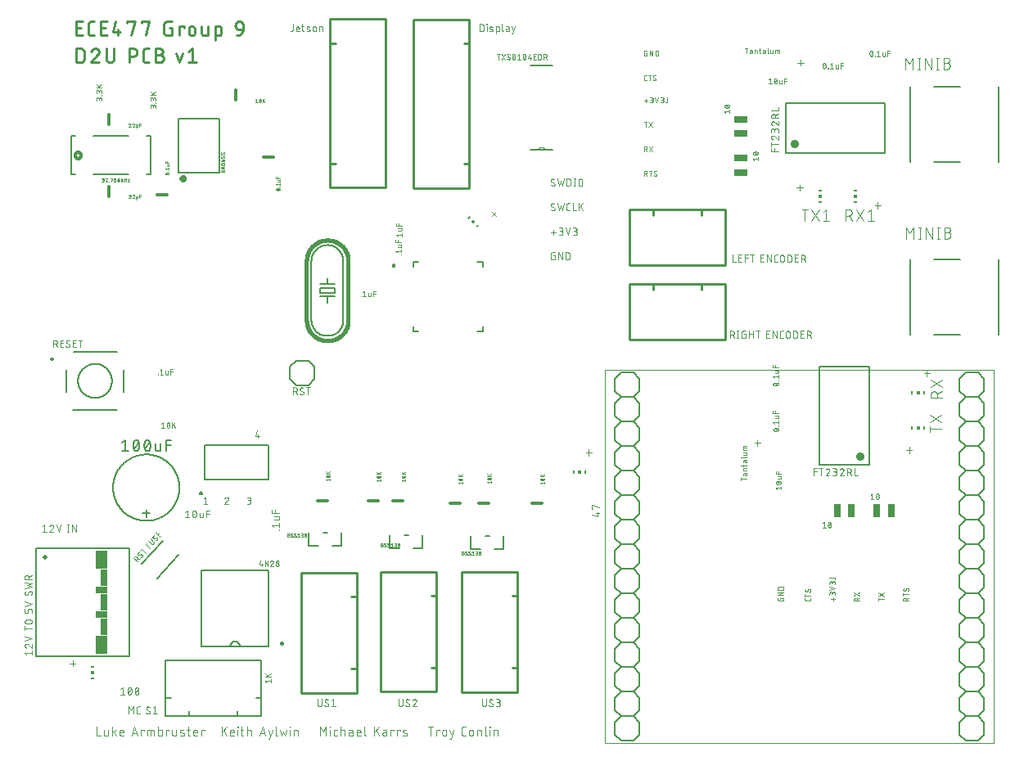
<source format=gbr>
G04 EAGLE Gerber RS-274X export*
G75*
%MOMM*%
%FSLAX34Y34*%
%LPD*%
%INSilkscreen Top*%
%IPPOS*%
%AMOC8*
5,1,8,0,0,1.08239X$1,22.5*%
G01*
%ADD10C,0.228600*%
%ADD11C,0.076200*%
%ADD12C,0.050800*%
%ADD13C,0.127000*%
%ADD14C,0.101600*%
%ADD15C,0.203200*%
%ADD16C,0.884400*%
%ADD17R,0.150000X0.300000*%
%ADD18R,0.300000X0.300000*%
%ADD19R,0.650000X1.400000*%
%ADD20C,0.350000*%
%ADD21C,0.304800*%
%ADD22C,0.025400*%
%ADD23C,0.152400*%
%ADD24R,0.300000X0.150000*%
%ADD25R,1.400000X0.650000*%
%ADD26C,0.254000*%
%ADD27C,0.200000*%
%ADD28C,0.406400*%
%ADD29C,0.220000*%
%ADD30C,0.508000*%
%ADD31R,1.270000X1.905000*%
%ADD32R,0.762000X1.778000*%
%ADD33R,1.270000X0.762000*%
%ADD34C,0.000000*%
%ADD35R,0.300000X0.300000*%


D10*
X67268Y737743D02*
X60833Y737743D01*
X60833Y752221D01*
X67268Y752221D01*
X65659Y745786D02*
X60833Y745786D01*
X76346Y737743D02*
X79563Y737743D01*
X76346Y737743D02*
X76234Y737745D01*
X76122Y737751D01*
X76010Y737761D01*
X75898Y737774D01*
X75787Y737792D01*
X75677Y737813D01*
X75568Y737839D01*
X75459Y737868D01*
X75352Y737900D01*
X75246Y737937D01*
X75141Y737977D01*
X75038Y738021D01*
X74936Y738069D01*
X74836Y738120D01*
X74738Y738174D01*
X74641Y738232D01*
X74547Y738293D01*
X74455Y738357D01*
X74365Y738425D01*
X74278Y738496D01*
X74193Y738569D01*
X74111Y738646D01*
X74032Y738725D01*
X73955Y738807D01*
X73882Y738892D01*
X73811Y738979D01*
X73743Y739069D01*
X73679Y739161D01*
X73618Y739255D01*
X73560Y739352D01*
X73506Y739450D01*
X73455Y739550D01*
X73407Y739652D01*
X73363Y739755D01*
X73323Y739860D01*
X73286Y739966D01*
X73254Y740073D01*
X73225Y740182D01*
X73199Y740291D01*
X73178Y740401D01*
X73160Y740512D01*
X73147Y740624D01*
X73137Y740736D01*
X73131Y740848D01*
X73129Y740960D01*
X73128Y740960D02*
X73128Y749004D01*
X73129Y749004D02*
X73131Y749116D01*
X73137Y749228D01*
X73147Y749340D01*
X73160Y749452D01*
X73178Y749563D01*
X73199Y749673D01*
X73225Y749782D01*
X73254Y749891D01*
X73286Y749998D01*
X73323Y750104D01*
X73363Y750209D01*
X73407Y750312D01*
X73455Y750414D01*
X73506Y750514D01*
X73560Y750612D01*
X73618Y750709D01*
X73679Y750803D01*
X73743Y750895D01*
X73811Y750985D01*
X73882Y751072D01*
X73955Y751157D01*
X74032Y751239D01*
X74111Y751318D01*
X74193Y751395D01*
X74278Y751468D01*
X74365Y751539D01*
X74455Y751607D01*
X74547Y751671D01*
X74641Y751732D01*
X74737Y751790D01*
X74836Y751844D01*
X74936Y751895D01*
X75038Y751943D01*
X75141Y751987D01*
X75246Y752027D01*
X75352Y752064D01*
X75459Y752096D01*
X75568Y752125D01*
X75677Y752151D01*
X75787Y752172D01*
X75898Y752190D01*
X76010Y752203D01*
X76122Y752213D01*
X76234Y752219D01*
X76346Y752221D01*
X79563Y752221D01*
X86105Y737743D02*
X92539Y737743D01*
X86105Y737743D02*
X86105Y752221D01*
X92539Y752221D01*
X90931Y745786D02*
X86105Y745786D01*
X98454Y740960D02*
X101671Y752221D01*
X98454Y740960D02*
X106497Y740960D01*
X104084Y737743D02*
X104084Y744178D01*
X113320Y750612D02*
X113320Y752221D01*
X121363Y752221D01*
X117341Y737743D01*
X128185Y750612D02*
X128185Y752221D01*
X136229Y752221D01*
X132207Y737743D01*
X157105Y745786D02*
X159518Y745786D01*
X159518Y737743D01*
X154692Y737743D01*
X154580Y737745D01*
X154468Y737751D01*
X154356Y737761D01*
X154244Y737774D01*
X154133Y737792D01*
X154023Y737813D01*
X153914Y737839D01*
X153805Y737868D01*
X153698Y737900D01*
X153592Y737937D01*
X153487Y737977D01*
X153384Y738021D01*
X153282Y738069D01*
X153182Y738120D01*
X153084Y738174D01*
X152987Y738232D01*
X152893Y738293D01*
X152801Y738357D01*
X152711Y738425D01*
X152624Y738496D01*
X152539Y738569D01*
X152457Y738646D01*
X152378Y738725D01*
X152301Y738807D01*
X152228Y738892D01*
X152157Y738979D01*
X152089Y739069D01*
X152025Y739161D01*
X151964Y739255D01*
X151906Y739352D01*
X151852Y739450D01*
X151801Y739550D01*
X151753Y739652D01*
X151709Y739755D01*
X151669Y739860D01*
X151632Y739966D01*
X151600Y740073D01*
X151571Y740182D01*
X151545Y740291D01*
X151524Y740401D01*
X151506Y740512D01*
X151493Y740624D01*
X151483Y740736D01*
X151477Y740848D01*
X151475Y740960D01*
X151475Y749004D01*
X151477Y749116D01*
X151483Y749228D01*
X151493Y749340D01*
X151506Y749452D01*
X151524Y749563D01*
X151545Y749673D01*
X151571Y749782D01*
X151600Y749891D01*
X151632Y749998D01*
X151669Y750104D01*
X151709Y750209D01*
X151753Y750312D01*
X151801Y750414D01*
X151852Y750514D01*
X151906Y750612D01*
X151964Y750709D01*
X152025Y750803D01*
X152089Y750895D01*
X152157Y750985D01*
X152228Y751072D01*
X152301Y751157D01*
X152378Y751239D01*
X152457Y751318D01*
X152539Y751395D01*
X152624Y751468D01*
X152711Y751539D01*
X152801Y751607D01*
X152893Y751671D01*
X152987Y751732D01*
X153083Y751790D01*
X153182Y751844D01*
X153282Y751895D01*
X153384Y751943D01*
X153487Y751987D01*
X153592Y752027D01*
X153698Y752064D01*
X153805Y752096D01*
X153914Y752125D01*
X154023Y752151D01*
X154133Y752172D01*
X154244Y752190D01*
X154356Y752203D01*
X154468Y752213D01*
X154580Y752219D01*
X154692Y752221D01*
X159518Y752221D01*
X167258Y747395D02*
X167258Y737743D01*
X167258Y747395D02*
X172084Y747395D01*
X172084Y745786D01*
X177056Y744178D02*
X177056Y740960D01*
X177056Y744178D02*
X177058Y744290D01*
X177064Y744402D01*
X177074Y744514D01*
X177087Y744626D01*
X177105Y744737D01*
X177126Y744847D01*
X177152Y744956D01*
X177181Y745065D01*
X177213Y745172D01*
X177250Y745278D01*
X177290Y745383D01*
X177334Y745486D01*
X177382Y745588D01*
X177433Y745688D01*
X177487Y745787D01*
X177545Y745883D01*
X177606Y745977D01*
X177670Y746069D01*
X177738Y746159D01*
X177809Y746246D01*
X177882Y746331D01*
X177959Y746413D01*
X178038Y746492D01*
X178120Y746569D01*
X178205Y746642D01*
X178292Y746713D01*
X178382Y746781D01*
X178474Y746845D01*
X178568Y746906D01*
X178665Y746964D01*
X178763Y747018D01*
X178863Y747069D01*
X178965Y747117D01*
X179068Y747161D01*
X179173Y747201D01*
X179279Y747238D01*
X179386Y747270D01*
X179495Y747299D01*
X179604Y747325D01*
X179714Y747346D01*
X179825Y747364D01*
X179937Y747377D01*
X180049Y747387D01*
X180161Y747393D01*
X180273Y747395D01*
X180385Y747393D01*
X180497Y747387D01*
X180609Y747377D01*
X180721Y747364D01*
X180832Y747346D01*
X180942Y747325D01*
X181051Y747299D01*
X181160Y747270D01*
X181267Y747238D01*
X181373Y747201D01*
X181478Y747161D01*
X181581Y747117D01*
X181683Y747069D01*
X181783Y747018D01*
X181882Y746964D01*
X181978Y746906D01*
X182072Y746845D01*
X182164Y746781D01*
X182254Y746713D01*
X182341Y746642D01*
X182426Y746569D01*
X182508Y746492D01*
X182587Y746413D01*
X182664Y746331D01*
X182737Y746246D01*
X182808Y746159D01*
X182876Y746069D01*
X182940Y745977D01*
X183001Y745883D01*
X183059Y745787D01*
X183113Y745688D01*
X183164Y745588D01*
X183212Y745486D01*
X183256Y745383D01*
X183296Y745278D01*
X183333Y745172D01*
X183365Y745065D01*
X183394Y744956D01*
X183420Y744847D01*
X183441Y744737D01*
X183459Y744626D01*
X183472Y744514D01*
X183482Y744402D01*
X183488Y744290D01*
X183490Y744178D01*
X183490Y740960D01*
X183488Y740848D01*
X183482Y740736D01*
X183472Y740624D01*
X183459Y740512D01*
X183441Y740401D01*
X183420Y740291D01*
X183394Y740182D01*
X183365Y740073D01*
X183333Y739966D01*
X183296Y739860D01*
X183256Y739755D01*
X183212Y739652D01*
X183164Y739550D01*
X183113Y739450D01*
X183059Y739352D01*
X183001Y739255D01*
X182940Y739161D01*
X182876Y739069D01*
X182808Y738979D01*
X182737Y738892D01*
X182664Y738807D01*
X182587Y738725D01*
X182508Y738646D01*
X182426Y738569D01*
X182341Y738496D01*
X182254Y738425D01*
X182164Y738357D01*
X182072Y738293D01*
X181978Y738232D01*
X181881Y738174D01*
X181783Y738120D01*
X181683Y738069D01*
X181581Y738021D01*
X181478Y737977D01*
X181373Y737937D01*
X181267Y737900D01*
X181160Y737868D01*
X181051Y737839D01*
X180942Y737813D01*
X180832Y737792D01*
X180721Y737774D01*
X180609Y737761D01*
X180497Y737751D01*
X180385Y737745D01*
X180273Y737743D01*
X180161Y737745D01*
X180049Y737751D01*
X179937Y737761D01*
X179825Y737774D01*
X179714Y737792D01*
X179604Y737813D01*
X179495Y737839D01*
X179386Y737868D01*
X179279Y737900D01*
X179173Y737937D01*
X179068Y737977D01*
X178965Y738021D01*
X178863Y738069D01*
X178763Y738120D01*
X178665Y738174D01*
X178568Y738232D01*
X178474Y738293D01*
X178382Y738357D01*
X178292Y738425D01*
X178205Y738496D01*
X178120Y738569D01*
X178038Y738646D01*
X177959Y738725D01*
X177882Y738807D01*
X177809Y738892D01*
X177738Y738979D01*
X177670Y739069D01*
X177606Y739161D01*
X177545Y739255D01*
X177487Y739352D01*
X177433Y739450D01*
X177382Y739550D01*
X177334Y739652D01*
X177290Y739755D01*
X177250Y739860D01*
X177213Y739966D01*
X177181Y740073D01*
X177152Y740182D01*
X177126Y740291D01*
X177105Y740401D01*
X177087Y740512D01*
X177074Y740624D01*
X177064Y740736D01*
X177058Y740848D01*
X177056Y740960D01*
X190435Y740156D02*
X190435Y747395D01*
X190435Y740156D02*
X190437Y740059D01*
X190443Y739962D01*
X190453Y739865D01*
X190466Y739769D01*
X190484Y739673D01*
X190505Y739579D01*
X190530Y739485D01*
X190559Y739392D01*
X190592Y739300D01*
X190628Y739210D01*
X190668Y739122D01*
X190711Y739035D01*
X190758Y738950D01*
X190809Y738866D01*
X190862Y738785D01*
X190919Y738706D01*
X190979Y738630D01*
X191042Y738556D01*
X191108Y738484D01*
X191176Y738416D01*
X191248Y738350D01*
X191322Y738287D01*
X191398Y738227D01*
X191477Y738170D01*
X191558Y738117D01*
X191642Y738066D01*
X191727Y738019D01*
X191814Y737976D01*
X191902Y737936D01*
X191992Y737900D01*
X192084Y737867D01*
X192177Y737838D01*
X192271Y737813D01*
X192365Y737792D01*
X192461Y737774D01*
X192557Y737761D01*
X192654Y737751D01*
X192751Y737745D01*
X192848Y737743D01*
X196870Y737743D01*
X196870Y747395D01*
X204408Y747395D02*
X204408Y732917D01*
X204408Y747395D02*
X208429Y747395D01*
X208526Y747393D01*
X208623Y747387D01*
X208720Y747377D01*
X208816Y747364D01*
X208912Y747346D01*
X209006Y747325D01*
X209100Y747300D01*
X209193Y747271D01*
X209285Y747238D01*
X209375Y747202D01*
X209463Y747162D01*
X209550Y747119D01*
X209636Y747072D01*
X209719Y747021D01*
X209800Y746968D01*
X209879Y746911D01*
X209955Y746851D01*
X210029Y746788D01*
X210101Y746722D01*
X210169Y746654D01*
X210235Y746582D01*
X210298Y746508D01*
X210358Y746432D01*
X210415Y746353D01*
X210468Y746272D01*
X210519Y746189D01*
X210566Y746103D01*
X210609Y746016D01*
X210649Y745928D01*
X210685Y745838D01*
X210718Y745746D01*
X210747Y745653D01*
X210772Y745559D01*
X210793Y745465D01*
X210811Y745369D01*
X210824Y745273D01*
X210834Y745176D01*
X210840Y745079D01*
X210842Y744982D01*
X210842Y740156D01*
X210840Y740059D01*
X210834Y739962D01*
X210824Y739865D01*
X210811Y739769D01*
X210793Y739673D01*
X210772Y739579D01*
X210747Y739485D01*
X210718Y739392D01*
X210685Y739300D01*
X210649Y739210D01*
X210609Y739122D01*
X210566Y739035D01*
X210519Y738950D01*
X210468Y738866D01*
X210415Y738785D01*
X210358Y738706D01*
X210298Y738630D01*
X210235Y738556D01*
X210169Y738484D01*
X210101Y738416D01*
X210029Y738350D01*
X209955Y738287D01*
X209879Y738227D01*
X209800Y738170D01*
X209719Y738117D01*
X209636Y738066D01*
X209550Y738019D01*
X209463Y737976D01*
X209375Y737936D01*
X209285Y737900D01*
X209193Y737867D01*
X209100Y737838D01*
X209006Y737813D01*
X208912Y737792D01*
X208816Y737774D01*
X208720Y737761D01*
X208623Y737751D01*
X208526Y737745D01*
X208429Y737743D01*
X204408Y737743D01*
X228526Y744178D02*
X233352Y744178D01*
X228526Y744178D02*
X228414Y744180D01*
X228302Y744186D01*
X228190Y744196D01*
X228078Y744209D01*
X227967Y744227D01*
X227857Y744248D01*
X227748Y744274D01*
X227639Y744303D01*
X227532Y744335D01*
X227426Y744372D01*
X227321Y744412D01*
X227218Y744456D01*
X227116Y744504D01*
X227016Y744555D01*
X226917Y744609D01*
X226821Y744667D01*
X226727Y744728D01*
X226635Y744792D01*
X226545Y744860D01*
X226458Y744931D01*
X226373Y745004D01*
X226291Y745081D01*
X226212Y745160D01*
X226135Y745242D01*
X226062Y745327D01*
X225991Y745414D01*
X225923Y745504D01*
X225859Y745596D01*
X225798Y745690D01*
X225740Y745787D01*
X225686Y745885D01*
X225635Y745985D01*
X225587Y746087D01*
X225543Y746190D01*
X225503Y746295D01*
X225466Y746401D01*
X225434Y746508D01*
X225405Y746617D01*
X225379Y746726D01*
X225358Y746836D01*
X225340Y746947D01*
X225327Y747059D01*
X225317Y747171D01*
X225311Y747283D01*
X225309Y747395D01*
X225308Y747395D02*
X225308Y748199D01*
X225310Y748324D01*
X225316Y748449D01*
X225325Y748574D01*
X225339Y748698D01*
X225357Y748822D01*
X225378Y748945D01*
X225403Y749068D01*
X225432Y749190D01*
X225465Y749310D01*
X225501Y749430D01*
X225541Y749548D01*
X225585Y749666D01*
X225632Y749781D01*
X225683Y749896D01*
X225738Y750008D01*
X225796Y750119D01*
X225857Y750228D01*
X225922Y750335D01*
X225990Y750440D01*
X226061Y750543D01*
X226136Y750643D01*
X226214Y750741D01*
X226294Y750837D01*
X226378Y750930D01*
X226464Y751021D01*
X226553Y751109D01*
X226645Y751194D01*
X226739Y751276D01*
X226836Y751355D01*
X226936Y751431D01*
X227037Y751504D01*
X227141Y751573D01*
X227247Y751640D01*
X227355Y751703D01*
X227465Y751763D01*
X227577Y751819D01*
X227690Y751872D01*
X227805Y751921D01*
X227922Y751966D01*
X228040Y752008D01*
X228159Y752047D01*
X228279Y752081D01*
X228400Y752112D01*
X228522Y752139D01*
X228645Y752162D01*
X228769Y752182D01*
X228893Y752197D01*
X229018Y752209D01*
X229142Y752217D01*
X229267Y752221D01*
X229393Y752221D01*
X229518Y752217D01*
X229642Y752209D01*
X229767Y752197D01*
X229891Y752182D01*
X230015Y752162D01*
X230138Y752139D01*
X230260Y752112D01*
X230381Y752081D01*
X230501Y752047D01*
X230620Y752008D01*
X230738Y751966D01*
X230855Y751921D01*
X230970Y751872D01*
X231083Y751819D01*
X231195Y751763D01*
X231305Y751703D01*
X231413Y751640D01*
X231519Y751573D01*
X231623Y751504D01*
X231724Y751431D01*
X231824Y751355D01*
X231921Y751276D01*
X232015Y751194D01*
X232107Y751109D01*
X232196Y751021D01*
X232282Y750930D01*
X232366Y750837D01*
X232446Y750741D01*
X232524Y750643D01*
X232599Y750543D01*
X232670Y750440D01*
X232738Y750335D01*
X232803Y750228D01*
X232864Y750119D01*
X232922Y750008D01*
X232977Y749896D01*
X233028Y749781D01*
X233075Y749666D01*
X233119Y749548D01*
X233159Y749430D01*
X233195Y749310D01*
X233228Y749190D01*
X233257Y749068D01*
X233282Y748945D01*
X233303Y748822D01*
X233321Y748698D01*
X233335Y748574D01*
X233344Y748449D01*
X233350Y748324D01*
X233352Y748199D01*
X233352Y744178D01*
X233350Y744020D01*
X233344Y743862D01*
X233335Y743705D01*
X233321Y743547D01*
X233304Y743390D01*
X233282Y743234D01*
X233257Y743078D01*
X233228Y742923D01*
X233196Y742768D01*
X233159Y742614D01*
X233119Y742462D01*
X233075Y742310D01*
X233027Y742159D01*
X232976Y742010D01*
X232921Y741862D01*
X232862Y741715D01*
X232800Y741570D01*
X232734Y741427D01*
X232665Y741285D01*
X232592Y741145D01*
X232516Y741006D01*
X232436Y740870D01*
X232354Y740735D01*
X232268Y740603D01*
X232178Y740473D01*
X232086Y740345D01*
X231990Y740219D01*
X231891Y740096D01*
X231790Y739975D01*
X231685Y739857D01*
X231578Y739741D01*
X231467Y739628D01*
X231354Y739517D01*
X231238Y739410D01*
X231120Y739305D01*
X230999Y739204D01*
X230876Y739105D01*
X230750Y739009D01*
X230622Y738917D01*
X230492Y738828D01*
X230360Y738741D01*
X230225Y738659D01*
X230089Y738579D01*
X229950Y738503D01*
X229810Y738430D01*
X229668Y738361D01*
X229525Y738295D01*
X229380Y738233D01*
X229233Y738174D01*
X229085Y738119D01*
X228936Y738068D01*
X228785Y738020D01*
X228633Y737976D01*
X228481Y737936D01*
X228327Y737899D01*
X228172Y737867D01*
X228017Y737838D01*
X227861Y737813D01*
X227705Y737791D01*
X227548Y737774D01*
X227390Y737760D01*
X227233Y737751D01*
X227075Y737745D01*
X226917Y737743D01*
X60833Y724281D02*
X60833Y709803D01*
X60833Y724281D02*
X64855Y724281D01*
X64979Y724279D01*
X65103Y724273D01*
X65226Y724264D01*
X65349Y724251D01*
X65472Y724233D01*
X65594Y724213D01*
X65715Y724188D01*
X65836Y724160D01*
X65956Y724127D01*
X66074Y724092D01*
X66192Y724052D01*
X66308Y724009D01*
X66423Y723963D01*
X66536Y723913D01*
X66648Y723859D01*
X66758Y723802D01*
X66866Y723742D01*
X66972Y723679D01*
X67077Y723612D01*
X67179Y723542D01*
X67279Y723469D01*
X67376Y723392D01*
X67472Y723313D01*
X67565Y723231D01*
X67655Y723146D01*
X67742Y723059D01*
X67827Y722969D01*
X67909Y722876D01*
X67988Y722780D01*
X68065Y722683D01*
X68138Y722583D01*
X68208Y722481D01*
X68275Y722376D01*
X68338Y722270D01*
X68398Y722162D01*
X68455Y722052D01*
X68509Y721940D01*
X68559Y721827D01*
X68605Y721712D01*
X68648Y721596D01*
X68688Y721478D01*
X68723Y721360D01*
X68756Y721240D01*
X68784Y721119D01*
X68809Y720998D01*
X68829Y720876D01*
X68847Y720753D01*
X68860Y720630D01*
X68869Y720507D01*
X68875Y720383D01*
X68877Y720259D01*
X68876Y720259D02*
X68876Y713825D01*
X68877Y713825D02*
X68875Y713699D01*
X68869Y713572D01*
X68859Y713446D01*
X68845Y713321D01*
X68827Y713196D01*
X68806Y713071D01*
X68780Y712948D01*
X68751Y712825D01*
X68717Y712703D01*
X68680Y712582D01*
X68639Y712463D01*
X68595Y712344D01*
X68546Y712228D01*
X68494Y712113D01*
X68439Y711999D01*
X68380Y711887D01*
X68317Y711778D01*
X68251Y711670D01*
X68182Y711564D01*
X68109Y711461D01*
X68033Y711360D01*
X67954Y711261D01*
X67872Y711165D01*
X67787Y711072D01*
X67699Y710981D01*
X67608Y710893D01*
X67515Y710808D01*
X67419Y710726D01*
X67320Y710647D01*
X67219Y710571D01*
X67116Y710498D01*
X67010Y710429D01*
X66902Y710363D01*
X66793Y710301D01*
X66681Y710241D01*
X66568Y710186D01*
X66452Y710134D01*
X66336Y710085D01*
X66217Y710041D01*
X66098Y710000D01*
X65977Y709963D01*
X65855Y709929D01*
X65732Y709900D01*
X65609Y709874D01*
X65484Y709853D01*
X65359Y709835D01*
X65234Y709821D01*
X65108Y709811D01*
X64981Y709805D01*
X64855Y709803D01*
X60833Y709803D01*
X80618Y724282D02*
X80736Y724280D01*
X80855Y724274D01*
X80973Y724265D01*
X81091Y724251D01*
X81208Y724234D01*
X81324Y724212D01*
X81440Y724187D01*
X81555Y724159D01*
X81669Y724126D01*
X81782Y724090D01*
X81893Y724050D01*
X82003Y724006D01*
X82112Y723959D01*
X82219Y723909D01*
X82324Y723855D01*
X82428Y723797D01*
X82530Y723736D01*
X82629Y723672D01*
X82727Y723605D01*
X82822Y723534D01*
X82915Y723460D01*
X83005Y723384D01*
X83093Y723304D01*
X83178Y723222D01*
X83260Y723137D01*
X83340Y723049D01*
X83416Y722959D01*
X83490Y722866D01*
X83561Y722771D01*
X83628Y722673D01*
X83692Y722574D01*
X83753Y722472D01*
X83811Y722368D01*
X83865Y722263D01*
X83915Y722156D01*
X83962Y722047D01*
X84006Y721937D01*
X84046Y721826D01*
X84082Y721713D01*
X84115Y721599D01*
X84143Y721484D01*
X84168Y721368D01*
X84190Y721252D01*
X84207Y721135D01*
X84221Y721017D01*
X84230Y720899D01*
X84236Y720780D01*
X84238Y720662D01*
X80618Y724281D02*
X80485Y724279D01*
X80352Y724273D01*
X80220Y724264D01*
X80088Y724251D01*
X79956Y724234D01*
X79824Y724213D01*
X79694Y724188D01*
X79564Y724160D01*
X79435Y724128D01*
X79307Y724092D01*
X79180Y724053D01*
X79054Y724010D01*
X78930Y723964D01*
X78807Y723914D01*
X78685Y723860D01*
X78565Y723803D01*
X78446Y723743D01*
X78330Y723679D01*
X78215Y723612D01*
X78102Y723542D01*
X77992Y723468D01*
X77883Y723392D01*
X77777Y723312D01*
X77673Y723229D01*
X77571Y723144D01*
X77472Y723055D01*
X77375Y722964D01*
X77281Y722870D01*
X77190Y722773D01*
X77102Y722674D01*
X77016Y722572D01*
X76934Y722468D01*
X76854Y722361D01*
X76778Y722253D01*
X76704Y722142D01*
X76634Y722029D01*
X76567Y721914D01*
X76504Y721798D01*
X76443Y721679D01*
X76387Y721559D01*
X76333Y721437D01*
X76283Y721314D01*
X76237Y721190D01*
X76194Y721064D01*
X83031Y717847D02*
X83118Y717931D01*
X83201Y718019D01*
X83282Y718109D01*
X83360Y718202D01*
X83436Y718297D01*
X83508Y718394D01*
X83577Y718493D01*
X83643Y718595D01*
X83706Y718698D01*
X83765Y718804D01*
X83821Y718911D01*
X83874Y719020D01*
X83924Y719130D01*
X83970Y719242D01*
X84012Y719356D01*
X84051Y719471D01*
X84086Y719586D01*
X84118Y719703D01*
X84146Y719821D01*
X84170Y719940D01*
X84191Y720059D01*
X84208Y720179D01*
X84221Y720299D01*
X84230Y720420D01*
X84236Y720541D01*
X84238Y720662D01*
X83031Y717846D02*
X76194Y709803D01*
X84238Y709803D01*
X91556Y713825D02*
X91556Y724281D01*
X91555Y713825D02*
X91557Y713700D01*
X91563Y713575D01*
X91572Y713450D01*
X91586Y713326D01*
X91604Y713202D01*
X91625Y713079D01*
X91650Y712956D01*
X91679Y712834D01*
X91712Y712714D01*
X91748Y712594D01*
X91788Y712476D01*
X91832Y712358D01*
X91879Y712243D01*
X91930Y712128D01*
X91985Y712016D01*
X92043Y711905D01*
X92104Y711796D01*
X92169Y711689D01*
X92237Y711584D01*
X92308Y711481D01*
X92383Y711381D01*
X92461Y711283D01*
X92541Y711187D01*
X92625Y711094D01*
X92711Y711003D01*
X92800Y710915D01*
X92892Y710830D01*
X92986Y710748D01*
X93083Y710669D01*
X93183Y710593D01*
X93284Y710520D01*
X93388Y710451D01*
X93494Y710384D01*
X93602Y710321D01*
X93712Y710261D01*
X93824Y710205D01*
X93937Y710152D01*
X94052Y710103D01*
X94169Y710058D01*
X94287Y710016D01*
X94406Y709977D01*
X94526Y709943D01*
X94647Y709912D01*
X94769Y709885D01*
X94892Y709862D01*
X95016Y709842D01*
X95140Y709827D01*
X95265Y709815D01*
X95389Y709807D01*
X95514Y709803D01*
X95640Y709803D01*
X95765Y709807D01*
X95889Y709815D01*
X96014Y709827D01*
X96138Y709842D01*
X96262Y709862D01*
X96385Y709885D01*
X96507Y709912D01*
X96628Y709943D01*
X96748Y709977D01*
X96867Y710016D01*
X96985Y710058D01*
X97102Y710103D01*
X97217Y710152D01*
X97330Y710205D01*
X97442Y710261D01*
X97552Y710321D01*
X97660Y710384D01*
X97766Y710451D01*
X97870Y710520D01*
X97971Y710593D01*
X98071Y710669D01*
X98168Y710748D01*
X98262Y710830D01*
X98354Y710915D01*
X98443Y711003D01*
X98529Y711094D01*
X98613Y711187D01*
X98693Y711283D01*
X98771Y711381D01*
X98846Y711481D01*
X98917Y711584D01*
X98985Y711689D01*
X99050Y711796D01*
X99111Y711905D01*
X99169Y712016D01*
X99224Y712128D01*
X99275Y712243D01*
X99322Y712358D01*
X99366Y712476D01*
X99406Y712594D01*
X99442Y712714D01*
X99475Y712834D01*
X99504Y712956D01*
X99529Y713079D01*
X99550Y713202D01*
X99568Y713326D01*
X99582Y713450D01*
X99591Y713575D01*
X99597Y713700D01*
X99599Y713825D01*
X99599Y724281D01*
X115623Y724281D02*
X115623Y709803D01*
X115623Y724281D02*
X119645Y724281D01*
X119770Y724279D01*
X119895Y724273D01*
X120020Y724264D01*
X120144Y724250D01*
X120268Y724232D01*
X120391Y724211D01*
X120514Y724186D01*
X120636Y724157D01*
X120756Y724124D01*
X120876Y724088D01*
X120994Y724048D01*
X121112Y724004D01*
X121227Y723957D01*
X121342Y723906D01*
X121454Y723851D01*
X121565Y723793D01*
X121674Y723732D01*
X121781Y723667D01*
X121886Y723599D01*
X121989Y723528D01*
X122089Y723453D01*
X122187Y723375D01*
X122283Y723295D01*
X122376Y723211D01*
X122467Y723125D01*
X122555Y723036D01*
X122640Y722944D01*
X122722Y722850D01*
X122801Y722753D01*
X122877Y722653D01*
X122950Y722552D01*
X123019Y722448D01*
X123086Y722342D01*
X123149Y722234D01*
X123209Y722124D01*
X123265Y722012D01*
X123318Y721899D01*
X123367Y721784D01*
X123412Y721667D01*
X123454Y721549D01*
X123493Y721430D01*
X123527Y721310D01*
X123558Y721189D01*
X123585Y721067D01*
X123608Y720944D01*
X123628Y720820D01*
X123643Y720696D01*
X123655Y720571D01*
X123663Y720447D01*
X123667Y720322D01*
X123667Y720196D01*
X123663Y720071D01*
X123655Y719947D01*
X123643Y719822D01*
X123628Y719698D01*
X123608Y719574D01*
X123585Y719451D01*
X123558Y719329D01*
X123527Y719208D01*
X123493Y719088D01*
X123454Y718969D01*
X123412Y718851D01*
X123367Y718734D01*
X123318Y718619D01*
X123265Y718506D01*
X123209Y718394D01*
X123149Y718284D01*
X123086Y718176D01*
X123019Y718070D01*
X122950Y717966D01*
X122877Y717865D01*
X122801Y717765D01*
X122722Y717668D01*
X122640Y717574D01*
X122555Y717482D01*
X122467Y717393D01*
X122376Y717307D01*
X122283Y717223D01*
X122187Y717143D01*
X122089Y717065D01*
X121989Y716990D01*
X121886Y716919D01*
X121781Y716851D01*
X121674Y716786D01*
X121565Y716725D01*
X121454Y716667D01*
X121342Y716612D01*
X121227Y716561D01*
X121112Y716514D01*
X120994Y716470D01*
X120876Y716430D01*
X120756Y716394D01*
X120636Y716361D01*
X120514Y716332D01*
X120391Y716307D01*
X120268Y716286D01*
X120144Y716268D01*
X120020Y716254D01*
X119895Y716245D01*
X119770Y716239D01*
X119645Y716237D01*
X119645Y716238D02*
X115623Y716238D01*
X132875Y709803D02*
X136092Y709803D01*
X132875Y709803D02*
X132763Y709805D01*
X132651Y709811D01*
X132539Y709821D01*
X132427Y709834D01*
X132316Y709852D01*
X132206Y709873D01*
X132097Y709899D01*
X131988Y709928D01*
X131881Y709960D01*
X131775Y709997D01*
X131670Y710037D01*
X131567Y710081D01*
X131465Y710129D01*
X131365Y710180D01*
X131267Y710234D01*
X131170Y710292D01*
X131076Y710353D01*
X130984Y710417D01*
X130894Y710485D01*
X130807Y710556D01*
X130722Y710629D01*
X130640Y710706D01*
X130561Y710785D01*
X130484Y710867D01*
X130411Y710952D01*
X130340Y711039D01*
X130272Y711129D01*
X130208Y711221D01*
X130147Y711315D01*
X130089Y711412D01*
X130035Y711510D01*
X129984Y711610D01*
X129936Y711712D01*
X129892Y711815D01*
X129852Y711920D01*
X129815Y712026D01*
X129783Y712133D01*
X129754Y712242D01*
X129728Y712351D01*
X129707Y712461D01*
X129689Y712572D01*
X129676Y712684D01*
X129666Y712796D01*
X129660Y712908D01*
X129658Y713020D01*
X129657Y713020D02*
X129657Y721064D01*
X129658Y721064D02*
X129660Y721176D01*
X129666Y721288D01*
X129676Y721400D01*
X129689Y721512D01*
X129707Y721623D01*
X129728Y721733D01*
X129754Y721842D01*
X129783Y721951D01*
X129815Y722058D01*
X129852Y722164D01*
X129892Y722269D01*
X129936Y722372D01*
X129984Y722474D01*
X130035Y722574D01*
X130089Y722672D01*
X130147Y722769D01*
X130208Y722863D01*
X130272Y722955D01*
X130340Y723045D01*
X130411Y723132D01*
X130484Y723217D01*
X130561Y723299D01*
X130640Y723378D01*
X130722Y723455D01*
X130807Y723528D01*
X130894Y723599D01*
X130984Y723667D01*
X131076Y723731D01*
X131170Y723792D01*
X131266Y723850D01*
X131365Y723904D01*
X131465Y723955D01*
X131567Y724003D01*
X131670Y724047D01*
X131775Y724087D01*
X131881Y724124D01*
X131988Y724156D01*
X132097Y724185D01*
X132206Y724211D01*
X132316Y724232D01*
X132427Y724250D01*
X132539Y724263D01*
X132651Y724273D01*
X132763Y724279D01*
X132875Y724281D01*
X136092Y724281D01*
X142877Y717846D02*
X146899Y717846D01*
X146899Y717847D02*
X147024Y717845D01*
X147149Y717839D01*
X147274Y717830D01*
X147398Y717816D01*
X147522Y717798D01*
X147645Y717777D01*
X147768Y717752D01*
X147890Y717723D01*
X148010Y717690D01*
X148130Y717654D01*
X148248Y717614D01*
X148366Y717570D01*
X148481Y717523D01*
X148596Y717472D01*
X148708Y717417D01*
X148819Y717359D01*
X148928Y717298D01*
X149035Y717233D01*
X149140Y717165D01*
X149243Y717094D01*
X149343Y717019D01*
X149441Y716941D01*
X149537Y716861D01*
X149630Y716777D01*
X149721Y716691D01*
X149809Y716602D01*
X149894Y716510D01*
X149976Y716416D01*
X150055Y716319D01*
X150131Y716219D01*
X150204Y716118D01*
X150273Y716014D01*
X150340Y715908D01*
X150403Y715800D01*
X150463Y715690D01*
X150519Y715578D01*
X150572Y715465D01*
X150621Y715350D01*
X150666Y715233D01*
X150708Y715115D01*
X150747Y714996D01*
X150781Y714876D01*
X150812Y714755D01*
X150839Y714633D01*
X150862Y714510D01*
X150882Y714386D01*
X150897Y714262D01*
X150909Y714137D01*
X150917Y714013D01*
X150921Y713888D01*
X150921Y713762D01*
X150917Y713637D01*
X150909Y713513D01*
X150897Y713388D01*
X150882Y713264D01*
X150862Y713140D01*
X150839Y713017D01*
X150812Y712895D01*
X150781Y712774D01*
X150747Y712654D01*
X150708Y712535D01*
X150666Y712417D01*
X150621Y712300D01*
X150572Y712185D01*
X150519Y712072D01*
X150463Y711960D01*
X150403Y711850D01*
X150340Y711742D01*
X150273Y711636D01*
X150204Y711532D01*
X150131Y711431D01*
X150055Y711331D01*
X149976Y711234D01*
X149894Y711140D01*
X149809Y711048D01*
X149721Y710959D01*
X149630Y710873D01*
X149537Y710789D01*
X149441Y710709D01*
X149343Y710631D01*
X149243Y710556D01*
X149140Y710485D01*
X149035Y710417D01*
X148928Y710352D01*
X148819Y710291D01*
X148708Y710233D01*
X148596Y710178D01*
X148481Y710127D01*
X148366Y710080D01*
X148248Y710036D01*
X148130Y709996D01*
X148010Y709960D01*
X147890Y709927D01*
X147768Y709898D01*
X147645Y709873D01*
X147522Y709852D01*
X147398Y709834D01*
X147274Y709820D01*
X147149Y709811D01*
X147024Y709805D01*
X146899Y709803D01*
X142877Y709803D01*
X142877Y724281D01*
X146899Y724281D01*
X147011Y724279D01*
X147123Y724273D01*
X147235Y724263D01*
X147347Y724250D01*
X147458Y724232D01*
X147568Y724211D01*
X147677Y724185D01*
X147786Y724156D01*
X147893Y724124D01*
X147999Y724087D01*
X148104Y724047D01*
X148207Y724003D01*
X148309Y723955D01*
X148409Y723904D01*
X148508Y723850D01*
X148604Y723792D01*
X148698Y723731D01*
X148790Y723667D01*
X148880Y723599D01*
X148967Y723528D01*
X149052Y723455D01*
X149134Y723378D01*
X149213Y723299D01*
X149290Y723217D01*
X149363Y723132D01*
X149434Y723045D01*
X149502Y722955D01*
X149566Y722863D01*
X149627Y722769D01*
X149685Y722672D01*
X149739Y722574D01*
X149790Y722474D01*
X149838Y722372D01*
X149882Y722269D01*
X149922Y722164D01*
X149959Y722058D01*
X149991Y721951D01*
X150020Y721842D01*
X150046Y721733D01*
X150067Y721623D01*
X150085Y721512D01*
X150098Y721400D01*
X150108Y721288D01*
X150114Y721176D01*
X150116Y721064D01*
X150114Y720952D01*
X150108Y720840D01*
X150098Y720728D01*
X150085Y720616D01*
X150067Y720505D01*
X150046Y720395D01*
X150020Y720286D01*
X149991Y720177D01*
X149959Y720070D01*
X149922Y719964D01*
X149882Y719859D01*
X149838Y719756D01*
X149790Y719654D01*
X149739Y719554D01*
X149685Y719456D01*
X149627Y719359D01*
X149566Y719265D01*
X149502Y719173D01*
X149434Y719083D01*
X149363Y718996D01*
X149290Y718911D01*
X149213Y718829D01*
X149134Y718750D01*
X149052Y718673D01*
X148967Y718600D01*
X148880Y718529D01*
X148790Y718461D01*
X148698Y718397D01*
X148604Y718336D01*
X148507Y718278D01*
X148409Y718224D01*
X148309Y718173D01*
X148207Y718125D01*
X148104Y718081D01*
X147999Y718041D01*
X147893Y718004D01*
X147786Y717972D01*
X147677Y717943D01*
X147568Y717917D01*
X147458Y717896D01*
X147347Y717878D01*
X147235Y717865D01*
X147123Y717855D01*
X147011Y717849D01*
X146899Y717847D01*
X164211Y719455D02*
X167428Y709803D01*
X170646Y719455D01*
X176786Y721064D02*
X180808Y724281D01*
X180808Y709803D01*
X184829Y709803D02*
X176786Y709803D01*
D11*
X284861Y373507D02*
X284861Y366141D01*
X284861Y373507D02*
X286907Y373507D01*
X286996Y373505D01*
X287085Y373499D01*
X287174Y373489D01*
X287262Y373476D01*
X287350Y373459D01*
X287437Y373437D01*
X287522Y373412D01*
X287607Y373384D01*
X287690Y373351D01*
X287772Y373315D01*
X287852Y373276D01*
X287930Y373233D01*
X288006Y373187D01*
X288081Y373137D01*
X288153Y373084D01*
X288222Y373028D01*
X288289Y372969D01*
X288354Y372908D01*
X288415Y372843D01*
X288474Y372776D01*
X288530Y372707D01*
X288583Y372635D01*
X288633Y372560D01*
X288679Y372484D01*
X288722Y372406D01*
X288761Y372326D01*
X288797Y372244D01*
X288830Y372161D01*
X288858Y372076D01*
X288883Y371991D01*
X288905Y371904D01*
X288922Y371816D01*
X288935Y371728D01*
X288945Y371639D01*
X288951Y371550D01*
X288953Y371461D01*
X288951Y371372D01*
X288945Y371283D01*
X288935Y371194D01*
X288922Y371106D01*
X288905Y371018D01*
X288883Y370931D01*
X288858Y370846D01*
X288830Y370761D01*
X288797Y370678D01*
X288761Y370596D01*
X288722Y370516D01*
X288679Y370438D01*
X288633Y370362D01*
X288583Y370287D01*
X288530Y370215D01*
X288474Y370146D01*
X288415Y370079D01*
X288354Y370014D01*
X288289Y369953D01*
X288222Y369894D01*
X288153Y369838D01*
X288081Y369785D01*
X288006Y369735D01*
X287930Y369689D01*
X287852Y369646D01*
X287772Y369607D01*
X287690Y369571D01*
X287607Y369538D01*
X287522Y369510D01*
X287437Y369485D01*
X287350Y369463D01*
X287262Y369446D01*
X287174Y369433D01*
X287085Y369423D01*
X286996Y369417D01*
X286907Y369415D01*
X284861Y369415D01*
X287316Y369415D02*
X288953Y366141D01*
X294337Y366141D02*
X294415Y366143D01*
X294493Y366148D01*
X294570Y366158D01*
X294647Y366171D01*
X294723Y366187D01*
X294798Y366207D01*
X294872Y366231D01*
X294945Y366258D01*
X295017Y366289D01*
X295087Y366323D01*
X295156Y366360D01*
X295222Y366401D01*
X295287Y366445D01*
X295349Y366491D01*
X295409Y366541D01*
X295467Y366593D01*
X295522Y366648D01*
X295574Y366706D01*
X295624Y366766D01*
X295670Y366828D01*
X295714Y366893D01*
X295755Y366960D01*
X295792Y367028D01*
X295826Y367098D01*
X295857Y367170D01*
X295884Y367243D01*
X295908Y367317D01*
X295928Y367392D01*
X295944Y367468D01*
X295957Y367545D01*
X295967Y367622D01*
X295972Y367700D01*
X295974Y367778D01*
X294337Y366141D02*
X294223Y366143D01*
X294110Y366148D01*
X293996Y366158D01*
X293883Y366171D01*
X293771Y366188D01*
X293659Y366208D01*
X293548Y366232D01*
X293437Y366260D01*
X293328Y366291D01*
X293220Y366326D01*
X293113Y366365D01*
X293007Y366407D01*
X292903Y366452D01*
X292800Y366501D01*
X292699Y366554D01*
X292600Y366609D01*
X292502Y366668D01*
X292407Y366730D01*
X292314Y366795D01*
X292222Y366863D01*
X292134Y366934D01*
X292047Y367008D01*
X291963Y367085D01*
X291882Y367164D01*
X292086Y371870D02*
X292088Y371948D01*
X292093Y372026D01*
X292103Y372103D01*
X292116Y372180D01*
X292132Y372256D01*
X292152Y372331D01*
X292176Y372405D01*
X292203Y372478D01*
X292234Y372550D01*
X292268Y372620D01*
X292305Y372689D01*
X292346Y372755D01*
X292390Y372820D01*
X292436Y372882D01*
X292486Y372942D01*
X292538Y373000D01*
X292593Y373055D01*
X292651Y373107D01*
X292711Y373157D01*
X292773Y373203D01*
X292838Y373247D01*
X292905Y373288D01*
X292973Y373325D01*
X293043Y373359D01*
X293115Y373390D01*
X293188Y373417D01*
X293262Y373441D01*
X293337Y373461D01*
X293413Y373477D01*
X293490Y373490D01*
X293567Y373500D01*
X293645Y373505D01*
X293723Y373507D01*
X293833Y373505D01*
X293942Y373499D01*
X294052Y373489D01*
X294160Y373476D01*
X294269Y373458D01*
X294376Y373437D01*
X294483Y373411D01*
X294589Y373382D01*
X294694Y373350D01*
X294797Y373313D01*
X294899Y373273D01*
X295000Y373229D01*
X295099Y373181D01*
X295196Y373131D01*
X295291Y373076D01*
X295384Y373018D01*
X295475Y372957D01*
X295564Y372893D01*
X292904Y370437D02*
X292837Y370479D01*
X292772Y370523D01*
X292710Y370571D01*
X292650Y370621D01*
X292592Y370674D01*
X292537Y370730D01*
X292485Y370789D01*
X292435Y370849D01*
X292388Y370913D01*
X292345Y370978D01*
X292304Y371045D01*
X292267Y371114D01*
X292233Y371185D01*
X292202Y371257D01*
X292175Y371331D01*
X292151Y371405D01*
X292131Y371481D01*
X292115Y371558D01*
X292102Y371635D01*
X292092Y371713D01*
X292087Y371792D01*
X292085Y371870D01*
X295155Y369210D02*
X295221Y369168D01*
X295286Y369124D01*
X295348Y369077D01*
X295408Y369026D01*
X295466Y368973D01*
X295521Y368917D01*
X295574Y368859D01*
X295623Y368798D01*
X295670Y368735D01*
X295713Y368670D01*
X295754Y368603D01*
X295791Y368534D01*
X295825Y368463D01*
X295856Y368391D01*
X295883Y368317D01*
X295907Y368242D01*
X295927Y368167D01*
X295943Y368090D01*
X295956Y368013D01*
X295966Y367935D01*
X295971Y367856D01*
X295973Y367778D01*
X295155Y369210D02*
X292904Y370438D01*
X300511Y373507D02*
X300511Y366141D01*
X298465Y373507D02*
X302557Y373507D01*
X554016Y582041D02*
X554094Y582043D01*
X554172Y582048D01*
X554249Y582058D01*
X554326Y582071D01*
X554402Y582087D01*
X554477Y582107D01*
X554551Y582131D01*
X554624Y582158D01*
X554696Y582189D01*
X554766Y582223D01*
X554835Y582260D01*
X554901Y582301D01*
X554966Y582345D01*
X555028Y582391D01*
X555088Y582441D01*
X555146Y582493D01*
X555201Y582548D01*
X555253Y582606D01*
X555303Y582666D01*
X555349Y582728D01*
X555393Y582793D01*
X555434Y582860D01*
X555471Y582928D01*
X555505Y582998D01*
X555536Y583070D01*
X555563Y583143D01*
X555587Y583217D01*
X555607Y583292D01*
X555623Y583368D01*
X555636Y583445D01*
X555646Y583522D01*
X555651Y583600D01*
X555653Y583678D01*
X554016Y582041D02*
X553902Y582043D01*
X553789Y582048D01*
X553675Y582058D01*
X553562Y582071D01*
X553450Y582088D01*
X553338Y582108D01*
X553227Y582132D01*
X553116Y582160D01*
X553007Y582191D01*
X552899Y582226D01*
X552792Y582265D01*
X552686Y582307D01*
X552582Y582352D01*
X552479Y582401D01*
X552378Y582454D01*
X552279Y582509D01*
X552181Y582568D01*
X552086Y582630D01*
X551993Y582695D01*
X551901Y582763D01*
X551813Y582834D01*
X551726Y582908D01*
X551642Y582985D01*
X551561Y583064D01*
X551765Y587770D02*
X551767Y587848D01*
X551772Y587926D01*
X551782Y588003D01*
X551795Y588080D01*
X551811Y588156D01*
X551831Y588231D01*
X551855Y588305D01*
X551882Y588378D01*
X551913Y588450D01*
X551947Y588520D01*
X551984Y588589D01*
X552025Y588655D01*
X552069Y588720D01*
X552115Y588782D01*
X552165Y588842D01*
X552217Y588900D01*
X552272Y588955D01*
X552330Y589007D01*
X552390Y589057D01*
X552452Y589103D01*
X552517Y589147D01*
X552584Y589188D01*
X552652Y589225D01*
X552722Y589259D01*
X552794Y589290D01*
X552867Y589317D01*
X552941Y589341D01*
X553016Y589361D01*
X553092Y589377D01*
X553169Y589390D01*
X553246Y589400D01*
X553324Y589405D01*
X553402Y589407D01*
X553512Y589405D01*
X553621Y589399D01*
X553731Y589389D01*
X553839Y589376D01*
X553948Y589358D01*
X554055Y589337D01*
X554162Y589311D01*
X554268Y589282D01*
X554373Y589250D01*
X554476Y589213D01*
X554578Y589173D01*
X554679Y589129D01*
X554778Y589081D01*
X554875Y589031D01*
X554970Y588976D01*
X555063Y588918D01*
X555154Y588857D01*
X555243Y588793D01*
X552584Y586337D02*
X552517Y586379D01*
X552452Y586423D01*
X552390Y586471D01*
X552330Y586521D01*
X552272Y586574D01*
X552217Y586630D01*
X552165Y586689D01*
X552115Y586749D01*
X552068Y586813D01*
X552025Y586878D01*
X551984Y586945D01*
X551947Y587014D01*
X551913Y587085D01*
X551882Y587157D01*
X551855Y587231D01*
X551831Y587305D01*
X551811Y587381D01*
X551795Y587458D01*
X551782Y587535D01*
X551772Y587613D01*
X551767Y587692D01*
X551765Y587770D01*
X554835Y585110D02*
X554901Y585068D01*
X554966Y585024D01*
X555028Y584977D01*
X555088Y584926D01*
X555146Y584873D01*
X555201Y584817D01*
X555254Y584759D01*
X555303Y584698D01*
X555350Y584635D01*
X555393Y584570D01*
X555434Y584503D01*
X555471Y584434D01*
X555505Y584363D01*
X555536Y584291D01*
X555563Y584217D01*
X555587Y584142D01*
X555607Y584067D01*
X555623Y583990D01*
X555636Y583913D01*
X555646Y583835D01*
X555651Y583756D01*
X555653Y583678D01*
X554835Y585110D02*
X552584Y586338D01*
X558380Y589407D02*
X560017Y582041D01*
X561654Y586952D01*
X563291Y582041D01*
X564928Y589407D01*
X568142Y589407D02*
X568142Y582041D01*
X568142Y589407D02*
X570188Y589407D01*
X570277Y589405D01*
X570366Y589399D01*
X570455Y589389D01*
X570543Y589376D01*
X570631Y589359D01*
X570718Y589337D01*
X570803Y589312D01*
X570888Y589284D01*
X570971Y589251D01*
X571053Y589215D01*
X571133Y589176D01*
X571211Y589133D01*
X571287Y589087D01*
X571362Y589037D01*
X571434Y588984D01*
X571503Y588928D01*
X571570Y588869D01*
X571635Y588808D01*
X571696Y588743D01*
X571755Y588676D01*
X571811Y588607D01*
X571864Y588535D01*
X571914Y588460D01*
X571960Y588384D01*
X572003Y588306D01*
X572042Y588226D01*
X572078Y588144D01*
X572111Y588061D01*
X572139Y587976D01*
X572164Y587891D01*
X572186Y587804D01*
X572203Y587716D01*
X572216Y587628D01*
X572226Y587539D01*
X572232Y587450D01*
X572234Y587361D01*
X572234Y584087D01*
X572232Y583998D01*
X572226Y583909D01*
X572216Y583820D01*
X572203Y583732D01*
X572186Y583644D01*
X572164Y583557D01*
X572139Y583472D01*
X572111Y583387D01*
X572078Y583304D01*
X572042Y583222D01*
X572003Y583142D01*
X571960Y583064D01*
X571914Y582988D01*
X571864Y582913D01*
X571811Y582841D01*
X571755Y582772D01*
X571696Y582705D01*
X571635Y582640D01*
X571570Y582579D01*
X571503Y582520D01*
X571434Y582464D01*
X571362Y582411D01*
X571287Y582361D01*
X571211Y582315D01*
X571133Y582272D01*
X571053Y582233D01*
X570971Y582197D01*
X570888Y582164D01*
X570803Y582136D01*
X570718Y582111D01*
X570631Y582089D01*
X570543Y582072D01*
X570455Y582059D01*
X570366Y582049D01*
X570277Y582043D01*
X570188Y582041D01*
X568142Y582041D01*
X576284Y582041D02*
X576284Y589407D01*
X575466Y582041D02*
X577103Y582041D01*
X577103Y589407D02*
X575466Y589407D01*
X580090Y587361D02*
X580090Y584087D01*
X580090Y587361D02*
X580092Y587450D01*
X580098Y587539D01*
X580108Y587628D01*
X580121Y587716D01*
X580138Y587804D01*
X580160Y587891D01*
X580185Y587976D01*
X580213Y588061D01*
X580246Y588144D01*
X580282Y588226D01*
X580321Y588306D01*
X580364Y588384D01*
X580410Y588460D01*
X580460Y588535D01*
X580513Y588607D01*
X580569Y588676D01*
X580628Y588743D01*
X580689Y588808D01*
X580754Y588869D01*
X580821Y588928D01*
X580890Y588984D01*
X580962Y589037D01*
X581037Y589087D01*
X581113Y589133D01*
X581191Y589176D01*
X581271Y589215D01*
X581353Y589251D01*
X581436Y589284D01*
X581521Y589312D01*
X581606Y589337D01*
X581693Y589359D01*
X581781Y589376D01*
X581869Y589389D01*
X581958Y589399D01*
X582047Y589405D01*
X582136Y589407D01*
X582225Y589405D01*
X582314Y589399D01*
X582403Y589389D01*
X582491Y589376D01*
X582579Y589359D01*
X582666Y589337D01*
X582751Y589312D01*
X582836Y589284D01*
X582919Y589251D01*
X583001Y589215D01*
X583081Y589176D01*
X583159Y589133D01*
X583235Y589087D01*
X583310Y589037D01*
X583382Y588984D01*
X583451Y588928D01*
X583518Y588869D01*
X583583Y588808D01*
X583644Y588743D01*
X583703Y588676D01*
X583759Y588607D01*
X583812Y588535D01*
X583862Y588460D01*
X583908Y588384D01*
X583951Y588306D01*
X583990Y588226D01*
X584026Y588144D01*
X584059Y588061D01*
X584087Y587976D01*
X584112Y587891D01*
X584134Y587804D01*
X584151Y587716D01*
X584164Y587628D01*
X584174Y587539D01*
X584180Y587450D01*
X584182Y587361D01*
X584182Y584087D01*
X584180Y583998D01*
X584174Y583909D01*
X584164Y583820D01*
X584151Y583732D01*
X584134Y583644D01*
X584112Y583557D01*
X584087Y583472D01*
X584059Y583387D01*
X584026Y583304D01*
X583990Y583222D01*
X583951Y583142D01*
X583908Y583064D01*
X583862Y582988D01*
X583812Y582913D01*
X583759Y582841D01*
X583703Y582772D01*
X583644Y582705D01*
X583583Y582640D01*
X583518Y582579D01*
X583451Y582520D01*
X583382Y582464D01*
X583310Y582411D01*
X583235Y582361D01*
X583159Y582315D01*
X583081Y582272D01*
X583001Y582233D01*
X582919Y582197D01*
X582836Y582164D01*
X582751Y582136D01*
X582666Y582111D01*
X582579Y582089D01*
X582491Y582072D01*
X582403Y582059D01*
X582314Y582049D01*
X582225Y582043D01*
X582136Y582041D01*
X582047Y582043D01*
X581958Y582049D01*
X581869Y582059D01*
X581781Y582072D01*
X581693Y582089D01*
X581606Y582111D01*
X581521Y582136D01*
X581436Y582164D01*
X581353Y582197D01*
X581271Y582233D01*
X581191Y582272D01*
X581113Y582315D01*
X581037Y582361D01*
X580962Y582411D01*
X580890Y582464D01*
X580821Y582520D01*
X580754Y582579D01*
X580689Y582640D01*
X580628Y582705D01*
X580569Y582772D01*
X580513Y582841D01*
X580460Y582913D01*
X580410Y582988D01*
X580364Y583064D01*
X580321Y583142D01*
X580282Y583222D01*
X580246Y583304D01*
X580213Y583387D01*
X580185Y583472D01*
X580160Y583557D01*
X580138Y583644D01*
X580121Y583732D01*
X580108Y583820D01*
X580098Y583909D01*
X580092Y583998D01*
X580090Y584087D01*
X555653Y558278D02*
X555651Y558200D01*
X555646Y558122D01*
X555636Y558045D01*
X555623Y557968D01*
X555607Y557892D01*
X555587Y557817D01*
X555563Y557743D01*
X555536Y557670D01*
X555505Y557598D01*
X555471Y557528D01*
X555434Y557460D01*
X555393Y557393D01*
X555349Y557328D01*
X555303Y557266D01*
X555253Y557206D01*
X555201Y557148D01*
X555146Y557093D01*
X555088Y557041D01*
X555028Y556991D01*
X554966Y556945D01*
X554901Y556901D01*
X554835Y556860D01*
X554766Y556823D01*
X554696Y556789D01*
X554624Y556758D01*
X554551Y556731D01*
X554477Y556707D01*
X554402Y556687D01*
X554326Y556671D01*
X554249Y556658D01*
X554172Y556648D01*
X554094Y556643D01*
X554016Y556641D01*
X553902Y556643D01*
X553789Y556648D01*
X553675Y556658D01*
X553562Y556671D01*
X553450Y556688D01*
X553338Y556708D01*
X553227Y556732D01*
X553116Y556760D01*
X553007Y556791D01*
X552899Y556826D01*
X552792Y556865D01*
X552686Y556907D01*
X552582Y556952D01*
X552479Y557001D01*
X552378Y557054D01*
X552279Y557109D01*
X552181Y557168D01*
X552086Y557230D01*
X551993Y557295D01*
X551901Y557363D01*
X551813Y557434D01*
X551726Y557508D01*
X551642Y557585D01*
X551561Y557664D01*
X551765Y562370D02*
X551767Y562448D01*
X551772Y562526D01*
X551782Y562603D01*
X551795Y562680D01*
X551811Y562756D01*
X551831Y562831D01*
X551855Y562905D01*
X551882Y562978D01*
X551913Y563050D01*
X551947Y563120D01*
X551984Y563189D01*
X552025Y563255D01*
X552069Y563320D01*
X552115Y563382D01*
X552165Y563442D01*
X552217Y563500D01*
X552272Y563555D01*
X552330Y563607D01*
X552390Y563657D01*
X552452Y563703D01*
X552517Y563747D01*
X552584Y563788D01*
X552652Y563825D01*
X552722Y563859D01*
X552794Y563890D01*
X552867Y563917D01*
X552941Y563941D01*
X553016Y563961D01*
X553092Y563977D01*
X553169Y563990D01*
X553246Y564000D01*
X553324Y564005D01*
X553402Y564007D01*
X553512Y564005D01*
X553621Y563999D01*
X553731Y563989D01*
X553839Y563976D01*
X553948Y563958D01*
X554055Y563937D01*
X554162Y563911D01*
X554268Y563882D01*
X554373Y563850D01*
X554476Y563813D01*
X554578Y563773D01*
X554679Y563729D01*
X554778Y563681D01*
X554875Y563631D01*
X554970Y563576D01*
X555063Y563518D01*
X555154Y563457D01*
X555243Y563393D01*
X552584Y560937D02*
X552517Y560979D01*
X552452Y561023D01*
X552390Y561071D01*
X552330Y561121D01*
X552272Y561174D01*
X552217Y561230D01*
X552165Y561289D01*
X552115Y561349D01*
X552068Y561413D01*
X552025Y561478D01*
X551984Y561545D01*
X551947Y561614D01*
X551913Y561685D01*
X551882Y561757D01*
X551855Y561831D01*
X551831Y561905D01*
X551811Y561981D01*
X551795Y562058D01*
X551782Y562135D01*
X551772Y562213D01*
X551767Y562292D01*
X551765Y562370D01*
X554835Y559710D02*
X554901Y559668D01*
X554966Y559624D01*
X555028Y559577D01*
X555088Y559526D01*
X555146Y559473D01*
X555201Y559417D01*
X555254Y559359D01*
X555303Y559298D01*
X555350Y559235D01*
X555393Y559170D01*
X555434Y559103D01*
X555471Y559034D01*
X555505Y558963D01*
X555536Y558891D01*
X555563Y558817D01*
X555587Y558742D01*
X555607Y558667D01*
X555623Y558590D01*
X555636Y558513D01*
X555646Y558435D01*
X555651Y558356D01*
X555653Y558278D01*
X554835Y559710D02*
X552584Y560938D01*
X558380Y564007D02*
X560017Y556641D01*
X561654Y561552D01*
X563291Y556641D01*
X564928Y564007D01*
X569512Y556641D02*
X571149Y556641D01*
X569512Y556641D02*
X569434Y556643D01*
X569356Y556648D01*
X569279Y556658D01*
X569202Y556671D01*
X569126Y556687D01*
X569051Y556707D01*
X568977Y556731D01*
X568904Y556758D01*
X568832Y556789D01*
X568762Y556823D01*
X568694Y556860D01*
X568627Y556901D01*
X568562Y556945D01*
X568500Y556991D01*
X568440Y557041D01*
X568382Y557093D01*
X568327Y557148D01*
X568275Y557206D01*
X568225Y557266D01*
X568179Y557328D01*
X568135Y557393D01*
X568094Y557460D01*
X568057Y557528D01*
X568023Y557598D01*
X567992Y557670D01*
X567965Y557743D01*
X567941Y557817D01*
X567921Y557892D01*
X567905Y557968D01*
X567892Y558045D01*
X567882Y558122D01*
X567877Y558200D01*
X567875Y558278D01*
X567875Y562370D01*
X567877Y562450D01*
X567883Y562530D01*
X567893Y562610D01*
X567906Y562689D01*
X567924Y562768D01*
X567945Y562845D01*
X567971Y562921D01*
X568000Y562996D01*
X568032Y563070D01*
X568068Y563142D01*
X568108Y563212D01*
X568151Y563279D01*
X568197Y563345D01*
X568247Y563408D01*
X568299Y563469D01*
X568354Y563528D01*
X568413Y563583D01*
X568473Y563635D01*
X568537Y563685D01*
X568603Y563731D01*
X568670Y563774D01*
X568740Y563814D01*
X568812Y563850D01*
X568886Y563882D01*
X568960Y563911D01*
X569037Y563937D01*
X569114Y563958D01*
X569193Y563976D01*
X569272Y563989D01*
X569352Y563999D01*
X569432Y564005D01*
X569512Y564007D01*
X571149Y564007D01*
X574254Y564007D02*
X574254Y556641D01*
X577528Y556641D01*
X580696Y556641D02*
X580696Y564007D01*
X584788Y564007D02*
X580696Y559506D01*
X582332Y561142D02*
X584788Y556641D01*
X555653Y509933D02*
X554426Y509933D01*
X555653Y509933D02*
X555653Y505841D01*
X553198Y505841D01*
X553120Y505843D01*
X553042Y505848D01*
X552965Y505858D01*
X552888Y505871D01*
X552812Y505887D01*
X552737Y505907D01*
X552663Y505931D01*
X552590Y505958D01*
X552518Y505989D01*
X552448Y506023D01*
X552380Y506060D01*
X552313Y506101D01*
X552248Y506145D01*
X552186Y506191D01*
X552126Y506241D01*
X552068Y506293D01*
X552013Y506348D01*
X551961Y506406D01*
X551911Y506466D01*
X551865Y506528D01*
X551821Y506593D01*
X551780Y506660D01*
X551743Y506728D01*
X551709Y506798D01*
X551678Y506870D01*
X551651Y506943D01*
X551627Y507017D01*
X551607Y507092D01*
X551591Y507168D01*
X551578Y507245D01*
X551568Y507322D01*
X551563Y507400D01*
X551561Y507478D01*
X551561Y511570D01*
X551563Y511650D01*
X551569Y511730D01*
X551579Y511810D01*
X551592Y511889D01*
X551610Y511968D01*
X551631Y512045D01*
X551657Y512121D01*
X551686Y512196D01*
X551718Y512270D01*
X551754Y512342D01*
X551794Y512412D01*
X551837Y512479D01*
X551883Y512545D01*
X551933Y512608D01*
X551985Y512669D01*
X552040Y512728D01*
X552099Y512783D01*
X552159Y512835D01*
X552223Y512885D01*
X552289Y512931D01*
X552356Y512974D01*
X552426Y513014D01*
X552498Y513050D01*
X552572Y513082D01*
X552646Y513111D01*
X552723Y513137D01*
X552800Y513158D01*
X552879Y513176D01*
X552958Y513189D01*
X553038Y513199D01*
X553118Y513205D01*
X553198Y513207D01*
X555653Y513207D01*
X559364Y513207D02*
X559364Y505841D01*
X563456Y505841D02*
X559364Y513207D01*
X563456Y513207D02*
X563456Y505841D01*
X567167Y505841D02*
X567167Y513207D01*
X569213Y513207D01*
X569302Y513205D01*
X569391Y513199D01*
X569480Y513189D01*
X569568Y513176D01*
X569656Y513159D01*
X569743Y513137D01*
X569828Y513112D01*
X569913Y513084D01*
X569996Y513051D01*
X570078Y513015D01*
X570158Y512976D01*
X570236Y512933D01*
X570312Y512887D01*
X570387Y512837D01*
X570459Y512784D01*
X570528Y512728D01*
X570595Y512669D01*
X570660Y512608D01*
X570721Y512543D01*
X570780Y512476D01*
X570836Y512407D01*
X570889Y512335D01*
X570939Y512260D01*
X570985Y512184D01*
X571028Y512106D01*
X571067Y512026D01*
X571103Y511944D01*
X571136Y511861D01*
X571164Y511776D01*
X571189Y511691D01*
X571211Y511604D01*
X571228Y511516D01*
X571241Y511428D01*
X571251Y511339D01*
X571257Y511250D01*
X571259Y511161D01*
X571259Y507887D01*
X571257Y507798D01*
X571251Y507709D01*
X571241Y507620D01*
X571228Y507532D01*
X571211Y507444D01*
X571189Y507357D01*
X571164Y507272D01*
X571136Y507187D01*
X571103Y507104D01*
X571067Y507022D01*
X571028Y506942D01*
X570985Y506864D01*
X570939Y506788D01*
X570889Y506713D01*
X570836Y506641D01*
X570780Y506572D01*
X570721Y506505D01*
X570660Y506440D01*
X570595Y506379D01*
X570528Y506320D01*
X570459Y506264D01*
X570387Y506211D01*
X570312Y506161D01*
X570236Y506115D01*
X570158Y506072D01*
X570078Y506033D01*
X569996Y505997D01*
X569913Y505964D01*
X569828Y505936D01*
X569743Y505911D01*
X569656Y505889D01*
X569568Y505872D01*
X569480Y505859D01*
X569391Y505849D01*
X569302Y505843D01*
X569213Y505841D01*
X567167Y505841D01*
X556472Y534106D02*
X551561Y534106D01*
X554016Y536561D02*
X554016Y531650D01*
X559773Y531241D02*
X561819Y531241D01*
X561908Y531243D01*
X561997Y531249D01*
X562086Y531259D01*
X562174Y531272D01*
X562262Y531289D01*
X562349Y531311D01*
X562434Y531336D01*
X562519Y531364D01*
X562602Y531397D01*
X562684Y531433D01*
X562764Y531472D01*
X562842Y531515D01*
X562918Y531561D01*
X562993Y531611D01*
X563065Y531664D01*
X563134Y531720D01*
X563201Y531779D01*
X563266Y531840D01*
X563327Y531905D01*
X563386Y531972D01*
X563442Y532041D01*
X563495Y532113D01*
X563545Y532188D01*
X563591Y532264D01*
X563634Y532342D01*
X563673Y532422D01*
X563709Y532504D01*
X563742Y532587D01*
X563770Y532672D01*
X563795Y532757D01*
X563817Y532844D01*
X563834Y532932D01*
X563847Y533020D01*
X563857Y533109D01*
X563863Y533198D01*
X563865Y533287D01*
X563863Y533376D01*
X563857Y533465D01*
X563847Y533554D01*
X563834Y533642D01*
X563817Y533730D01*
X563795Y533817D01*
X563770Y533902D01*
X563742Y533987D01*
X563709Y534070D01*
X563673Y534152D01*
X563634Y534232D01*
X563591Y534310D01*
X563545Y534386D01*
X563495Y534461D01*
X563442Y534533D01*
X563386Y534602D01*
X563327Y534669D01*
X563266Y534734D01*
X563201Y534795D01*
X563134Y534854D01*
X563065Y534910D01*
X562993Y534963D01*
X562918Y535013D01*
X562842Y535059D01*
X562764Y535102D01*
X562684Y535141D01*
X562602Y535177D01*
X562519Y535210D01*
X562434Y535238D01*
X562349Y535263D01*
X562262Y535285D01*
X562174Y535302D01*
X562086Y535315D01*
X561997Y535325D01*
X561908Y535331D01*
X561819Y535333D01*
X562228Y538607D02*
X559773Y538607D01*
X562228Y538607D02*
X562307Y538605D01*
X562386Y538599D01*
X562465Y538590D01*
X562543Y538577D01*
X562620Y538559D01*
X562696Y538539D01*
X562771Y538514D01*
X562845Y538486D01*
X562918Y538455D01*
X562989Y538419D01*
X563058Y538381D01*
X563125Y538339D01*
X563190Y538294D01*
X563253Y538246D01*
X563314Y538195D01*
X563371Y538141D01*
X563427Y538085D01*
X563479Y538026D01*
X563529Y537964D01*
X563575Y537900D01*
X563619Y537834D01*
X563659Y537766D01*
X563695Y537696D01*
X563729Y537624D01*
X563759Y537550D01*
X563785Y537476D01*
X563808Y537400D01*
X563826Y537323D01*
X563842Y537246D01*
X563853Y537167D01*
X563861Y537089D01*
X563865Y537010D01*
X563865Y536930D01*
X563861Y536851D01*
X563853Y536773D01*
X563842Y536694D01*
X563826Y536617D01*
X563808Y536540D01*
X563785Y536464D01*
X563759Y536390D01*
X563729Y536316D01*
X563695Y536244D01*
X563659Y536174D01*
X563619Y536106D01*
X563575Y536040D01*
X563529Y535976D01*
X563479Y535914D01*
X563427Y535855D01*
X563371Y535799D01*
X563314Y535745D01*
X563253Y535694D01*
X563190Y535646D01*
X563125Y535601D01*
X563058Y535559D01*
X562989Y535521D01*
X562918Y535485D01*
X562845Y535454D01*
X562771Y535426D01*
X562696Y535401D01*
X562620Y535381D01*
X562543Y535363D01*
X562465Y535350D01*
X562386Y535341D01*
X562307Y535335D01*
X562228Y535333D01*
X560592Y535333D01*
X566679Y538607D02*
X569134Y531241D01*
X571590Y538607D01*
X574403Y531241D02*
X576450Y531241D01*
X576539Y531243D01*
X576628Y531249D01*
X576717Y531259D01*
X576805Y531272D01*
X576893Y531289D01*
X576980Y531311D01*
X577065Y531336D01*
X577150Y531364D01*
X577233Y531397D01*
X577315Y531433D01*
X577395Y531472D01*
X577473Y531515D01*
X577549Y531561D01*
X577624Y531611D01*
X577696Y531664D01*
X577765Y531720D01*
X577832Y531779D01*
X577897Y531840D01*
X577958Y531905D01*
X578017Y531972D01*
X578073Y532041D01*
X578126Y532113D01*
X578176Y532188D01*
X578222Y532264D01*
X578265Y532342D01*
X578304Y532422D01*
X578340Y532504D01*
X578373Y532587D01*
X578401Y532672D01*
X578426Y532757D01*
X578448Y532844D01*
X578465Y532932D01*
X578478Y533020D01*
X578488Y533109D01*
X578494Y533198D01*
X578496Y533287D01*
X578494Y533376D01*
X578488Y533465D01*
X578478Y533554D01*
X578465Y533642D01*
X578448Y533730D01*
X578426Y533817D01*
X578401Y533902D01*
X578373Y533987D01*
X578340Y534070D01*
X578304Y534152D01*
X578265Y534232D01*
X578222Y534310D01*
X578176Y534386D01*
X578126Y534461D01*
X578073Y534533D01*
X578017Y534602D01*
X577958Y534669D01*
X577897Y534734D01*
X577832Y534795D01*
X577765Y534854D01*
X577696Y534910D01*
X577624Y534963D01*
X577549Y535013D01*
X577473Y535059D01*
X577395Y535102D01*
X577315Y535141D01*
X577233Y535177D01*
X577150Y535210D01*
X577065Y535238D01*
X576980Y535263D01*
X576893Y535285D01*
X576805Y535302D01*
X576717Y535315D01*
X576628Y535325D01*
X576539Y535331D01*
X576450Y535333D01*
X576859Y538607D02*
X574403Y538607D01*
X576859Y538607D02*
X576938Y538605D01*
X577017Y538599D01*
X577096Y538590D01*
X577174Y538577D01*
X577251Y538559D01*
X577327Y538539D01*
X577402Y538514D01*
X577476Y538486D01*
X577549Y538455D01*
X577620Y538419D01*
X577689Y538381D01*
X577756Y538339D01*
X577821Y538294D01*
X577884Y538246D01*
X577945Y538195D01*
X578002Y538141D01*
X578058Y538085D01*
X578110Y538026D01*
X578160Y537964D01*
X578206Y537900D01*
X578250Y537834D01*
X578290Y537766D01*
X578326Y537696D01*
X578360Y537624D01*
X578390Y537550D01*
X578416Y537476D01*
X578439Y537400D01*
X578457Y537323D01*
X578473Y537246D01*
X578484Y537167D01*
X578492Y537089D01*
X578496Y537010D01*
X578496Y536930D01*
X578492Y536851D01*
X578484Y536773D01*
X578473Y536694D01*
X578457Y536617D01*
X578439Y536540D01*
X578416Y536464D01*
X578390Y536390D01*
X578360Y536316D01*
X578326Y536244D01*
X578290Y536174D01*
X578250Y536106D01*
X578206Y536040D01*
X578160Y535976D01*
X578110Y535914D01*
X578058Y535855D01*
X578002Y535799D01*
X577945Y535745D01*
X577884Y535694D01*
X577821Y535646D01*
X577756Y535601D01*
X577689Y535559D01*
X577620Y535521D01*
X577549Y535485D01*
X577476Y535454D01*
X577402Y535426D01*
X577327Y535401D01*
X577251Y535381D01*
X577174Y535363D01*
X577096Y535350D01*
X577017Y535341D01*
X576938Y535335D01*
X576859Y535333D01*
X575222Y535333D01*
X739521Y510667D02*
X739521Y503301D01*
X742795Y503301D01*
X745861Y503301D02*
X749135Y503301D01*
X745861Y503301D02*
X745861Y510667D01*
X749135Y510667D01*
X748316Y507393D02*
X745861Y507393D01*
X752201Y510667D02*
X752201Y503301D01*
X752201Y510667D02*
X755474Y510667D01*
X755474Y507393D02*
X752201Y507393D01*
X759839Y510667D02*
X759839Y503301D01*
X757793Y510667D02*
X761885Y510667D01*
X768782Y503301D02*
X772055Y503301D01*
X768782Y503301D02*
X768782Y510667D01*
X772055Y510667D01*
X771237Y507393D02*
X768782Y507393D01*
X775106Y510667D02*
X775106Y503301D01*
X779198Y503301D02*
X775106Y510667D01*
X779198Y510667D02*
X779198Y503301D01*
X784279Y503301D02*
X785916Y503301D01*
X784279Y503301D02*
X784201Y503303D01*
X784123Y503308D01*
X784046Y503318D01*
X783969Y503331D01*
X783893Y503347D01*
X783818Y503367D01*
X783744Y503391D01*
X783671Y503418D01*
X783599Y503449D01*
X783529Y503483D01*
X783461Y503520D01*
X783394Y503561D01*
X783329Y503605D01*
X783267Y503651D01*
X783207Y503701D01*
X783149Y503753D01*
X783094Y503808D01*
X783042Y503866D01*
X782992Y503926D01*
X782946Y503988D01*
X782902Y504053D01*
X782861Y504120D01*
X782824Y504188D01*
X782790Y504258D01*
X782759Y504330D01*
X782732Y504403D01*
X782708Y504477D01*
X782688Y504552D01*
X782672Y504628D01*
X782659Y504705D01*
X782649Y504782D01*
X782644Y504860D01*
X782642Y504938D01*
X782642Y509030D01*
X782644Y509110D01*
X782650Y509190D01*
X782660Y509270D01*
X782673Y509349D01*
X782691Y509428D01*
X782712Y509505D01*
X782738Y509581D01*
X782767Y509656D01*
X782799Y509730D01*
X782835Y509802D01*
X782875Y509872D01*
X782918Y509939D01*
X782964Y510005D01*
X783014Y510068D01*
X783066Y510129D01*
X783121Y510188D01*
X783180Y510243D01*
X783240Y510295D01*
X783304Y510345D01*
X783370Y510391D01*
X783437Y510434D01*
X783507Y510474D01*
X783579Y510510D01*
X783653Y510542D01*
X783727Y510571D01*
X783804Y510597D01*
X783881Y510618D01*
X783960Y510636D01*
X784039Y510649D01*
X784119Y510659D01*
X784199Y510665D01*
X784279Y510667D01*
X785916Y510667D01*
X788761Y508621D02*
X788761Y505347D01*
X788761Y508621D02*
X788763Y508710D01*
X788769Y508799D01*
X788779Y508888D01*
X788792Y508976D01*
X788809Y509064D01*
X788831Y509151D01*
X788856Y509236D01*
X788884Y509321D01*
X788917Y509404D01*
X788953Y509486D01*
X788992Y509566D01*
X789035Y509644D01*
X789081Y509720D01*
X789131Y509795D01*
X789184Y509867D01*
X789240Y509936D01*
X789299Y510003D01*
X789360Y510068D01*
X789425Y510129D01*
X789492Y510188D01*
X789561Y510244D01*
X789633Y510297D01*
X789708Y510347D01*
X789784Y510393D01*
X789862Y510436D01*
X789942Y510475D01*
X790024Y510511D01*
X790107Y510544D01*
X790192Y510572D01*
X790277Y510597D01*
X790364Y510619D01*
X790452Y510636D01*
X790540Y510649D01*
X790629Y510659D01*
X790718Y510665D01*
X790807Y510667D01*
X790896Y510665D01*
X790985Y510659D01*
X791074Y510649D01*
X791162Y510636D01*
X791250Y510619D01*
X791337Y510597D01*
X791422Y510572D01*
X791507Y510544D01*
X791590Y510511D01*
X791672Y510475D01*
X791752Y510436D01*
X791830Y510393D01*
X791906Y510347D01*
X791981Y510297D01*
X792053Y510244D01*
X792122Y510188D01*
X792189Y510129D01*
X792254Y510068D01*
X792315Y510003D01*
X792374Y509936D01*
X792430Y509867D01*
X792483Y509795D01*
X792533Y509720D01*
X792579Y509644D01*
X792622Y509566D01*
X792661Y509486D01*
X792697Y509404D01*
X792730Y509321D01*
X792758Y509236D01*
X792783Y509151D01*
X792805Y509064D01*
X792822Y508976D01*
X792835Y508888D01*
X792845Y508799D01*
X792851Y508710D01*
X792853Y508621D01*
X792853Y505347D01*
X792851Y505258D01*
X792845Y505169D01*
X792835Y505080D01*
X792822Y504992D01*
X792805Y504904D01*
X792783Y504817D01*
X792758Y504732D01*
X792730Y504647D01*
X792697Y504564D01*
X792661Y504482D01*
X792622Y504402D01*
X792579Y504324D01*
X792533Y504248D01*
X792483Y504173D01*
X792430Y504101D01*
X792374Y504032D01*
X792315Y503965D01*
X792254Y503900D01*
X792189Y503839D01*
X792122Y503780D01*
X792053Y503724D01*
X791981Y503671D01*
X791906Y503621D01*
X791830Y503575D01*
X791752Y503532D01*
X791672Y503493D01*
X791590Y503457D01*
X791507Y503424D01*
X791422Y503396D01*
X791337Y503371D01*
X791250Y503349D01*
X791162Y503332D01*
X791074Y503319D01*
X790985Y503309D01*
X790896Y503303D01*
X790807Y503301D01*
X790718Y503303D01*
X790629Y503309D01*
X790540Y503319D01*
X790452Y503332D01*
X790364Y503349D01*
X790277Y503371D01*
X790192Y503396D01*
X790107Y503424D01*
X790024Y503457D01*
X789942Y503493D01*
X789862Y503532D01*
X789784Y503575D01*
X789708Y503621D01*
X789633Y503671D01*
X789561Y503724D01*
X789492Y503780D01*
X789425Y503839D01*
X789360Y503900D01*
X789299Y503965D01*
X789240Y504032D01*
X789184Y504101D01*
X789131Y504173D01*
X789081Y504248D01*
X789035Y504324D01*
X788992Y504402D01*
X788953Y504482D01*
X788917Y504564D01*
X788884Y504647D01*
X788856Y504732D01*
X788831Y504817D01*
X788809Y504904D01*
X788792Y504992D01*
X788779Y505080D01*
X788769Y505169D01*
X788763Y505258D01*
X788761Y505347D01*
X796320Y503301D02*
X796320Y510667D01*
X798366Y510667D01*
X798455Y510665D01*
X798544Y510659D01*
X798633Y510649D01*
X798721Y510636D01*
X798809Y510619D01*
X798896Y510597D01*
X798981Y510572D01*
X799066Y510544D01*
X799149Y510511D01*
X799231Y510475D01*
X799311Y510436D01*
X799389Y510393D01*
X799465Y510347D01*
X799540Y510297D01*
X799612Y510244D01*
X799681Y510188D01*
X799748Y510129D01*
X799813Y510068D01*
X799874Y510003D01*
X799933Y509936D01*
X799989Y509867D01*
X800042Y509795D01*
X800092Y509720D01*
X800138Y509644D01*
X800181Y509566D01*
X800220Y509486D01*
X800256Y509404D01*
X800289Y509321D01*
X800317Y509236D01*
X800342Y509151D01*
X800364Y509064D01*
X800381Y508976D01*
X800394Y508888D01*
X800404Y508799D01*
X800410Y508710D01*
X800412Y508621D01*
X800412Y505347D01*
X800410Y505258D01*
X800404Y505169D01*
X800394Y505080D01*
X800381Y504992D01*
X800364Y504904D01*
X800342Y504817D01*
X800317Y504732D01*
X800289Y504647D01*
X800256Y504564D01*
X800220Y504482D01*
X800181Y504402D01*
X800138Y504324D01*
X800092Y504248D01*
X800042Y504173D01*
X799989Y504101D01*
X799933Y504032D01*
X799874Y503965D01*
X799813Y503900D01*
X799748Y503839D01*
X799681Y503780D01*
X799612Y503724D01*
X799540Y503671D01*
X799465Y503621D01*
X799389Y503575D01*
X799311Y503532D01*
X799231Y503493D01*
X799149Y503457D01*
X799066Y503424D01*
X798981Y503396D01*
X798896Y503371D01*
X798809Y503349D01*
X798721Y503332D01*
X798633Y503319D01*
X798544Y503309D01*
X798455Y503303D01*
X798366Y503301D01*
X796320Y503301D01*
X804138Y503301D02*
X807412Y503301D01*
X804138Y503301D02*
X804138Y510667D01*
X807412Y510667D01*
X806594Y507393D02*
X804138Y507393D01*
X810514Y510667D02*
X810514Y503301D01*
X810514Y510667D02*
X812560Y510667D01*
X812649Y510665D01*
X812738Y510659D01*
X812827Y510649D01*
X812915Y510636D01*
X813003Y510619D01*
X813090Y510597D01*
X813175Y510572D01*
X813260Y510544D01*
X813343Y510511D01*
X813425Y510475D01*
X813505Y510436D01*
X813583Y510393D01*
X813659Y510347D01*
X813734Y510297D01*
X813806Y510244D01*
X813875Y510188D01*
X813942Y510129D01*
X814007Y510068D01*
X814068Y510003D01*
X814127Y509936D01*
X814183Y509867D01*
X814236Y509795D01*
X814286Y509720D01*
X814332Y509644D01*
X814375Y509566D01*
X814414Y509486D01*
X814450Y509404D01*
X814483Y509321D01*
X814511Y509236D01*
X814536Y509151D01*
X814558Y509064D01*
X814575Y508976D01*
X814588Y508888D01*
X814598Y508799D01*
X814604Y508710D01*
X814606Y508621D01*
X814604Y508532D01*
X814598Y508443D01*
X814588Y508354D01*
X814575Y508266D01*
X814558Y508178D01*
X814536Y508091D01*
X814511Y508006D01*
X814483Y507921D01*
X814450Y507838D01*
X814414Y507756D01*
X814375Y507676D01*
X814332Y507598D01*
X814286Y507522D01*
X814236Y507447D01*
X814183Y507375D01*
X814127Y507306D01*
X814068Y507239D01*
X814007Y507174D01*
X813942Y507113D01*
X813875Y507054D01*
X813806Y506998D01*
X813734Y506945D01*
X813659Y506895D01*
X813583Y506849D01*
X813505Y506806D01*
X813425Y506767D01*
X813343Y506731D01*
X813260Y506698D01*
X813175Y506670D01*
X813090Y506645D01*
X813003Y506623D01*
X812915Y506606D01*
X812827Y506593D01*
X812738Y506583D01*
X812649Y506577D01*
X812560Y506575D01*
X810514Y506575D01*
X812969Y506575D02*
X814606Y503301D01*
X736981Y431927D02*
X736981Y424561D01*
X736981Y431927D02*
X739027Y431927D01*
X739116Y431925D01*
X739205Y431919D01*
X739294Y431909D01*
X739382Y431896D01*
X739470Y431879D01*
X739557Y431857D01*
X739642Y431832D01*
X739727Y431804D01*
X739810Y431771D01*
X739892Y431735D01*
X739972Y431696D01*
X740050Y431653D01*
X740126Y431607D01*
X740201Y431557D01*
X740273Y431504D01*
X740342Y431448D01*
X740409Y431389D01*
X740474Y431328D01*
X740535Y431263D01*
X740594Y431196D01*
X740650Y431127D01*
X740703Y431055D01*
X740753Y430980D01*
X740799Y430904D01*
X740842Y430826D01*
X740881Y430746D01*
X740917Y430664D01*
X740950Y430581D01*
X740978Y430496D01*
X741003Y430411D01*
X741025Y430324D01*
X741042Y430236D01*
X741055Y430148D01*
X741065Y430059D01*
X741071Y429970D01*
X741073Y429881D01*
X741071Y429792D01*
X741065Y429703D01*
X741055Y429614D01*
X741042Y429526D01*
X741025Y429438D01*
X741003Y429351D01*
X740978Y429266D01*
X740950Y429181D01*
X740917Y429098D01*
X740881Y429016D01*
X740842Y428936D01*
X740799Y428858D01*
X740753Y428782D01*
X740703Y428707D01*
X740650Y428635D01*
X740594Y428566D01*
X740535Y428499D01*
X740474Y428434D01*
X740409Y428373D01*
X740342Y428314D01*
X740273Y428258D01*
X740201Y428205D01*
X740126Y428155D01*
X740050Y428109D01*
X739972Y428066D01*
X739892Y428027D01*
X739810Y427991D01*
X739727Y427958D01*
X739642Y427930D01*
X739557Y427905D01*
X739470Y427883D01*
X739382Y427866D01*
X739294Y427853D01*
X739205Y427843D01*
X739116Y427837D01*
X739027Y427835D01*
X736981Y427835D01*
X739436Y427835D02*
X741073Y424561D01*
X744828Y424561D02*
X744828Y431927D01*
X744010Y424561D02*
X745647Y424561D01*
X745647Y431927D02*
X744010Y431927D01*
X751743Y428653D02*
X752970Y428653D01*
X752970Y424561D01*
X750515Y424561D01*
X750437Y424563D01*
X750359Y424568D01*
X750282Y424578D01*
X750205Y424591D01*
X750129Y424607D01*
X750054Y424627D01*
X749980Y424651D01*
X749907Y424678D01*
X749835Y424709D01*
X749765Y424743D01*
X749697Y424780D01*
X749630Y424821D01*
X749565Y424865D01*
X749503Y424911D01*
X749443Y424961D01*
X749385Y425013D01*
X749330Y425068D01*
X749278Y425126D01*
X749228Y425186D01*
X749182Y425248D01*
X749138Y425313D01*
X749097Y425380D01*
X749060Y425448D01*
X749026Y425518D01*
X748995Y425590D01*
X748968Y425663D01*
X748944Y425737D01*
X748924Y425812D01*
X748908Y425888D01*
X748895Y425965D01*
X748885Y426042D01*
X748880Y426120D01*
X748878Y426198D01*
X748878Y430290D01*
X748880Y430370D01*
X748886Y430450D01*
X748896Y430530D01*
X748909Y430609D01*
X748927Y430688D01*
X748948Y430765D01*
X748974Y430841D01*
X749003Y430916D01*
X749035Y430990D01*
X749071Y431062D01*
X749111Y431132D01*
X749154Y431199D01*
X749200Y431265D01*
X749250Y431328D01*
X749302Y431389D01*
X749357Y431448D01*
X749416Y431503D01*
X749476Y431555D01*
X749540Y431605D01*
X749606Y431651D01*
X749673Y431694D01*
X749743Y431734D01*
X749815Y431770D01*
X749889Y431802D01*
X749963Y431831D01*
X750040Y431857D01*
X750117Y431878D01*
X750196Y431896D01*
X750275Y431909D01*
X750355Y431919D01*
X750435Y431925D01*
X750515Y431927D01*
X752970Y431927D01*
X756681Y431927D02*
X756681Y424561D01*
X756681Y428653D02*
X760773Y428653D01*
X760773Y431927D02*
X760773Y424561D01*
X765798Y424561D02*
X765798Y431927D01*
X763752Y431927D02*
X767844Y431927D01*
X774741Y424561D02*
X778014Y424561D01*
X774741Y424561D02*
X774741Y431927D01*
X778014Y431927D01*
X777196Y428653D02*
X774741Y428653D01*
X781065Y431927D02*
X781065Y424561D01*
X785157Y424561D02*
X781065Y431927D01*
X785157Y431927D02*
X785157Y424561D01*
X790238Y424561D02*
X791874Y424561D01*
X790238Y424561D02*
X790160Y424563D01*
X790082Y424568D01*
X790005Y424578D01*
X789928Y424591D01*
X789852Y424607D01*
X789777Y424627D01*
X789703Y424651D01*
X789630Y424678D01*
X789558Y424709D01*
X789488Y424743D01*
X789420Y424780D01*
X789353Y424821D01*
X789288Y424865D01*
X789226Y424911D01*
X789166Y424961D01*
X789108Y425013D01*
X789053Y425068D01*
X789001Y425126D01*
X788951Y425186D01*
X788905Y425248D01*
X788861Y425313D01*
X788820Y425380D01*
X788783Y425448D01*
X788749Y425518D01*
X788718Y425590D01*
X788691Y425663D01*
X788667Y425737D01*
X788647Y425812D01*
X788631Y425888D01*
X788618Y425965D01*
X788608Y426042D01*
X788603Y426120D01*
X788601Y426198D01*
X788601Y430290D01*
X788603Y430370D01*
X788609Y430450D01*
X788619Y430530D01*
X788632Y430609D01*
X788650Y430688D01*
X788671Y430765D01*
X788697Y430841D01*
X788726Y430916D01*
X788758Y430990D01*
X788794Y431062D01*
X788834Y431132D01*
X788877Y431199D01*
X788923Y431265D01*
X788973Y431328D01*
X789025Y431389D01*
X789080Y431448D01*
X789139Y431503D01*
X789199Y431555D01*
X789263Y431605D01*
X789329Y431651D01*
X789396Y431694D01*
X789466Y431734D01*
X789538Y431770D01*
X789612Y431802D01*
X789686Y431831D01*
X789763Y431857D01*
X789840Y431878D01*
X789919Y431896D01*
X789998Y431909D01*
X790078Y431919D01*
X790158Y431925D01*
X790238Y431927D01*
X791874Y431927D01*
X794720Y429881D02*
X794720Y426607D01*
X794720Y429881D02*
X794722Y429970D01*
X794728Y430059D01*
X794738Y430148D01*
X794751Y430236D01*
X794768Y430324D01*
X794790Y430411D01*
X794815Y430496D01*
X794843Y430581D01*
X794876Y430664D01*
X794912Y430746D01*
X794951Y430826D01*
X794994Y430904D01*
X795040Y430980D01*
X795090Y431055D01*
X795143Y431127D01*
X795199Y431196D01*
X795258Y431263D01*
X795319Y431328D01*
X795384Y431389D01*
X795451Y431448D01*
X795520Y431504D01*
X795592Y431557D01*
X795667Y431607D01*
X795743Y431653D01*
X795821Y431696D01*
X795901Y431735D01*
X795983Y431771D01*
X796066Y431804D01*
X796151Y431832D01*
X796236Y431857D01*
X796323Y431879D01*
X796411Y431896D01*
X796499Y431909D01*
X796588Y431919D01*
X796677Y431925D01*
X796766Y431927D01*
X796855Y431925D01*
X796944Y431919D01*
X797033Y431909D01*
X797121Y431896D01*
X797209Y431879D01*
X797296Y431857D01*
X797381Y431832D01*
X797466Y431804D01*
X797549Y431771D01*
X797631Y431735D01*
X797711Y431696D01*
X797789Y431653D01*
X797865Y431607D01*
X797940Y431557D01*
X798012Y431504D01*
X798081Y431448D01*
X798148Y431389D01*
X798213Y431328D01*
X798274Y431263D01*
X798333Y431196D01*
X798389Y431127D01*
X798442Y431055D01*
X798492Y430980D01*
X798538Y430904D01*
X798581Y430826D01*
X798620Y430746D01*
X798656Y430664D01*
X798689Y430581D01*
X798717Y430496D01*
X798742Y430411D01*
X798764Y430324D01*
X798781Y430236D01*
X798794Y430148D01*
X798804Y430059D01*
X798810Y429970D01*
X798812Y429881D01*
X798812Y426607D01*
X798810Y426518D01*
X798804Y426429D01*
X798794Y426340D01*
X798781Y426252D01*
X798764Y426164D01*
X798742Y426077D01*
X798717Y425992D01*
X798689Y425907D01*
X798656Y425824D01*
X798620Y425742D01*
X798581Y425662D01*
X798538Y425584D01*
X798492Y425508D01*
X798442Y425433D01*
X798389Y425361D01*
X798333Y425292D01*
X798274Y425225D01*
X798213Y425160D01*
X798148Y425099D01*
X798081Y425040D01*
X798012Y424984D01*
X797940Y424931D01*
X797865Y424881D01*
X797789Y424835D01*
X797711Y424792D01*
X797631Y424753D01*
X797549Y424717D01*
X797466Y424684D01*
X797381Y424656D01*
X797296Y424631D01*
X797209Y424609D01*
X797121Y424592D01*
X797033Y424579D01*
X796944Y424569D01*
X796855Y424563D01*
X796766Y424561D01*
X796677Y424563D01*
X796588Y424569D01*
X796499Y424579D01*
X796411Y424592D01*
X796323Y424609D01*
X796236Y424631D01*
X796151Y424656D01*
X796066Y424684D01*
X795983Y424717D01*
X795901Y424753D01*
X795821Y424792D01*
X795743Y424835D01*
X795667Y424881D01*
X795592Y424931D01*
X795520Y424984D01*
X795451Y425040D01*
X795384Y425099D01*
X795319Y425160D01*
X795258Y425225D01*
X795199Y425292D01*
X795143Y425361D01*
X795090Y425433D01*
X795040Y425508D01*
X794994Y425584D01*
X794951Y425662D01*
X794912Y425742D01*
X794876Y425824D01*
X794843Y425907D01*
X794815Y425992D01*
X794790Y426077D01*
X794768Y426164D01*
X794751Y426252D01*
X794738Y426340D01*
X794728Y426429D01*
X794722Y426518D01*
X794720Y426607D01*
X802279Y424561D02*
X802279Y431927D01*
X804325Y431927D01*
X804414Y431925D01*
X804503Y431919D01*
X804592Y431909D01*
X804680Y431896D01*
X804768Y431879D01*
X804855Y431857D01*
X804940Y431832D01*
X805025Y431804D01*
X805108Y431771D01*
X805190Y431735D01*
X805270Y431696D01*
X805348Y431653D01*
X805424Y431607D01*
X805499Y431557D01*
X805571Y431504D01*
X805640Y431448D01*
X805707Y431389D01*
X805772Y431328D01*
X805833Y431263D01*
X805892Y431196D01*
X805948Y431127D01*
X806001Y431055D01*
X806051Y430980D01*
X806097Y430904D01*
X806140Y430826D01*
X806179Y430746D01*
X806215Y430664D01*
X806248Y430581D01*
X806276Y430496D01*
X806301Y430411D01*
X806323Y430324D01*
X806340Y430236D01*
X806353Y430148D01*
X806363Y430059D01*
X806369Y429970D01*
X806371Y429881D01*
X806371Y426607D01*
X806369Y426518D01*
X806363Y426429D01*
X806353Y426340D01*
X806340Y426252D01*
X806323Y426164D01*
X806301Y426077D01*
X806276Y425992D01*
X806248Y425907D01*
X806215Y425824D01*
X806179Y425742D01*
X806140Y425662D01*
X806097Y425584D01*
X806051Y425508D01*
X806001Y425433D01*
X805948Y425361D01*
X805892Y425292D01*
X805833Y425225D01*
X805772Y425160D01*
X805707Y425099D01*
X805640Y425040D01*
X805571Y424984D01*
X805499Y424931D01*
X805424Y424881D01*
X805348Y424835D01*
X805270Y424792D01*
X805190Y424753D01*
X805108Y424717D01*
X805025Y424684D01*
X804940Y424656D01*
X804855Y424631D01*
X804768Y424609D01*
X804680Y424592D01*
X804592Y424579D01*
X804503Y424569D01*
X804414Y424563D01*
X804325Y424561D01*
X802279Y424561D01*
X810097Y424561D02*
X813371Y424561D01*
X810097Y424561D02*
X810097Y431927D01*
X813371Y431927D01*
X812553Y428653D02*
X810097Y428653D01*
X816473Y431927D02*
X816473Y424561D01*
X816473Y431927D02*
X818519Y431927D01*
X818608Y431925D01*
X818697Y431919D01*
X818786Y431909D01*
X818874Y431896D01*
X818962Y431879D01*
X819049Y431857D01*
X819134Y431832D01*
X819219Y431804D01*
X819302Y431771D01*
X819384Y431735D01*
X819464Y431696D01*
X819542Y431653D01*
X819618Y431607D01*
X819693Y431557D01*
X819765Y431504D01*
X819834Y431448D01*
X819901Y431389D01*
X819966Y431328D01*
X820027Y431263D01*
X820086Y431196D01*
X820142Y431127D01*
X820195Y431055D01*
X820245Y430980D01*
X820291Y430904D01*
X820334Y430826D01*
X820373Y430746D01*
X820409Y430664D01*
X820442Y430581D01*
X820470Y430496D01*
X820495Y430411D01*
X820517Y430324D01*
X820534Y430236D01*
X820547Y430148D01*
X820557Y430059D01*
X820563Y429970D01*
X820565Y429881D01*
X820563Y429792D01*
X820557Y429703D01*
X820547Y429614D01*
X820534Y429526D01*
X820517Y429438D01*
X820495Y429351D01*
X820470Y429266D01*
X820442Y429181D01*
X820409Y429098D01*
X820373Y429016D01*
X820334Y428936D01*
X820291Y428858D01*
X820245Y428782D01*
X820195Y428707D01*
X820142Y428635D01*
X820086Y428566D01*
X820027Y428499D01*
X819966Y428434D01*
X819901Y428373D01*
X819834Y428314D01*
X819765Y428258D01*
X819693Y428205D01*
X819618Y428155D01*
X819542Y428109D01*
X819464Y428066D01*
X819384Y428027D01*
X819302Y427991D01*
X819219Y427958D01*
X819134Y427930D01*
X819049Y427905D01*
X818962Y427883D01*
X818874Y427866D01*
X818786Y427853D01*
X818697Y427843D01*
X818608Y427837D01*
X818519Y427835D01*
X816473Y427835D01*
X818928Y427835D02*
X820565Y424561D01*
X310261Y50927D02*
X310261Y45607D01*
X310263Y45518D01*
X310269Y45429D01*
X310279Y45340D01*
X310292Y45252D01*
X310309Y45164D01*
X310331Y45077D01*
X310356Y44992D01*
X310384Y44907D01*
X310417Y44824D01*
X310453Y44742D01*
X310492Y44662D01*
X310535Y44584D01*
X310581Y44508D01*
X310631Y44433D01*
X310684Y44361D01*
X310740Y44292D01*
X310799Y44225D01*
X310860Y44160D01*
X310925Y44099D01*
X310992Y44040D01*
X311061Y43984D01*
X311133Y43931D01*
X311208Y43881D01*
X311284Y43835D01*
X311362Y43792D01*
X311442Y43753D01*
X311524Y43717D01*
X311607Y43684D01*
X311692Y43656D01*
X311777Y43631D01*
X311864Y43609D01*
X311952Y43592D01*
X312040Y43579D01*
X312129Y43569D01*
X312218Y43563D01*
X312307Y43561D01*
X312396Y43563D01*
X312485Y43569D01*
X312574Y43579D01*
X312662Y43592D01*
X312750Y43609D01*
X312837Y43631D01*
X312922Y43656D01*
X313007Y43684D01*
X313090Y43717D01*
X313172Y43753D01*
X313252Y43792D01*
X313330Y43835D01*
X313406Y43881D01*
X313481Y43931D01*
X313553Y43984D01*
X313622Y44040D01*
X313689Y44099D01*
X313754Y44160D01*
X313815Y44225D01*
X313874Y44292D01*
X313930Y44361D01*
X313983Y44433D01*
X314033Y44508D01*
X314079Y44584D01*
X314122Y44662D01*
X314161Y44742D01*
X314197Y44824D01*
X314230Y44907D01*
X314258Y44992D01*
X314283Y45077D01*
X314305Y45164D01*
X314322Y45252D01*
X314335Y45340D01*
X314345Y45429D01*
X314351Y45518D01*
X314353Y45607D01*
X314353Y50927D01*
X321669Y45198D02*
X321667Y45120D01*
X321662Y45042D01*
X321652Y44965D01*
X321639Y44888D01*
X321623Y44812D01*
X321603Y44737D01*
X321579Y44663D01*
X321552Y44590D01*
X321521Y44518D01*
X321487Y44448D01*
X321450Y44380D01*
X321409Y44313D01*
X321365Y44248D01*
X321319Y44186D01*
X321269Y44126D01*
X321217Y44068D01*
X321162Y44013D01*
X321104Y43961D01*
X321044Y43911D01*
X320982Y43865D01*
X320917Y43821D01*
X320851Y43780D01*
X320782Y43743D01*
X320712Y43709D01*
X320640Y43678D01*
X320567Y43651D01*
X320493Y43627D01*
X320418Y43607D01*
X320342Y43591D01*
X320265Y43578D01*
X320188Y43568D01*
X320110Y43563D01*
X320032Y43561D01*
X319918Y43563D01*
X319805Y43568D01*
X319691Y43578D01*
X319578Y43591D01*
X319466Y43608D01*
X319354Y43628D01*
X319243Y43652D01*
X319132Y43680D01*
X319023Y43711D01*
X318915Y43746D01*
X318808Y43785D01*
X318702Y43827D01*
X318598Y43872D01*
X318495Y43921D01*
X318394Y43974D01*
X318295Y44029D01*
X318197Y44088D01*
X318102Y44150D01*
X318009Y44215D01*
X317917Y44283D01*
X317829Y44354D01*
X317742Y44428D01*
X317658Y44505D01*
X317577Y44584D01*
X317781Y49290D02*
X317783Y49368D01*
X317788Y49446D01*
X317798Y49523D01*
X317811Y49600D01*
X317827Y49676D01*
X317847Y49751D01*
X317871Y49825D01*
X317898Y49898D01*
X317929Y49970D01*
X317963Y50040D01*
X318000Y50109D01*
X318041Y50175D01*
X318085Y50240D01*
X318131Y50302D01*
X318181Y50362D01*
X318233Y50420D01*
X318288Y50475D01*
X318346Y50527D01*
X318406Y50577D01*
X318468Y50623D01*
X318533Y50667D01*
X318600Y50708D01*
X318668Y50745D01*
X318738Y50779D01*
X318810Y50810D01*
X318883Y50837D01*
X318957Y50861D01*
X319032Y50881D01*
X319108Y50897D01*
X319185Y50910D01*
X319262Y50920D01*
X319340Y50925D01*
X319418Y50927D01*
X319528Y50925D01*
X319637Y50919D01*
X319747Y50909D01*
X319855Y50896D01*
X319964Y50878D01*
X320071Y50857D01*
X320178Y50831D01*
X320284Y50802D01*
X320389Y50770D01*
X320492Y50733D01*
X320594Y50693D01*
X320695Y50649D01*
X320794Y50601D01*
X320891Y50551D01*
X320986Y50496D01*
X321079Y50438D01*
X321170Y50377D01*
X321259Y50313D01*
X318599Y47857D02*
X318532Y47899D01*
X318467Y47943D01*
X318405Y47991D01*
X318345Y48041D01*
X318287Y48094D01*
X318232Y48150D01*
X318180Y48209D01*
X318130Y48269D01*
X318083Y48333D01*
X318040Y48398D01*
X317999Y48465D01*
X317962Y48534D01*
X317928Y48605D01*
X317897Y48677D01*
X317870Y48751D01*
X317846Y48825D01*
X317826Y48901D01*
X317810Y48978D01*
X317797Y49055D01*
X317787Y49133D01*
X317782Y49212D01*
X317780Y49290D01*
X320850Y46630D02*
X320916Y46588D01*
X320981Y46544D01*
X321043Y46497D01*
X321103Y46446D01*
X321161Y46393D01*
X321216Y46337D01*
X321269Y46279D01*
X321318Y46218D01*
X321365Y46155D01*
X321408Y46090D01*
X321449Y46023D01*
X321486Y45954D01*
X321520Y45883D01*
X321551Y45811D01*
X321578Y45737D01*
X321602Y45662D01*
X321622Y45587D01*
X321638Y45510D01*
X321651Y45433D01*
X321661Y45355D01*
X321666Y45276D01*
X321668Y45198D01*
X320850Y46630D02*
X318599Y47858D01*
X324648Y49290D02*
X326694Y50927D01*
X326694Y43561D01*
X324648Y43561D02*
X328740Y43561D01*
X394081Y45607D02*
X394081Y50927D01*
X394081Y45607D02*
X394083Y45518D01*
X394089Y45429D01*
X394099Y45340D01*
X394112Y45252D01*
X394129Y45164D01*
X394151Y45077D01*
X394176Y44992D01*
X394204Y44907D01*
X394237Y44824D01*
X394273Y44742D01*
X394312Y44662D01*
X394355Y44584D01*
X394401Y44508D01*
X394451Y44433D01*
X394504Y44361D01*
X394560Y44292D01*
X394619Y44225D01*
X394680Y44160D01*
X394745Y44099D01*
X394812Y44040D01*
X394881Y43984D01*
X394953Y43931D01*
X395028Y43881D01*
X395104Y43835D01*
X395182Y43792D01*
X395262Y43753D01*
X395344Y43717D01*
X395427Y43684D01*
X395512Y43656D01*
X395597Y43631D01*
X395684Y43609D01*
X395772Y43592D01*
X395860Y43579D01*
X395949Y43569D01*
X396038Y43563D01*
X396127Y43561D01*
X396216Y43563D01*
X396305Y43569D01*
X396394Y43579D01*
X396482Y43592D01*
X396570Y43609D01*
X396657Y43631D01*
X396742Y43656D01*
X396827Y43684D01*
X396910Y43717D01*
X396992Y43753D01*
X397072Y43792D01*
X397150Y43835D01*
X397226Y43881D01*
X397301Y43931D01*
X397373Y43984D01*
X397442Y44040D01*
X397509Y44099D01*
X397574Y44160D01*
X397635Y44225D01*
X397694Y44292D01*
X397750Y44361D01*
X397803Y44433D01*
X397853Y44508D01*
X397899Y44584D01*
X397942Y44662D01*
X397981Y44742D01*
X398017Y44824D01*
X398050Y44907D01*
X398078Y44992D01*
X398103Y45077D01*
X398125Y45164D01*
X398142Y45252D01*
X398155Y45340D01*
X398165Y45429D01*
X398171Y45518D01*
X398173Y45607D01*
X398173Y50927D01*
X405489Y45198D02*
X405487Y45120D01*
X405482Y45042D01*
X405472Y44965D01*
X405459Y44888D01*
X405443Y44812D01*
X405423Y44737D01*
X405399Y44663D01*
X405372Y44590D01*
X405341Y44518D01*
X405307Y44448D01*
X405270Y44380D01*
X405229Y44313D01*
X405185Y44248D01*
X405139Y44186D01*
X405089Y44126D01*
X405037Y44068D01*
X404982Y44013D01*
X404924Y43961D01*
X404864Y43911D01*
X404802Y43865D01*
X404737Y43821D01*
X404671Y43780D01*
X404602Y43743D01*
X404532Y43709D01*
X404460Y43678D01*
X404387Y43651D01*
X404313Y43627D01*
X404238Y43607D01*
X404162Y43591D01*
X404085Y43578D01*
X404008Y43568D01*
X403930Y43563D01*
X403852Y43561D01*
X403738Y43563D01*
X403625Y43568D01*
X403511Y43578D01*
X403398Y43591D01*
X403286Y43608D01*
X403174Y43628D01*
X403063Y43652D01*
X402952Y43680D01*
X402843Y43711D01*
X402735Y43746D01*
X402628Y43785D01*
X402522Y43827D01*
X402418Y43872D01*
X402315Y43921D01*
X402214Y43974D01*
X402115Y44029D01*
X402017Y44088D01*
X401922Y44150D01*
X401829Y44215D01*
X401737Y44283D01*
X401649Y44354D01*
X401562Y44428D01*
X401478Y44505D01*
X401397Y44584D01*
X401601Y49290D02*
X401603Y49368D01*
X401608Y49446D01*
X401618Y49523D01*
X401631Y49600D01*
X401647Y49676D01*
X401667Y49751D01*
X401691Y49825D01*
X401718Y49898D01*
X401749Y49970D01*
X401783Y50040D01*
X401820Y50109D01*
X401861Y50175D01*
X401905Y50240D01*
X401951Y50302D01*
X402001Y50362D01*
X402053Y50420D01*
X402108Y50475D01*
X402166Y50527D01*
X402226Y50577D01*
X402288Y50623D01*
X402353Y50667D01*
X402420Y50708D01*
X402488Y50745D01*
X402558Y50779D01*
X402630Y50810D01*
X402703Y50837D01*
X402777Y50861D01*
X402852Y50881D01*
X402928Y50897D01*
X403005Y50910D01*
X403082Y50920D01*
X403160Y50925D01*
X403238Y50927D01*
X403348Y50925D01*
X403457Y50919D01*
X403567Y50909D01*
X403675Y50896D01*
X403784Y50878D01*
X403891Y50857D01*
X403998Y50831D01*
X404104Y50802D01*
X404209Y50770D01*
X404312Y50733D01*
X404414Y50693D01*
X404515Y50649D01*
X404614Y50601D01*
X404711Y50551D01*
X404806Y50496D01*
X404899Y50438D01*
X404990Y50377D01*
X405079Y50313D01*
X402419Y47857D02*
X402352Y47899D01*
X402287Y47943D01*
X402225Y47991D01*
X402165Y48041D01*
X402107Y48094D01*
X402052Y48150D01*
X402000Y48209D01*
X401950Y48269D01*
X401903Y48333D01*
X401860Y48398D01*
X401819Y48465D01*
X401782Y48534D01*
X401748Y48605D01*
X401717Y48677D01*
X401690Y48751D01*
X401666Y48825D01*
X401646Y48901D01*
X401630Y48978D01*
X401617Y49055D01*
X401607Y49133D01*
X401602Y49212D01*
X401600Y49290D01*
X404670Y46630D02*
X404736Y46588D01*
X404801Y46544D01*
X404863Y46497D01*
X404923Y46446D01*
X404981Y46393D01*
X405036Y46337D01*
X405089Y46279D01*
X405138Y46218D01*
X405185Y46155D01*
X405228Y46090D01*
X405269Y46023D01*
X405306Y45954D01*
X405340Y45883D01*
X405371Y45811D01*
X405398Y45737D01*
X405422Y45662D01*
X405442Y45587D01*
X405458Y45510D01*
X405471Y45433D01*
X405481Y45355D01*
X405486Y45276D01*
X405488Y45198D01*
X404670Y46630D02*
X402419Y47858D01*
X410718Y50928D02*
X410803Y50926D01*
X410888Y50920D01*
X410972Y50910D01*
X411056Y50897D01*
X411140Y50879D01*
X411222Y50858D01*
X411303Y50833D01*
X411383Y50804D01*
X411462Y50771D01*
X411539Y50735D01*
X411614Y50695D01*
X411688Y50652D01*
X411759Y50606D01*
X411828Y50556D01*
X411895Y50503D01*
X411959Y50447D01*
X412020Y50388D01*
X412079Y50327D01*
X412135Y50263D01*
X412188Y50196D01*
X412238Y50127D01*
X412284Y50056D01*
X412327Y49982D01*
X412367Y49907D01*
X412403Y49830D01*
X412436Y49751D01*
X412465Y49671D01*
X412490Y49590D01*
X412511Y49508D01*
X412529Y49424D01*
X412542Y49340D01*
X412552Y49256D01*
X412558Y49171D01*
X412560Y49086D01*
X410718Y50927D02*
X410622Y50925D01*
X410526Y50919D01*
X410431Y50909D01*
X410336Y50896D01*
X410241Y50878D01*
X410148Y50857D01*
X410055Y50832D01*
X409964Y50803D01*
X409873Y50771D01*
X409784Y50735D01*
X409697Y50695D01*
X409611Y50652D01*
X409527Y50606D01*
X409445Y50556D01*
X409365Y50502D01*
X409288Y50446D01*
X409213Y50386D01*
X409140Y50324D01*
X409070Y50258D01*
X409002Y50190D01*
X408937Y50119D01*
X408876Y50046D01*
X408817Y49970D01*
X408761Y49891D01*
X408709Y49811D01*
X408660Y49728D01*
X408614Y49644D01*
X408572Y49558D01*
X408534Y49470D01*
X408499Y49381D01*
X408467Y49290D01*
X411946Y47654D02*
X412006Y47713D01*
X412063Y47775D01*
X412118Y47839D01*
X412169Y47906D01*
X412218Y47975D01*
X412264Y48045D01*
X412307Y48118D01*
X412347Y48192D01*
X412383Y48268D01*
X412416Y48346D01*
X412446Y48425D01*
X412473Y48505D01*
X412496Y48586D01*
X412515Y48668D01*
X412531Y48750D01*
X412544Y48834D01*
X412553Y48918D01*
X412558Y49002D01*
X412560Y49086D01*
X411946Y47653D02*
X408468Y43561D01*
X412560Y43561D01*
X480441Y45607D02*
X480441Y50927D01*
X480441Y45607D02*
X480443Y45518D01*
X480449Y45429D01*
X480459Y45340D01*
X480472Y45252D01*
X480489Y45164D01*
X480511Y45077D01*
X480536Y44992D01*
X480564Y44907D01*
X480597Y44824D01*
X480633Y44742D01*
X480672Y44662D01*
X480715Y44584D01*
X480761Y44508D01*
X480811Y44433D01*
X480864Y44361D01*
X480920Y44292D01*
X480979Y44225D01*
X481040Y44160D01*
X481105Y44099D01*
X481172Y44040D01*
X481241Y43984D01*
X481313Y43931D01*
X481388Y43881D01*
X481464Y43835D01*
X481542Y43792D01*
X481622Y43753D01*
X481704Y43717D01*
X481787Y43684D01*
X481872Y43656D01*
X481957Y43631D01*
X482044Y43609D01*
X482132Y43592D01*
X482220Y43579D01*
X482309Y43569D01*
X482398Y43563D01*
X482487Y43561D01*
X482576Y43563D01*
X482665Y43569D01*
X482754Y43579D01*
X482842Y43592D01*
X482930Y43609D01*
X483017Y43631D01*
X483102Y43656D01*
X483187Y43684D01*
X483270Y43717D01*
X483352Y43753D01*
X483432Y43792D01*
X483510Y43835D01*
X483586Y43881D01*
X483661Y43931D01*
X483733Y43984D01*
X483802Y44040D01*
X483869Y44099D01*
X483934Y44160D01*
X483995Y44225D01*
X484054Y44292D01*
X484110Y44361D01*
X484163Y44433D01*
X484213Y44508D01*
X484259Y44584D01*
X484302Y44662D01*
X484341Y44742D01*
X484377Y44824D01*
X484410Y44907D01*
X484438Y44992D01*
X484463Y45077D01*
X484485Y45164D01*
X484502Y45252D01*
X484515Y45340D01*
X484525Y45429D01*
X484531Y45518D01*
X484533Y45607D01*
X484533Y50927D01*
X491849Y45198D02*
X491847Y45120D01*
X491842Y45042D01*
X491832Y44965D01*
X491819Y44888D01*
X491803Y44812D01*
X491783Y44737D01*
X491759Y44663D01*
X491732Y44590D01*
X491701Y44518D01*
X491667Y44448D01*
X491630Y44380D01*
X491589Y44313D01*
X491545Y44248D01*
X491499Y44186D01*
X491449Y44126D01*
X491397Y44068D01*
X491342Y44013D01*
X491284Y43961D01*
X491224Y43911D01*
X491162Y43865D01*
X491097Y43821D01*
X491031Y43780D01*
X490962Y43743D01*
X490892Y43709D01*
X490820Y43678D01*
X490747Y43651D01*
X490673Y43627D01*
X490598Y43607D01*
X490522Y43591D01*
X490445Y43578D01*
X490368Y43568D01*
X490290Y43563D01*
X490212Y43561D01*
X490098Y43563D01*
X489985Y43568D01*
X489871Y43578D01*
X489758Y43591D01*
X489646Y43608D01*
X489534Y43628D01*
X489423Y43652D01*
X489312Y43680D01*
X489203Y43711D01*
X489095Y43746D01*
X488988Y43785D01*
X488882Y43827D01*
X488778Y43872D01*
X488675Y43921D01*
X488574Y43974D01*
X488475Y44029D01*
X488377Y44088D01*
X488282Y44150D01*
X488189Y44215D01*
X488097Y44283D01*
X488009Y44354D01*
X487922Y44428D01*
X487838Y44505D01*
X487757Y44584D01*
X487961Y49290D02*
X487963Y49368D01*
X487968Y49446D01*
X487978Y49523D01*
X487991Y49600D01*
X488007Y49676D01*
X488027Y49751D01*
X488051Y49825D01*
X488078Y49898D01*
X488109Y49970D01*
X488143Y50040D01*
X488180Y50109D01*
X488221Y50175D01*
X488265Y50240D01*
X488311Y50302D01*
X488361Y50362D01*
X488413Y50420D01*
X488468Y50475D01*
X488526Y50527D01*
X488586Y50577D01*
X488648Y50623D01*
X488713Y50667D01*
X488780Y50708D01*
X488848Y50745D01*
X488918Y50779D01*
X488990Y50810D01*
X489063Y50837D01*
X489137Y50861D01*
X489212Y50881D01*
X489288Y50897D01*
X489365Y50910D01*
X489442Y50920D01*
X489520Y50925D01*
X489598Y50927D01*
X489708Y50925D01*
X489817Y50919D01*
X489927Y50909D01*
X490035Y50896D01*
X490144Y50878D01*
X490251Y50857D01*
X490358Y50831D01*
X490464Y50802D01*
X490569Y50770D01*
X490672Y50733D01*
X490774Y50693D01*
X490875Y50649D01*
X490974Y50601D01*
X491071Y50551D01*
X491166Y50496D01*
X491259Y50438D01*
X491350Y50377D01*
X491439Y50313D01*
X488779Y47857D02*
X488712Y47899D01*
X488647Y47943D01*
X488585Y47991D01*
X488525Y48041D01*
X488467Y48094D01*
X488412Y48150D01*
X488360Y48209D01*
X488310Y48269D01*
X488263Y48333D01*
X488220Y48398D01*
X488179Y48465D01*
X488142Y48534D01*
X488108Y48605D01*
X488077Y48677D01*
X488050Y48751D01*
X488026Y48825D01*
X488006Y48901D01*
X487990Y48978D01*
X487977Y49055D01*
X487967Y49133D01*
X487962Y49212D01*
X487960Y49290D01*
X491030Y46630D02*
X491096Y46588D01*
X491161Y46544D01*
X491223Y46497D01*
X491283Y46446D01*
X491341Y46393D01*
X491396Y46337D01*
X491449Y46279D01*
X491498Y46218D01*
X491545Y46155D01*
X491588Y46090D01*
X491629Y46023D01*
X491666Y45954D01*
X491700Y45883D01*
X491731Y45811D01*
X491758Y45737D01*
X491782Y45662D01*
X491802Y45587D01*
X491818Y45510D01*
X491831Y45433D01*
X491841Y45355D01*
X491846Y45276D01*
X491848Y45198D01*
X491030Y46630D02*
X488779Y47858D01*
X494828Y43561D02*
X496874Y43561D01*
X496963Y43563D01*
X497052Y43569D01*
X497141Y43579D01*
X497229Y43592D01*
X497317Y43609D01*
X497404Y43631D01*
X497489Y43656D01*
X497574Y43684D01*
X497657Y43717D01*
X497739Y43753D01*
X497819Y43792D01*
X497897Y43835D01*
X497973Y43881D01*
X498048Y43931D01*
X498120Y43984D01*
X498189Y44040D01*
X498256Y44099D01*
X498321Y44160D01*
X498382Y44225D01*
X498441Y44292D01*
X498497Y44361D01*
X498550Y44433D01*
X498600Y44508D01*
X498646Y44584D01*
X498689Y44662D01*
X498728Y44742D01*
X498764Y44824D01*
X498797Y44907D01*
X498825Y44992D01*
X498850Y45077D01*
X498872Y45164D01*
X498889Y45252D01*
X498902Y45340D01*
X498912Y45429D01*
X498918Y45518D01*
X498920Y45607D01*
X498918Y45696D01*
X498912Y45785D01*
X498902Y45874D01*
X498889Y45962D01*
X498872Y46050D01*
X498850Y46137D01*
X498825Y46222D01*
X498797Y46307D01*
X498764Y46390D01*
X498728Y46472D01*
X498689Y46552D01*
X498646Y46630D01*
X498600Y46706D01*
X498550Y46781D01*
X498497Y46853D01*
X498441Y46922D01*
X498382Y46989D01*
X498321Y47054D01*
X498256Y47115D01*
X498189Y47174D01*
X498120Y47230D01*
X498048Y47283D01*
X497973Y47333D01*
X497897Y47379D01*
X497819Y47422D01*
X497739Y47461D01*
X497657Y47497D01*
X497574Y47530D01*
X497489Y47558D01*
X497404Y47583D01*
X497317Y47605D01*
X497229Y47622D01*
X497141Y47635D01*
X497052Y47645D01*
X496963Y47651D01*
X496874Y47653D01*
X497283Y50927D02*
X494828Y50927D01*
X497283Y50927D02*
X497362Y50925D01*
X497441Y50919D01*
X497520Y50910D01*
X497598Y50897D01*
X497675Y50879D01*
X497751Y50859D01*
X497826Y50834D01*
X497900Y50806D01*
X497973Y50775D01*
X498044Y50739D01*
X498113Y50701D01*
X498180Y50659D01*
X498245Y50614D01*
X498308Y50566D01*
X498369Y50515D01*
X498426Y50461D01*
X498482Y50405D01*
X498534Y50346D01*
X498584Y50284D01*
X498630Y50220D01*
X498674Y50154D01*
X498714Y50086D01*
X498750Y50016D01*
X498784Y49944D01*
X498814Y49870D01*
X498840Y49796D01*
X498863Y49720D01*
X498881Y49643D01*
X498897Y49566D01*
X498908Y49487D01*
X498916Y49409D01*
X498920Y49330D01*
X498920Y49250D01*
X498916Y49171D01*
X498908Y49093D01*
X498897Y49014D01*
X498881Y48937D01*
X498863Y48860D01*
X498840Y48784D01*
X498814Y48710D01*
X498784Y48636D01*
X498750Y48564D01*
X498714Y48494D01*
X498674Y48426D01*
X498630Y48360D01*
X498584Y48296D01*
X498534Y48234D01*
X498482Y48175D01*
X498426Y48119D01*
X498369Y48065D01*
X498308Y48014D01*
X498245Y47966D01*
X498180Y47921D01*
X498113Y47879D01*
X498044Y47841D01*
X497973Y47805D01*
X497900Y47774D01*
X497826Y47746D01*
X497751Y47721D01*
X497675Y47701D01*
X497598Y47683D01*
X497520Y47670D01*
X497441Y47661D01*
X497362Y47655D01*
X497283Y47653D01*
X495646Y47653D01*
D12*
X753646Y719074D02*
X753646Y724662D01*
X752094Y724662D02*
X755198Y724662D01*
X758217Y721247D02*
X759614Y721247D01*
X758217Y721248D02*
X758153Y721246D01*
X758088Y721240D01*
X758025Y721231D01*
X757962Y721218D01*
X757900Y721201D01*
X757839Y721180D01*
X757779Y721156D01*
X757721Y721128D01*
X757664Y721097D01*
X757610Y721063D01*
X757557Y721025D01*
X757507Y720984D01*
X757460Y720941D01*
X757415Y720895D01*
X757373Y720846D01*
X757334Y720795D01*
X757298Y720741D01*
X757265Y720686D01*
X757236Y720628D01*
X757210Y720570D01*
X757187Y720509D01*
X757168Y720448D01*
X757153Y720385D01*
X757142Y720321D01*
X757134Y720258D01*
X757130Y720193D01*
X757130Y720129D01*
X757134Y720064D01*
X757142Y720001D01*
X757153Y719937D01*
X757168Y719874D01*
X757187Y719813D01*
X757210Y719752D01*
X757236Y719694D01*
X757265Y719636D01*
X757298Y719581D01*
X757334Y719527D01*
X757373Y719476D01*
X757415Y719427D01*
X757460Y719381D01*
X757507Y719338D01*
X757557Y719297D01*
X757610Y719259D01*
X757664Y719225D01*
X757721Y719194D01*
X757779Y719166D01*
X757839Y719142D01*
X757900Y719121D01*
X757962Y719104D01*
X758025Y719091D01*
X758088Y719082D01*
X758153Y719076D01*
X758217Y719074D01*
X759614Y719074D01*
X759614Y721868D01*
X759612Y721926D01*
X759607Y721985D01*
X759598Y722042D01*
X759585Y722100D01*
X759568Y722156D01*
X759549Y722211D01*
X759525Y722264D01*
X759499Y722317D01*
X759469Y722367D01*
X759436Y722415D01*
X759400Y722461D01*
X759362Y722505D01*
X759320Y722547D01*
X759276Y722585D01*
X759230Y722621D01*
X759182Y722654D01*
X759132Y722684D01*
X759079Y722710D01*
X759026Y722734D01*
X758971Y722753D01*
X758915Y722770D01*
X758857Y722783D01*
X758800Y722792D01*
X758741Y722797D01*
X758683Y722799D01*
X757441Y722799D01*
X762280Y722799D02*
X762280Y719074D01*
X762280Y722799D02*
X763832Y722799D01*
X763890Y722797D01*
X763949Y722792D01*
X764006Y722783D01*
X764064Y722770D01*
X764120Y722753D01*
X764175Y722734D01*
X764228Y722710D01*
X764281Y722684D01*
X764331Y722654D01*
X764379Y722621D01*
X764425Y722585D01*
X764469Y722547D01*
X764511Y722505D01*
X764549Y722461D01*
X764585Y722415D01*
X764618Y722367D01*
X764648Y722317D01*
X764674Y722264D01*
X764698Y722211D01*
X764717Y722156D01*
X764734Y722100D01*
X764747Y722042D01*
X764756Y721985D01*
X764761Y721926D01*
X764763Y721868D01*
X764763Y719074D01*
X766751Y722799D02*
X768614Y722799D01*
X767372Y724662D02*
X767372Y720005D01*
X767374Y719947D01*
X767379Y719888D01*
X767388Y719831D01*
X767401Y719773D01*
X767418Y719717D01*
X767437Y719662D01*
X767461Y719609D01*
X767487Y719556D01*
X767517Y719506D01*
X767550Y719458D01*
X767586Y719412D01*
X767624Y719368D01*
X767666Y719326D01*
X767710Y719288D01*
X767756Y719252D01*
X767804Y719219D01*
X767855Y719189D01*
X767907Y719163D01*
X767960Y719139D01*
X768015Y719120D01*
X768071Y719103D01*
X768129Y719090D01*
X768186Y719081D01*
X768245Y719076D01*
X768303Y719074D01*
X768304Y719074D02*
X768614Y719074D01*
X771750Y721247D02*
X773147Y721247D01*
X771750Y721248D02*
X771686Y721246D01*
X771621Y721240D01*
X771558Y721231D01*
X771495Y721218D01*
X771433Y721201D01*
X771372Y721180D01*
X771312Y721156D01*
X771254Y721128D01*
X771197Y721097D01*
X771143Y721063D01*
X771090Y721025D01*
X771040Y720984D01*
X770993Y720941D01*
X770948Y720895D01*
X770906Y720846D01*
X770867Y720795D01*
X770831Y720741D01*
X770798Y720686D01*
X770769Y720628D01*
X770743Y720570D01*
X770720Y720509D01*
X770701Y720448D01*
X770686Y720385D01*
X770675Y720321D01*
X770667Y720258D01*
X770663Y720193D01*
X770663Y720129D01*
X770667Y720064D01*
X770675Y720001D01*
X770686Y719937D01*
X770701Y719874D01*
X770720Y719813D01*
X770743Y719752D01*
X770769Y719694D01*
X770798Y719636D01*
X770831Y719581D01*
X770867Y719527D01*
X770906Y719476D01*
X770948Y719427D01*
X770993Y719381D01*
X771040Y719338D01*
X771090Y719297D01*
X771143Y719259D01*
X771197Y719225D01*
X771254Y719194D01*
X771312Y719166D01*
X771372Y719142D01*
X771433Y719121D01*
X771495Y719104D01*
X771558Y719091D01*
X771621Y719082D01*
X771686Y719076D01*
X771750Y719074D01*
X773147Y719074D01*
X773147Y721868D01*
X773145Y721926D01*
X773140Y721985D01*
X773131Y722042D01*
X773118Y722100D01*
X773101Y722156D01*
X773082Y722211D01*
X773058Y722264D01*
X773032Y722317D01*
X773002Y722367D01*
X772969Y722415D01*
X772933Y722461D01*
X772895Y722505D01*
X772853Y722547D01*
X772809Y722585D01*
X772763Y722621D01*
X772715Y722654D01*
X772665Y722684D01*
X772612Y722710D01*
X772559Y722734D01*
X772504Y722753D01*
X772448Y722770D01*
X772390Y722783D01*
X772333Y722792D01*
X772274Y722797D01*
X772216Y722799D01*
X770974Y722799D01*
X775700Y724662D02*
X775700Y720005D01*
X775702Y719947D01*
X775707Y719888D01*
X775716Y719831D01*
X775729Y719773D01*
X775746Y719717D01*
X775765Y719662D01*
X775789Y719609D01*
X775815Y719556D01*
X775845Y719506D01*
X775878Y719458D01*
X775914Y719412D01*
X775952Y719368D01*
X775994Y719326D01*
X776038Y719288D01*
X776084Y719252D01*
X776132Y719219D01*
X776182Y719189D01*
X776235Y719163D01*
X776288Y719139D01*
X776343Y719120D01*
X776399Y719103D01*
X776457Y719090D01*
X776514Y719081D01*
X776573Y719076D01*
X776631Y719074D01*
X778739Y720005D02*
X778739Y722799D01*
X778739Y720005D02*
X778741Y719947D01*
X778746Y719888D01*
X778755Y719831D01*
X778768Y719773D01*
X778785Y719717D01*
X778804Y719662D01*
X778828Y719609D01*
X778854Y719556D01*
X778884Y719506D01*
X778917Y719458D01*
X778953Y719412D01*
X778991Y719368D01*
X779033Y719326D01*
X779077Y719288D01*
X779123Y719252D01*
X779171Y719219D01*
X779221Y719189D01*
X779274Y719163D01*
X779327Y719139D01*
X779382Y719120D01*
X779438Y719103D01*
X779496Y719090D01*
X779553Y719081D01*
X779612Y719076D01*
X779670Y719074D01*
X781223Y719074D01*
X781223Y722799D01*
X783970Y722799D02*
X783970Y719074D01*
X783970Y722799D02*
X786764Y722799D01*
X786822Y722797D01*
X786881Y722792D01*
X786938Y722783D01*
X786996Y722770D01*
X787052Y722753D01*
X787107Y722734D01*
X787160Y722710D01*
X787213Y722684D01*
X787263Y722654D01*
X787311Y722621D01*
X787357Y722585D01*
X787401Y722547D01*
X787443Y722505D01*
X787481Y722461D01*
X787517Y722415D01*
X787550Y722367D01*
X787580Y722317D01*
X787606Y722264D01*
X787630Y722211D01*
X787649Y722156D01*
X787666Y722100D01*
X787679Y722042D01*
X787688Y721985D01*
X787693Y721926D01*
X787695Y721868D01*
X787696Y721868D02*
X787696Y719074D01*
X785833Y719074D02*
X785833Y722799D01*
X754126Y278666D02*
X748538Y278666D01*
X748538Y277114D02*
X748538Y280218D01*
X751953Y283237D02*
X751953Y284634D01*
X751952Y283237D02*
X751954Y283173D01*
X751960Y283108D01*
X751969Y283045D01*
X751982Y282982D01*
X751999Y282920D01*
X752020Y282859D01*
X752044Y282799D01*
X752072Y282741D01*
X752103Y282684D01*
X752137Y282630D01*
X752175Y282577D01*
X752216Y282527D01*
X752259Y282480D01*
X752305Y282435D01*
X752354Y282393D01*
X752405Y282354D01*
X752459Y282318D01*
X752514Y282285D01*
X752572Y282256D01*
X752630Y282230D01*
X752691Y282207D01*
X752752Y282188D01*
X752815Y282173D01*
X752879Y282162D01*
X752942Y282154D01*
X753007Y282150D01*
X753071Y282150D01*
X753136Y282154D01*
X753199Y282162D01*
X753263Y282173D01*
X753326Y282188D01*
X753387Y282207D01*
X753448Y282230D01*
X753506Y282256D01*
X753564Y282285D01*
X753619Y282318D01*
X753673Y282354D01*
X753724Y282393D01*
X753773Y282435D01*
X753819Y282480D01*
X753862Y282527D01*
X753903Y282577D01*
X753941Y282630D01*
X753975Y282684D01*
X754006Y282741D01*
X754034Y282799D01*
X754058Y282859D01*
X754079Y282920D01*
X754096Y282982D01*
X754109Y283045D01*
X754118Y283108D01*
X754124Y283173D01*
X754126Y283237D01*
X754126Y284634D01*
X751332Y284634D01*
X751274Y284632D01*
X751215Y284627D01*
X751158Y284618D01*
X751100Y284605D01*
X751044Y284588D01*
X750989Y284569D01*
X750936Y284545D01*
X750883Y284519D01*
X750833Y284489D01*
X750785Y284456D01*
X750739Y284420D01*
X750695Y284382D01*
X750653Y284340D01*
X750615Y284296D01*
X750579Y284250D01*
X750546Y284202D01*
X750516Y284152D01*
X750490Y284099D01*
X750466Y284046D01*
X750447Y283991D01*
X750430Y283935D01*
X750417Y283877D01*
X750408Y283820D01*
X750403Y283761D01*
X750401Y283703D01*
X750401Y282461D01*
X750401Y287300D02*
X754126Y287300D01*
X750401Y287300D02*
X750401Y288852D01*
X750403Y288910D01*
X750408Y288969D01*
X750417Y289026D01*
X750430Y289084D01*
X750447Y289140D01*
X750466Y289195D01*
X750490Y289248D01*
X750516Y289301D01*
X750546Y289351D01*
X750579Y289399D01*
X750615Y289445D01*
X750653Y289489D01*
X750695Y289531D01*
X750739Y289569D01*
X750785Y289605D01*
X750833Y289638D01*
X750883Y289668D01*
X750936Y289694D01*
X750989Y289718D01*
X751044Y289737D01*
X751100Y289754D01*
X751158Y289767D01*
X751215Y289776D01*
X751274Y289781D01*
X751332Y289783D01*
X754126Y289783D01*
X750401Y291771D02*
X750401Y293634D01*
X748538Y292392D02*
X753195Y292392D01*
X753253Y292394D01*
X753312Y292399D01*
X753369Y292408D01*
X753427Y292421D01*
X753483Y292438D01*
X753538Y292457D01*
X753591Y292481D01*
X753644Y292507D01*
X753694Y292537D01*
X753742Y292570D01*
X753788Y292606D01*
X753832Y292644D01*
X753874Y292686D01*
X753912Y292730D01*
X753948Y292776D01*
X753981Y292824D01*
X754011Y292875D01*
X754037Y292927D01*
X754061Y292980D01*
X754080Y293035D01*
X754097Y293091D01*
X754110Y293149D01*
X754119Y293206D01*
X754124Y293265D01*
X754126Y293323D01*
X754126Y293324D02*
X754126Y293634D01*
X751953Y296770D02*
X751953Y298167D01*
X751952Y296770D02*
X751954Y296706D01*
X751960Y296641D01*
X751969Y296578D01*
X751982Y296515D01*
X751999Y296453D01*
X752020Y296392D01*
X752044Y296332D01*
X752072Y296274D01*
X752103Y296217D01*
X752137Y296163D01*
X752175Y296110D01*
X752216Y296060D01*
X752259Y296013D01*
X752305Y295968D01*
X752354Y295926D01*
X752405Y295887D01*
X752459Y295851D01*
X752514Y295818D01*
X752572Y295789D01*
X752630Y295763D01*
X752691Y295740D01*
X752752Y295721D01*
X752815Y295706D01*
X752879Y295695D01*
X752942Y295687D01*
X753007Y295683D01*
X753071Y295683D01*
X753136Y295687D01*
X753199Y295695D01*
X753263Y295706D01*
X753326Y295721D01*
X753387Y295740D01*
X753448Y295763D01*
X753506Y295789D01*
X753564Y295818D01*
X753619Y295851D01*
X753673Y295887D01*
X753724Y295926D01*
X753773Y295968D01*
X753819Y296013D01*
X753862Y296060D01*
X753903Y296110D01*
X753941Y296163D01*
X753975Y296217D01*
X754006Y296274D01*
X754034Y296332D01*
X754058Y296392D01*
X754079Y296453D01*
X754096Y296515D01*
X754109Y296578D01*
X754118Y296641D01*
X754124Y296706D01*
X754126Y296770D01*
X754126Y298167D01*
X751332Y298167D01*
X751274Y298165D01*
X751215Y298160D01*
X751158Y298151D01*
X751100Y298138D01*
X751044Y298121D01*
X750989Y298102D01*
X750936Y298078D01*
X750883Y298052D01*
X750833Y298022D01*
X750785Y297989D01*
X750739Y297953D01*
X750695Y297915D01*
X750653Y297873D01*
X750615Y297829D01*
X750579Y297783D01*
X750546Y297735D01*
X750516Y297685D01*
X750490Y297632D01*
X750466Y297579D01*
X750447Y297524D01*
X750430Y297468D01*
X750417Y297410D01*
X750408Y297353D01*
X750403Y297294D01*
X750401Y297236D01*
X750401Y295994D01*
X748538Y300720D02*
X753195Y300720D01*
X753253Y300722D01*
X753312Y300727D01*
X753369Y300736D01*
X753427Y300749D01*
X753483Y300766D01*
X753538Y300785D01*
X753591Y300809D01*
X753644Y300835D01*
X753694Y300865D01*
X753742Y300898D01*
X753788Y300934D01*
X753832Y300972D01*
X753874Y301014D01*
X753912Y301058D01*
X753948Y301104D01*
X753981Y301152D01*
X754011Y301202D01*
X754037Y301255D01*
X754061Y301308D01*
X754080Y301363D01*
X754097Y301419D01*
X754110Y301477D01*
X754119Y301534D01*
X754124Y301593D01*
X754126Y301651D01*
X753195Y303759D02*
X750401Y303759D01*
X753195Y303759D02*
X753253Y303761D01*
X753312Y303766D01*
X753369Y303775D01*
X753427Y303788D01*
X753483Y303805D01*
X753538Y303824D01*
X753591Y303848D01*
X753644Y303874D01*
X753694Y303904D01*
X753742Y303937D01*
X753788Y303973D01*
X753832Y304011D01*
X753874Y304053D01*
X753912Y304097D01*
X753948Y304143D01*
X753981Y304191D01*
X754011Y304241D01*
X754037Y304294D01*
X754061Y304347D01*
X754080Y304402D01*
X754097Y304458D01*
X754110Y304516D01*
X754119Y304573D01*
X754124Y304632D01*
X754126Y304690D01*
X754126Y306243D01*
X750401Y306243D01*
X750401Y308990D02*
X754126Y308990D01*
X750401Y308990D02*
X750401Y311784D01*
X750403Y311842D01*
X750408Y311901D01*
X750417Y311958D01*
X750430Y312016D01*
X750447Y312072D01*
X750466Y312127D01*
X750490Y312180D01*
X750516Y312233D01*
X750546Y312283D01*
X750579Y312331D01*
X750615Y312377D01*
X750653Y312421D01*
X750695Y312463D01*
X750739Y312501D01*
X750785Y312537D01*
X750833Y312570D01*
X750883Y312600D01*
X750936Y312626D01*
X750989Y312650D01*
X751044Y312669D01*
X751100Y312686D01*
X751158Y312699D01*
X751215Y312708D01*
X751274Y312713D01*
X751332Y312715D01*
X751332Y312716D02*
X754126Y312716D01*
X754126Y310853D02*
X750401Y310853D01*
D11*
X81661Y22479D02*
X81661Y13081D01*
X85838Y13081D01*
X89481Y14647D02*
X89481Y19346D01*
X89481Y14647D02*
X89483Y14570D01*
X89489Y14494D01*
X89498Y14417D01*
X89511Y14341D01*
X89528Y14266D01*
X89548Y14192D01*
X89573Y14119D01*
X89600Y14048D01*
X89631Y13977D01*
X89666Y13909D01*
X89704Y13842D01*
X89745Y13777D01*
X89789Y13714D01*
X89836Y13654D01*
X89887Y13595D01*
X89940Y13540D01*
X89995Y13487D01*
X90054Y13436D01*
X90114Y13389D01*
X90177Y13345D01*
X90242Y13304D01*
X90309Y13266D01*
X90377Y13231D01*
X90448Y13200D01*
X90519Y13173D01*
X90592Y13148D01*
X90666Y13128D01*
X90741Y13111D01*
X90817Y13098D01*
X90894Y13089D01*
X90970Y13083D01*
X91047Y13081D01*
X93658Y13081D01*
X93658Y19346D01*
X98120Y22479D02*
X98120Y13081D01*
X98120Y16214D02*
X102297Y19346D01*
X99948Y17519D02*
X102297Y13081D01*
X107201Y13081D02*
X109812Y13081D01*
X107201Y13081D02*
X107124Y13083D01*
X107048Y13089D01*
X106971Y13098D01*
X106895Y13111D01*
X106820Y13128D01*
X106746Y13148D01*
X106673Y13173D01*
X106602Y13200D01*
X106531Y13231D01*
X106463Y13266D01*
X106396Y13304D01*
X106331Y13345D01*
X106268Y13389D01*
X106208Y13436D01*
X106149Y13487D01*
X106094Y13540D01*
X106041Y13595D01*
X105990Y13654D01*
X105943Y13714D01*
X105899Y13777D01*
X105858Y13842D01*
X105820Y13909D01*
X105785Y13977D01*
X105754Y14048D01*
X105727Y14119D01*
X105702Y14192D01*
X105682Y14266D01*
X105665Y14341D01*
X105652Y14417D01*
X105643Y14494D01*
X105637Y14570D01*
X105635Y14647D01*
X105635Y17258D01*
X105636Y17258D02*
X105638Y17348D01*
X105644Y17437D01*
X105653Y17527D01*
X105667Y17616D01*
X105684Y17704D01*
X105705Y17791D01*
X105730Y17878D01*
X105759Y17963D01*
X105791Y18047D01*
X105826Y18129D01*
X105866Y18210D01*
X105908Y18289D01*
X105954Y18366D01*
X106004Y18441D01*
X106056Y18514D01*
X106112Y18585D01*
X106170Y18653D01*
X106232Y18718D01*
X106296Y18781D01*
X106363Y18841D01*
X106432Y18898D01*
X106504Y18952D01*
X106578Y19003D01*
X106654Y19051D01*
X106732Y19095D01*
X106812Y19136D01*
X106894Y19174D01*
X106977Y19208D01*
X107062Y19238D01*
X107148Y19265D01*
X107234Y19288D01*
X107322Y19307D01*
X107411Y19322D01*
X107500Y19334D01*
X107589Y19342D01*
X107679Y19346D01*
X107769Y19346D01*
X107859Y19342D01*
X107948Y19334D01*
X108037Y19322D01*
X108126Y19307D01*
X108214Y19288D01*
X108300Y19265D01*
X108386Y19238D01*
X108471Y19208D01*
X108554Y19174D01*
X108636Y19136D01*
X108716Y19095D01*
X108794Y19051D01*
X108870Y19003D01*
X108944Y18952D01*
X109016Y18898D01*
X109085Y18841D01*
X109152Y18781D01*
X109216Y18718D01*
X109278Y18653D01*
X109336Y18585D01*
X109392Y18514D01*
X109444Y18441D01*
X109494Y18366D01*
X109540Y18289D01*
X109582Y18210D01*
X109622Y18129D01*
X109657Y18047D01*
X109689Y17963D01*
X109718Y17878D01*
X109743Y17791D01*
X109764Y17704D01*
X109781Y17616D01*
X109795Y17527D01*
X109804Y17437D01*
X109810Y17348D01*
X109812Y17258D01*
X109812Y16214D01*
X105635Y16214D01*
X118002Y13081D02*
X121135Y22479D01*
X124267Y13081D01*
X123484Y15431D02*
X118785Y15431D01*
X127937Y13081D02*
X127937Y19346D01*
X131069Y19346D01*
X131069Y18302D01*
X134461Y19346D02*
X134461Y13081D01*
X134461Y19346D02*
X139160Y19346D01*
X139237Y19344D01*
X139313Y19338D01*
X139390Y19329D01*
X139466Y19316D01*
X139541Y19299D01*
X139615Y19279D01*
X139688Y19254D01*
X139759Y19227D01*
X139830Y19196D01*
X139898Y19161D01*
X139965Y19123D01*
X140030Y19082D01*
X140093Y19038D01*
X140153Y18991D01*
X140212Y18940D01*
X140267Y18887D01*
X140320Y18832D01*
X140371Y18773D01*
X140418Y18713D01*
X140462Y18650D01*
X140503Y18585D01*
X140541Y18518D01*
X140576Y18450D01*
X140607Y18379D01*
X140634Y18308D01*
X140659Y18235D01*
X140679Y18161D01*
X140696Y18086D01*
X140709Y18010D01*
X140718Y17933D01*
X140724Y17857D01*
X140726Y17780D01*
X140726Y13081D01*
X137594Y13081D02*
X137594Y19346D01*
X145305Y22479D02*
X145305Y13081D01*
X147915Y13081D01*
X147992Y13083D01*
X148068Y13089D01*
X148145Y13098D01*
X148221Y13111D01*
X148296Y13128D01*
X148370Y13148D01*
X148443Y13173D01*
X148514Y13200D01*
X148585Y13231D01*
X148653Y13266D01*
X148720Y13304D01*
X148785Y13345D01*
X148848Y13389D01*
X148908Y13436D01*
X148967Y13487D01*
X149022Y13540D01*
X149075Y13595D01*
X149126Y13654D01*
X149173Y13714D01*
X149217Y13777D01*
X149258Y13842D01*
X149296Y13909D01*
X149331Y13977D01*
X149362Y14048D01*
X149389Y14119D01*
X149414Y14192D01*
X149434Y14266D01*
X149451Y14341D01*
X149464Y14417D01*
X149473Y14493D01*
X149479Y14570D01*
X149481Y14647D01*
X149481Y17780D01*
X149479Y17857D01*
X149473Y17933D01*
X149464Y18010D01*
X149451Y18086D01*
X149434Y18161D01*
X149414Y18235D01*
X149389Y18308D01*
X149362Y18379D01*
X149331Y18450D01*
X149296Y18518D01*
X149258Y18585D01*
X149217Y18650D01*
X149173Y18713D01*
X149126Y18773D01*
X149075Y18832D01*
X149022Y18887D01*
X148967Y18940D01*
X148908Y18991D01*
X148848Y19038D01*
X148785Y19082D01*
X148720Y19123D01*
X148653Y19161D01*
X148585Y19196D01*
X148514Y19227D01*
X148443Y19254D01*
X148370Y19279D01*
X148296Y19299D01*
X148221Y19316D01*
X148145Y19329D01*
X148068Y19338D01*
X147992Y19344D01*
X147915Y19346D01*
X145305Y19346D01*
X153540Y19346D02*
X153540Y13081D01*
X153540Y19346D02*
X156673Y19346D01*
X156673Y18302D01*
X159889Y19346D02*
X159889Y14647D01*
X159890Y14647D02*
X159892Y14570D01*
X159898Y14494D01*
X159907Y14417D01*
X159920Y14341D01*
X159937Y14266D01*
X159957Y14192D01*
X159982Y14119D01*
X160009Y14048D01*
X160040Y13977D01*
X160075Y13909D01*
X160113Y13842D01*
X160154Y13777D01*
X160198Y13714D01*
X160245Y13654D01*
X160296Y13595D01*
X160349Y13540D01*
X160404Y13487D01*
X160463Y13436D01*
X160523Y13389D01*
X160586Y13345D01*
X160651Y13304D01*
X160718Y13266D01*
X160786Y13231D01*
X160857Y13200D01*
X160928Y13173D01*
X161001Y13148D01*
X161075Y13128D01*
X161150Y13111D01*
X161226Y13098D01*
X161303Y13089D01*
X161379Y13083D01*
X161456Y13081D01*
X164066Y13081D01*
X164066Y19346D01*
X168902Y16736D02*
X171512Y15692D01*
X168902Y16736D02*
X168836Y16764D01*
X168771Y16797D01*
X168708Y16832D01*
X168647Y16871D01*
X168588Y16913D01*
X168532Y16958D01*
X168478Y17006D01*
X168427Y17057D01*
X168378Y17110D01*
X168333Y17167D01*
X168290Y17225D01*
X168251Y17285D01*
X168214Y17348D01*
X168182Y17413D01*
X168153Y17479D01*
X168127Y17546D01*
X168105Y17615D01*
X168087Y17685D01*
X168072Y17756D01*
X168061Y17827D01*
X168054Y17899D01*
X168051Y17971D01*
X168052Y18043D01*
X168057Y18116D01*
X168065Y18187D01*
X168077Y18259D01*
X168093Y18329D01*
X168113Y18398D01*
X168137Y18467D01*
X168164Y18534D01*
X168194Y18599D01*
X168228Y18663D01*
X168266Y18725D01*
X168306Y18785D01*
X168350Y18842D01*
X168397Y18897D01*
X168447Y18950D01*
X168499Y18999D01*
X168554Y19046D01*
X168611Y19090D01*
X168671Y19131D01*
X168733Y19168D01*
X168797Y19203D01*
X168862Y19233D01*
X168929Y19261D01*
X168997Y19284D01*
X169067Y19304D01*
X169137Y19320D01*
X169208Y19333D01*
X169280Y19341D01*
X169352Y19346D01*
X169424Y19347D01*
X169424Y19346D02*
X169575Y19342D01*
X169726Y19334D01*
X169877Y19323D01*
X170028Y19307D01*
X170178Y19287D01*
X170328Y19264D01*
X170477Y19237D01*
X170625Y19206D01*
X170773Y19171D01*
X170919Y19133D01*
X171065Y19090D01*
X171209Y19044D01*
X171352Y18995D01*
X171494Y18942D01*
X171634Y18885D01*
X171773Y18824D01*
X171513Y15692D02*
X171579Y15664D01*
X171644Y15631D01*
X171707Y15596D01*
X171768Y15557D01*
X171827Y15515D01*
X171883Y15470D01*
X171937Y15422D01*
X171988Y15371D01*
X172037Y15318D01*
X172082Y15261D01*
X172125Y15203D01*
X172164Y15143D01*
X172201Y15080D01*
X172233Y15015D01*
X172262Y14949D01*
X172288Y14882D01*
X172310Y14813D01*
X172328Y14743D01*
X172343Y14672D01*
X172354Y14601D01*
X172361Y14529D01*
X172364Y14457D01*
X172363Y14385D01*
X172358Y14312D01*
X172350Y14241D01*
X172338Y14169D01*
X172322Y14099D01*
X172302Y14030D01*
X172278Y13961D01*
X172251Y13894D01*
X172221Y13829D01*
X172187Y13765D01*
X172149Y13703D01*
X172109Y13643D01*
X172065Y13586D01*
X172018Y13531D01*
X171968Y13478D01*
X171916Y13429D01*
X171861Y13382D01*
X171804Y13338D01*
X171744Y13297D01*
X171682Y13260D01*
X171618Y13225D01*
X171553Y13195D01*
X171486Y13167D01*
X171418Y13144D01*
X171348Y13124D01*
X171278Y13108D01*
X171207Y13095D01*
X171135Y13087D01*
X171063Y13082D01*
X170991Y13081D01*
X170781Y13086D01*
X170572Y13097D01*
X170363Y13112D01*
X170155Y13132D01*
X169947Y13158D01*
X169740Y13188D01*
X169533Y13223D01*
X169328Y13263D01*
X169123Y13307D01*
X168920Y13357D01*
X168717Y13411D01*
X168516Y13471D01*
X168317Y13534D01*
X168119Y13603D01*
X175275Y19346D02*
X178407Y19346D01*
X176319Y22479D02*
X176319Y14647D01*
X176321Y14570D01*
X176327Y14494D01*
X176336Y14417D01*
X176349Y14341D01*
X176366Y14266D01*
X176386Y14192D01*
X176411Y14119D01*
X176438Y14048D01*
X176469Y13977D01*
X176504Y13909D01*
X176542Y13842D01*
X176583Y13777D01*
X176627Y13714D01*
X176674Y13654D01*
X176725Y13595D01*
X176778Y13540D01*
X176833Y13487D01*
X176892Y13436D01*
X176952Y13389D01*
X177015Y13345D01*
X177080Y13304D01*
X177147Y13266D01*
X177215Y13231D01*
X177286Y13200D01*
X177357Y13173D01*
X177430Y13148D01*
X177504Y13128D01*
X177579Y13111D01*
X177655Y13098D01*
X177732Y13089D01*
X177808Y13083D01*
X177885Y13081D01*
X178407Y13081D01*
X183401Y13081D02*
X186012Y13081D01*
X183401Y13081D02*
X183324Y13083D01*
X183248Y13089D01*
X183171Y13098D01*
X183095Y13111D01*
X183020Y13128D01*
X182946Y13148D01*
X182873Y13173D01*
X182802Y13200D01*
X182731Y13231D01*
X182663Y13266D01*
X182596Y13304D01*
X182531Y13345D01*
X182468Y13389D01*
X182408Y13436D01*
X182349Y13487D01*
X182294Y13540D01*
X182241Y13595D01*
X182190Y13654D01*
X182143Y13714D01*
X182099Y13777D01*
X182058Y13842D01*
X182020Y13909D01*
X181985Y13977D01*
X181954Y14048D01*
X181927Y14119D01*
X181902Y14192D01*
X181882Y14266D01*
X181865Y14341D01*
X181852Y14417D01*
X181843Y14494D01*
X181837Y14570D01*
X181835Y14647D01*
X181835Y17258D01*
X181837Y17348D01*
X181843Y17437D01*
X181852Y17527D01*
X181866Y17616D01*
X181883Y17704D01*
X181904Y17791D01*
X181929Y17878D01*
X181958Y17963D01*
X181990Y18047D01*
X182025Y18129D01*
X182065Y18210D01*
X182107Y18289D01*
X182153Y18366D01*
X182203Y18441D01*
X182255Y18514D01*
X182311Y18585D01*
X182369Y18653D01*
X182431Y18718D01*
X182495Y18781D01*
X182562Y18841D01*
X182631Y18898D01*
X182703Y18952D01*
X182777Y19003D01*
X182853Y19051D01*
X182931Y19095D01*
X183011Y19136D01*
X183093Y19174D01*
X183176Y19208D01*
X183261Y19238D01*
X183347Y19265D01*
X183433Y19288D01*
X183521Y19307D01*
X183610Y19322D01*
X183699Y19334D01*
X183788Y19342D01*
X183878Y19346D01*
X183968Y19346D01*
X184058Y19342D01*
X184147Y19334D01*
X184236Y19322D01*
X184325Y19307D01*
X184413Y19288D01*
X184499Y19265D01*
X184585Y19238D01*
X184670Y19208D01*
X184753Y19174D01*
X184835Y19136D01*
X184915Y19095D01*
X184993Y19051D01*
X185069Y19003D01*
X185143Y18952D01*
X185215Y18898D01*
X185284Y18841D01*
X185351Y18781D01*
X185415Y18718D01*
X185477Y18653D01*
X185535Y18585D01*
X185591Y18514D01*
X185643Y18441D01*
X185693Y18366D01*
X185739Y18289D01*
X185781Y18210D01*
X185821Y18129D01*
X185856Y18047D01*
X185888Y17963D01*
X185917Y17878D01*
X185942Y17791D01*
X185963Y17704D01*
X185980Y17616D01*
X185994Y17527D01*
X186003Y17437D01*
X186009Y17348D01*
X186011Y17258D01*
X186012Y17258D02*
X186012Y16214D01*
X181835Y16214D01*
X190116Y13081D02*
X190116Y19346D01*
X193248Y19346D01*
X193248Y18302D01*
X211201Y22479D02*
X211201Y13081D01*
X211201Y16736D02*
X216422Y22479D01*
X213289Y18824D02*
X216422Y13081D01*
X221388Y13081D02*
X223998Y13081D01*
X221388Y13081D02*
X221311Y13083D01*
X221235Y13089D01*
X221158Y13098D01*
X221082Y13111D01*
X221007Y13128D01*
X220933Y13148D01*
X220860Y13173D01*
X220789Y13200D01*
X220718Y13231D01*
X220650Y13266D01*
X220583Y13304D01*
X220518Y13345D01*
X220455Y13389D01*
X220395Y13436D01*
X220336Y13487D01*
X220281Y13540D01*
X220228Y13595D01*
X220177Y13654D01*
X220130Y13714D01*
X220086Y13777D01*
X220045Y13842D01*
X220007Y13909D01*
X219972Y13977D01*
X219941Y14048D01*
X219914Y14119D01*
X219889Y14192D01*
X219869Y14266D01*
X219852Y14341D01*
X219839Y14417D01*
X219830Y14494D01*
X219824Y14570D01*
X219822Y14647D01*
X219821Y14647D02*
X219821Y17258D01*
X219822Y17258D02*
X219824Y17348D01*
X219830Y17437D01*
X219839Y17527D01*
X219853Y17616D01*
X219870Y17704D01*
X219891Y17791D01*
X219916Y17878D01*
X219945Y17963D01*
X219977Y18047D01*
X220012Y18129D01*
X220052Y18210D01*
X220094Y18289D01*
X220140Y18366D01*
X220190Y18441D01*
X220242Y18514D01*
X220298Y18585D01*
X220356Y18653D01*
X220418Y18718D01*
X220482Y18781D01*
X220549Y18841D01*
X220618Y18898D01*
X220690Y18952D01*
X220764Y19003D01*
X220840Y19051D01*
X220918Y19095D01*
X220998Y19136D01*
X221080Y19174D01*
X221163Y19208D01*
X221248Y19238D01*
X221334Y19265D01*
X221420Y19288D01*
X221508Y19307D01*
X221597Y19322D01*
X221686Y19334D01*
X221775Y19342D01*
X221865Y19346D01*
X221955Y19346D01*
X222045Y19342D01*
X222134Y19334D01*
X222223Y19322D01*
X222312Y19307D01*
X222400Y19288D01*
X222486Y19265D01*
X222572Y19238D01*
X222657Y19208D01*
X222740Y19174D01*
X222822Y19136D01*
X222902Y19095D01*
X222980Y19051D01*
X223056Y19003D01*
X223130Y18952D01*
X223202Y18898D01*
X223271Y18841D01*
X223338Y18781D01*
X223402Y18718D01*
X223464Y18653D01*
X223522Y18585D01*
X223578Y18514D01*
X223630Y18441D01*
X223680Y18366D01*
X223726Y18289D01*
X223768Y18210D01*
X223808Y18129D01*
X223843Y18047D01*
X223875Y17963D01*
X223904Y17878D01*
X223929Y17791D01*
X223950Y17704D01*
X223967Y17616D01*
X223981Y17527D01*
X223990Y17437D01*
X223996Y17348D01*
X223998Y17258D01*
X223998Y16214D01*
X219821Y16214D01*
X227701Y13081D02*
X227701Y19346D01*
X227440Y21957D02*
X227440Y22479D01*
X227962Y22479D01*
X227962Y21957D01*
X227440Y21957D01*
X230635Y19346D02*
X233768Y19346D01*
X231679Y22479D02*
X231679Y14647D01*
X231680Y14647D02*
X231682Y14570D01*
X231688Y14494D01*
X231697Y14417D01*
X231710Y14341D01*
X231727Y14266D01*
X231747Y14192D01*
X231772Y14119D01*
X231799Y14048D01*
X231830Y13977D01*
X231865Y13909D01*
X231903Y13842D01*
X231944Y13777D01*
X231988Y13714D01*
X232035Y13654D01*
X232086Y13595D01*
X232139Y13540D01*
X232194Y13487D01*
X232253Y13436D01*
X232313Y13389D01*
X232376Y13345D01*
X232441Y13304D01*
X232508Y13266D01*
X232576Y13231D01*
X232647Y13200D01*
X232718Y13173D01*
X232791Y13148D01*
X232865Y13128D01*
X232940Y13111D01*
X233016Y13098D01*
X233093Y13089D01*
X233169Y13083D01*
X233246Y13081D01*
X233768Y13081D01*
X237500Y13081D02*
X237500Y22479D01*
X237500Y19346D02*
X240110Y19346D01*
X240187Y19344D01*
X240263Y19338D01*
X240340Y19329D01*
X240416Y19316D01*
X240491Y19299D01*
X240565Y19279D01*
X240638Y19254D01*
X240709Y19227D01*
X240780Y19196D01*
X240848Y19161D01*
X240915Y19123D01*
X240980Y19082D01*
X241043Y19038D01*
X241103Y18991D01*
X241162Y18940D01*
X241217Y18887D01*
X241270Y18832D01*
X241321Y18773D01*
X241368Y18713D01*
X241412Y18650D01*
X241453Y18585D01*
X241491Y18518D01*
X241526Y18450D01*
X241557Y18379D01*
X241584Y18308D01*
X241609Y18235D01*
X241629Y18161D01*
X241646Y18086D01*
X241659Y18010D01*
X241668Y17934D01*
X241674Y17857D01*
X241676Y17780D01*
X241677Y17780D02*
X241677Y13081D01*
X250171Y13081D02*
X253304Y22479D01*
X256437Y13081D01*
X255654Y15431D02*
X250955Y15431D01*
X259445Y9948D02*
X260489Y9948D01*
X263622Y19346D01*
X259445Y19346D02*
X261534Y13081D01*
X267191Y14647D02*
X267191Y22479D01*
X267191Y14647D02*
X267193Y14570D01*
X267199Y14494D01*
X267208Y14417D01*
X267221Y14341D01*
X267238Y14266D01*
X267258Y14192D01*
X267283Y14119D01*
X267310Y14048D01*
X267341Y13977D01*
X267376Y13909D01*
X267414Y13842D01*
X267455Y13777D01*
X267499Y13714D01*
X267546Y13654D01*
X267597Y13595D01*
X267650Y13540D01*
X267705Y13487D01*
X267764Y13436D01*
X267824Y13389D01*
X267887Y13345D01*
X267952Y13304D01*
X268019Y13266D01*
X268087Y13231D01*
X268158Y13200D01*
X268229Y13173D01*
X268302Y13148D01*
X268376Y13128D01*
X268451Y13111D01*
X268527Y13098D01*
X268604Y13089D01*
X268680Y13083D01*
X268757Y13081D01*
X273378Y13081D02*
X271812Y19346D01*
X274945Y17258D02*
X273378Y13081D01*
X276511Y13081D02*
X274945Y17258D01*
X278077Y19346D02*
X276511Y13081D01*
X281650Y13081D02*
X281650Y19346D01*
X281389Y21957D02*
X281389Y22479D01*
X281911Y22479D01*
X281911Y21957D01*
X281389Y21957D01*
X285658Y19346D02*
X285658Y13081D01*
X285658Y19346D02*
X288268Y19346D01*
X288345Y19344D01*
X288421Y19338D01*
X288498Y19329D01*
X288574Y19316D01*
X288649Y19299D01*
X288723Y19279D01*
X288796Y19254D01*
X288867Y19227D01*
X288938Y19196D01*
X289006Y19161D01*
X289073Y19123D01*
X289138Y19082D01*
X289201Y19038D01*
X289261Y18991D01*
X289320Y18940D01*
X289375Y18887D01*
X289428Y18832D01*
X289479Y18773D01*
X289526Y18713D01*
X289570Y18650D01*
X289611Y18585D01*
X289649Y18518D01*
X289684Y18450D01*
X289715Y18379D01*
X289742Y18308D01*
X289767Y18235D01*
X289787Y18161D01*
X289804Y18086D01*
X289817Y18010D01*
X289826Y17934D01*
X289832Y17857D01*
X289834Y17780D01*
X289835Y17780D02*
X289835Y13081D01*
X312801Y13081D02*
X312801Y22479D01*
X315934Y17258D01*
X319066Y22479D01*
X319066Y13081D01*
X323249Y13081D02*
X323249Y19346D01*
X322988Y21957D02*
X322988Y22479D01*
X323510Y22479D01*
X323510Y21957D01*
X322988Y21957D01*
X328528Y13081D02*
X330617Y13081D01*
X328528Y13081D02*
X328451Y13083D01*
X328375Y13089D01*
X328298Y13098D01*
X328222Y13111D01*
X328147Y13128D01*
X328073Y13148D01*
X328000Y13173D01*
X327929Y13200D01*
X327858Y13231D01*
X327790Y13266D01*
X327723Y13304D01*
X327658Y13345D01*
X327595Y13389D01*
X327535Y13436D01*
X327476Y13487D01*
X327421Y13540D01*
X327368Y13595D01*
X327317Y13654D01*
X327270Y13714D01*
X327226Y13777D01*
X327185Y13842D01*
X327147Y13909D01*
X327112Y13977D01*
X327081Y14048D01*
X327054Y14119D01*
X327029Y14192D01*
X327009Y14266D01*
X326992Y14341D01*
X326979Y14417D01*
X326970Y14494D01*
X326964Y14570D01*
X326962Y14647D01*
X326962Y17780D01*
X326964Y17857D01*
X326970Y17933D01*
X326979Y18010D01*
X326992Y18086D01*
X327009Y18161D01*
X327029Y18235D01*
X327054Y18308D01*
X327081Y18379D01*
X327112Y18450D01*
X327147Y18518D01*
X327185Y18585D01*
X327226Y18650D01*
X327270Y18713D01*
X327317Y18773D01*
X327368Y18832D01*
X327421Y18887D01*
X327476Y18940D01*
X327535Y18991D01*
X327595Y19038D01*
X327658Y19082D01*
X327723Y19123D01*
X327790Y19161D01*
X327858Y19196D01*
X327929Y19227D01*
X328000Y19254D01*
X328073Y19279D01*
X328147Y19299D01*
X328222Y19316D01*
X328298Y19329D01*
X328375Y19338D01*
X328451Y19344D01*
X328528Y19346D01*
X330617Y19346D01*
X334267Y22479D02*
X334267Y13081D01*
X334267Y19346D02*
X336877Y19346D01*
X336954Y19344D01*
X337030Y19338D01*
X337107Y19329D01*
X337183Y19316D01*
X337258Y19299D01*
X337332Y19279D01*
X337405Y19254D01*
X337476Y19227D01*
X337547Y19196D01*
X337615Y19161D01*
X337682Y19123D01*
X337747Y19082D01*
X337810Y19038D01*
X337870Y18991D01*
X337929Y18940D01*
X337984Y18887D01*
X338037Y18832D01*
X338088Y18773D01*
X338135Y18713D01*
X338179Y18650D01*
X338220Y18585D01*
X338258Y18518D01*
X338293Y18450D01*
X338324Y18379D01*
X338351Y18308D01*
X338376Y18235D01*
X338396Y18161D01*
X338413Y18086D01*
X338426Y18010D01*
X338435Y17934D01*
X338441Y17857D01*
X338443Y17780D01*
X338444Y17780D02*
X338444Y13081D01*
X344278Y16736D02*
X346628Y16736D01*
X344278Y16735D02*
X344194Y16733D01*
X344109Y16727D01*
X344026Y16717D01*
X343942Y16704D01*
X343860Y16686D01*
X343778Y16665D01*
X343697Y16640D01*
X343618Y16612D01*
X343540Y16579D01*
X343464Y16543D01*
X343389Y16504D01*
X343316Y16461D01*
X343245Y16415D01*
X343177Y16366D01*
X343111Y16314D01*
X343047Y16258D01*
X342986Y16200D01*
X342928Y16139D01*
X342872Y16075D01*
X342820Y16009D01*
X342771Y15941D01*
X342725Y15870D01*
X342682Y15797D01*
X342643Y15722D01*
X342607Y15646D01*
X342574Y15568D01*
X342546Y15489D01*
X342521Y15408D01*
X342500Y15326D01*
X342482Y15244D01*
X342469Y15160D01*
X342459Y15077D01*
X342453Y14992D01*
X342451Y14908D01*
X342453Y14824D01*
X342459Y14739D01*
X342469Y14656D01*
X342482Y14572D01*
X342500Y14490D01*
X342521Y14408D01*
X342546Y14327D01*
X342574Y14248D01*
X342607Y14170D01*
X342643Y14094D01*
X342682Y14019D01*
X342725Y13946D01*
X342771Y13875D01*
X342820Y13807D01*
X342872Y13741D01*
X342928Y13677D01*
X342986Y13616D01*
X343047Y13558D01*
X343111Y13502D01*
X343177Y13450D01*
X343245Y13401D01*
X343316Y13355D01*
X343389Y13312D01*
X343464Y13273D01*
X343540Y13237D01*
X343618Y13204D01*
X343697Y13176D01*
X343778Y13151D01*
X343860Y13130D01*
X343942Y13112D01*
X344026Y13099D01*
X344109Y13089D01*
X344194Y13083D01*
X344278Y13081D01*
X346628Y13081D01*
X346628Y17780D01*
X346627Y17780D02*
X346625Y17857D01*
X346619Y17933D01*
X346610Y18010D01*
X346597Y18086D01*
X346580Y18161D01*
X346560Y18235D01*
X346535Y18308D01*
X346508Y18379D01*
X346477Y18450D01*
X346442Y18518D01*
X346404Y18585D01*
X346363Y18650D01*
X346319Y18713D01*
X346272Y18773D01*
X346221Y18832D01*
X346168Y18887D01*
X346113Y18940D01*
X346054Y18991D01*
X345994Y19038D01*
X345931Y19082D01*
X345866Y19123D01*
X345799Y19161D01*
X345731Y19196D01*
X345660Y19227D01*
X345589Y19254D01*
X345516Y19279D01*
X345442Y19299D01*
X345367Y19316D01*
X345291Y19329D01*
X345214Y19338D01*
X345138Y19344D01*
X345061Y19346D01*
X342973Y19346D01*
X352292Y13081D02*
X354903Y13081D01*
X352292Y13081D02*
X352215Y13083D01*
X352139Y13089D01*
X352062Y13098D01*
X351986Y13111D01*
X351911Y13128D01*
X351837Y13148D01*
X351764Y13173D01*
X351693Y13200D01*
X351622Y13231D01*
X351554Y13266D01*
X351487Y13304D01*
X351422Y13345D01*
X351359Y13389D01*
X351299Y13436D01*
X351240Y13487D01*
X351185Y13540D01*
X351132Y13595D01*
X351081Y13654D01*
X351034Y13714D01*
X350990Y13777D01*
X350949Y13842D01*
X350911Y13909D01*
X350876Y13977D01*
X350845Y14048D01*
X350818Y14119D01*
X350793Y14192D01*
X350773Y14266D01*
X350756Y14341D01*
X350743Y14417D01*
X350734Y14494D01*
X350728Y14570D01*
X350726Y14647D01*
X350726Y17258D01*
X350728Y17348D01*
X350734Y17437D01*
X350743Y17527D01*
X350757Y17616D01*
X350774Y17704D01*
X350795Y17791D01*
X350820Y17878D01*
X350849Y17963D01*
X350881Y18047D01*
X350916Y18129D01*
X350956Y18210D01*
X350998Y18289D01*
X351044Y18366D01*
X351094Y18441D01*
X351146Y18514D01*
X351202Y18585D01*
X351260Y18653D01*
X351322Y18718D01*
X351386Y18781D01*
X351453Y18841D01*
X351522Y18898D01*
X351594Y18952D01*
X351668Y19003D01*
X351744Y19051D01*
X351822Y19095D01*
X351902Y19136D01*
X351984Y19174D01*
X352067Y19208D01*
X352152Y19238D01*
X352238Y19265D01*
X352324Y19288D01*
X352412Y19307D01*
X352501Y19322D01*
X352590Y19334D01*
X352679Y19342D01*
X352769Y19346D01*
X352859Y19346D01*
X352949Y19342D01*
X353038Y19334D01*
X353127Y19322D01*
X353216Y19307D01*
X353304Y19288D01*
X353390Y19265D01*
X353476Y19238D01*
X353561Y19208D01*
X353644Y19174D01*
X353726Y19136D01*
X353806Y19095D01*
X353884Y19051D01*
X353960Y19003D01*
X354034Y18952D01*
X354106Y18898D01*
X354175Y18841D01*
X354242Y18781D01*
X354306Y18718D01*
X354368Y18653D01*
X354426Y18585D01*
X354482Y18514D01*
X354534Y18441D01*
X354584Y18366D01*
X354630Y18289D01*
X354672Y18210D01*
X354712Y18129D01*
X354747Y18047D01*
X354779Y17963D01*
X354808Y17878D01*
X354833Y17791D01*
X354854Y17704D01*
X354871Y17616D01*
X354885Y17527D01*
X354894Y17437D01*
X354900Y17348D01*
X354902Y17258D01*
X354903Y17258D02*
X354903Y16214D01*
X350726Y16214D01*
X358776Y14647D02*
X358776Y22479D01*
X358776Y14647D02*
X358778Y14570D01*
X358784Y14494D01*
X358793Y14417D01*
X358806Y14341D01*
X358823Y14266D01*
X358843Y14192D01*
X358868Y14119D01*
X358895Y14048D01*
X358926Y13977D01*
X358961Y13909D01*
X358999Y13842D01*
X359040Y13777D01*
X359084Y13714D01*
X359131Y13654D01*
X359182Y13595D01*
X359235Y13540D01*
X359290Y13487D01*
X359349Y13436D01*
X359409Y13389D01*
X359472Y13345D01*
X359537Y13304D01*
X359604Y13266D01*
X359672Y13231D01*
X359743Y13200D01*
X359814Y13173D01*
X359887Y13148D01*
X359961Y13128D01*
X360036Y13111D01*
X360112Y13098D01*
X360189Y13089D01*
X360265Y13083D01*
X360342Y13081D01*
X368928Y13081D02*
X368928Y22479D01*
X374149Y22479D02*
X368928Y16736D01*
X371016Y18824D02*
X374149Y13081D01*
X379330Y16736D02*
X381679Y16736D01*
X379330Y16735D02*
X379246Y16733D01*
X379161Y16727D01*
X379078Y16717D01*
X378994Y16704D01*
X378912Y16686D01*
X378830Y16665D01*
X378749Y16640D01*
X378670Y16612D01*
X378592Y16579D01*
X378516Y16543D01*
X378441Y16504D01*
X378368Y16461D01*
X378297Y16415D01*
X378229Y16366D01*
X378163Y16314D01*
X378099Y16258D01*
X378038Y16200D01*
X377980Y16139D01*
X377924Y16075D01*
X377872Y16009D01*
X377823Y15941D01*
X377777Y15870D01*
X377734Y15797D01*
X377695Y15722D01*
X377659Y15646D01*
X377626Y15568D01*
X377598Y15489D01*
X377573Y15408D01*
X377552Y15326D01*
X377534Y15244D01*
X377521Y15160D01*
X377511Y15077D01*
X377505Y14992D01*
X377503Y14908D01*
X377505Y14824D01*
X377511Y14739D01*
X377521Y14656D01*
X377534Y14572D01*
X377552Y14490D01*
X377573Y14408D01*
X377598Y14327D01*
X377626Y14248D01*
X377659Y14170D01*
X377695Y14094D01*
X377734Y14019D01*
X377777Y13946D01*
X377823Y13875D01*
X377872Y13807D01*
X377924Y13741D01*
X377980Y13677D01*
X378038Y13616D01*
X378099Y13558D01*
X378163Y13502D01*
X378229Y13450D01*
X378297Y13401D01*
X378368Y13355D01*
X378441Y13312D01*
X378516Y13273D01*
X378592Y13237D01*
X378670Y13204D01*
X378749Y13176D01*
X378830Y13151D01*
X378912Y13130D01*
X378994Y13112D01*
X379078Y13099D01*
X379161Y13089D01*
X379246Y13083D01*
X379330Y13081D01*
X381679Y13081D01*
X381679Y17780D01*
X381677Y17857D01*
X381671Y17933D01*
X381662Y18010D01*
X381649Y18086D01*
X381632Y18161D01*
X381612Y18235D01*
X381587Y18308D01*
X381560Y18379D01*
X381529Y18450D01*
X381494Y18518D01*
X381456Y18585D01*
X381415Y18650D01*
X381371Y18713D01*
X381324Y18773D01*
X381273Y18832D01*
X381220Y18887D01*
X381165Y18940D01*
X381106Y18991D01*
X381046Y19038D01*
X380983Y19082D01*
X380918Y19123D01*
X380851Y19161D01*
X380783Y19196D01*
X380712Y19227D01*
X380641Y19254D01*
X380568Y19279D01*
X380494Y19299D01*
X380419Y19316D01*
X380343Y19329D01*
X380266Y19338D01*
X380190Y19344D01*
X380113Y19346D01*
X378025Y19346D01*
X386134Y19346D02*
X386134Y13081D01*
X386134Y19346D02*
X389267Y19346D01*
X389267Y18302D01*
X392535Y19346D02*
X392535Y13081D01*
X392535Y19346D02*
X395667Y19346D01*
X395667Y18302D01*
X399362Y16736D02*
X401973Y15692D01*
X399362Y16736D02*
X399296Y16764D01*
X399231Y16797D01*
X399168Y16832D01*
X399107Y16871D01*
X399048Y16913D01*
X398992Y16958D01*
X398938Y17006D01*
X398887Y17057D01*
X398838Y17110D01*
X398793Y17167D01*
X398750Y17225D01*
X398711Y17285D01*
X398674Y17348D01*
X398642Y17413D01*
X398613Y17479D01*
X398587Y17546D01*
X398565Y17615D01*
X398547Y17685D01*
X398532Y17756D01*
X398521Y17827D01*
X398514Y17899D01*
X398511Y17971D01*
X398512Y18043D01*
X398517Y18116D01*
X398525Y18187D01*
X398537Y18259D01*
X398553Y18329D01*
X398573Y18398D01*
X398597Y18467D01*
X398624Y18534D01*
X398654Y18599D01*
X398688Y18663D01*
X398726Y18725D01*
X398766Y18785D01*
X398810Y18842D01*
X398857Y18897D01*
X398907Y18950D01*
X398959Y18999D01*
X399014Y19046D01*
X399071Y19090D01*
X399131Y19131D01*
X399193Y19168D01*
X399257Y19203D01*
X399322Y19233D01*
X399389Y19261D01*
X399457Y19284D01*
X399527Y19304D01*
X399597Y19320D01*
X399668Y19333D01*
X399740Y19341D01*
X399812Y19346D01*
X399884Y19347D01*
X399885Y19346D02*
X400036Y19342D01*
X400187Y19334D01*
X400338Y19323D01*
X400489Y19307D01*
X400639Y19287D01*
X400789Y19264D01*
X400938Y19237D01*
X401086Y19206D01*
X401234Y19171D01*
X401380Y19133D01*
X401526Y19090D01*
X401670Y19044D01*
X401813Y18995D01*
X401955Y18942D01*
X402095Y18885D01*
X402234Y18824D01*
X401973Y15692D02*
X402039Y15664D01*
X402104Y15631D01*
X402167Y15596D01*
X402228Y15557D01*
X402287Y15515D01*
X402343Y15470D01*
X402397Y15422D01*
X402448Y15371D01*
X402497Y15318D01*
X402542Y15261D01*
X402585Y15203D01*
X402624Y15143D01*
X402661Y15080D01*
X402693Y15015D01*
X402722Y14949D01*
X402748Y14882D01*
X402770Y14813D01*
X402788Y14743D01*
X402803Y14672D01*
X402814Y14601D01*
X402821Y14529D01*
X402824Y14457D01*
X402823Y14385D01*
X402818Y14312D01*
X402810Y14241D01*
X402798Y14169D01*
X402782Y14099D01*
X402762Y14030D01*
X402738Y13961D01*
X402711Y13894D01*
X402681Y13829D01*
X402647Y13765D01*
X402609Y13703D01*
X402569Y13643D01*
X402525Y13586D01*
X402478Y13531D01*
X402428Y13478D01*
X402376Y13429D01*
X402321Y13382D01*
X402264Y13338D01*
X402204Y13297D01*
X402142Y13260D01*
X402078Y13225D01*
X402013Y13195D01*
X401946Y13167D01*
X401878Y13144D01*
X401808Y13124D01*
X401738Y13108D01*
X401667Y13095D01*
X401595Y13087D01*
X401523Y13082D01*
X401451Y13081D01*
X401241Y13086D01*
X401032Y13097D01*
X400823Y13112D01*
X400615Y13132D01*
X400407Y13158D01*
X400200Y13188D01*
X399993Y13223D01*
X399788Y13263D01*
X399583Y13307D01*
X399380Y13357D01*
X399177Y13411D01*
X398976Y13471D01*
X398777Y13534D01*
X398579Y13603D01*
X427172Y13081D02*
X427172Y22479D01*
X429782Y22479D02*
X424561Y22479D01*
X433364Y19346D02*
X433364Y13081D01*
X433364Y19346D02*
X436497Y19346D01*
X436497Y18302D01*
X439409Y17258D02*
X439409Y15169D01*
X439409Y17258D02*
X439411Y17348D01*
X439417Y17437D01*
X439426Y17527D01*
X439440Y17616D01*
X439457Y17704D01*
X439478Y17791D01*
X439503Y17878D01*
X439532Y17963D01*
X439564Y18047D01*
X439599Y18129D01*
X439639Y18210D01*
X439681Y18289D01*
X439727Y18366D01*
X439777Y18441D01*
X439829Y18514D01*
X439885Y18585D01*
X439943Y18653D01*
X440005Y18718D01*
X440069Y18781D01*
X440136Y18841D01*
X440205Y18898D01*
X440277Y18952D01*
X440351Y19003D01*
X440427Y19051D01*
X440505Y19095D01*
X440585Y19136D01*
X440667Y19174D01*
X440750Y19208D01*
X440835Y19238D01*
X440921Y19265D01*
X441007Y19288D01*
X441095Y19307D01*
X441184Y19322D01*
X441273Y19334D01*
X441362Y19342D01*
X441452Y19346D01*
X441542Y19346D01*
X441632Y19342D01*
X441721Y19334D01*
X441810Y19322D01*
X441899Y19307D01*
X441987Y19288D01*
X442073Y19265D01*
X442159Y19238D01*
X442244Y19208D01*
X442327Y19174D01*
X442409Y19136D01*
X442489Y19095D01*
X442567Y19051D01*
X442643Y19003D01*
X442717Y18952D01*
X442789Y18898D01*
X442858Y18841D01*
X442925Y18781D01*
X442989Y18718D01*
X443051Y18653D01*
X443109Y18585D01*
X443165Y18514D01*
X443217Y18441D01*
X443267Y18366D01*
X443313Y18289D01*
X443355Y18210D01*
X443395Y18129D01*
X443430Y18047D01*
X443462Y17963D01*
X443491Y17878D01*
X443516Y17791D01*
X443537Y17704D01*
X443554Y17616D01*
X443568Y17527D01*
X443577Y17437D01*
X443583Y17348D01*
X443585Y17258D01*
X443586Y17258D02*
X443586Y15169D01*
X443585Y15169D02*
X443583Y15079D01*
X443577Y14990D01*
X443568Y14900D01*
X443554Y14811D01*
X443537Y14723D01*
X443516Y14636D01*
X443491Y14549D01*
X443462Y14464D01*
X443430Y14380D01*
X443395Y14298D01*
X443355Y14217D01*
X443313Y14138D01*
X443267Y14061D01*
X443217Y13986D01*
X443165Y13913D01*
X443109Y13842D01*
X443051Y13774D01*
X442989Y13709D01*
X442925Y13646D01*
X442858Y13586D01*
X442789Y13529D01*
X442717Y13475D01*
X442643Y13424D01*
X442567Y13376D01*
X442489Y13332D01*
X442409Y13291D01*
X442327Y13253D01*
X442244Y13219D01*
X442159Y13189D01*
X442073Y13162D01*
X441987Y13139D01*
X441899Y13120D01*
X441810Y13105D01*
X441721Y13093D01*
X441632Y13085D01*
X441542Y13081D01*
X441452Y13081D01*
X441362Y13085D01*
X441273Y13093D01*
X441184Y13105D01*
X441095Y13120D01*
X441007Y13139D01*
X440921Y13162D01*
X440835Y13189D01*
X440750Y13219D01*
X440667Y13253D01*
X440585Y13291D01*
X440505Y13332D01*
X440427Y13376D01*
X440351Y13424D01*
X440277Y13475D01*
X440205Y13529D01*
X440136Y13586D01*
X440069Y13646D01*
X440005Y13709D01*
X439943Y13774D01*
X439885Y13842D01*
X439829Y13913D01*
X439777Y13986D01*
X439727Y14061D01*
X439681Y14138D01*
X439639Y14217D01*
X439599Y14298D01*
X439564Y14380D01*
X439532Y14464D01*
X439503Y14549D01*
X439478Y14636D01*
X439457Y14723D01*
X439440Y14811D01*
X439426Y14900D01*
X439417Y14990D01*
X439411Y15079D01*
X439409Y15169D01*
X447029Y9948D02*
X448073Y9948D01*
X451205Y19346D01*
X447029Y19346D02*
X449117Y13081D01*
X461675Y13081D02*
X463764Y13081D01*
X461675Y13081D02*
X461586Y13083D01*
X461498Y13089D01*
X461410Y13098D01*
X461322Y13111D01*
X461235Y13128D01*
X461149Y13148D01*
X461064Y13173D01*
X460979Y13200D01*
X460896Y13232D01*
X460815Y13266D01*
X460735Y13305D01*
X460657Y13346D01*
X460580Y13391D01*
X460506Y13439D01*
X460433Y13490D01*
X460363Y13544D01*
X460296Y13602D01*
X460230Y13662D01*
X460168Y13724D01*
X460108Y13790D01*
X460050Y13857D01*
X459996Y13927D01*
X459945Y14000D01*
X459897Y14074D01*
X459852Y14151D01*
X459811Y14229D01*
X459772Y14309D01*
X459738Y14390D01*
X459706Y14473D01*
X459679Y14558D01*
X459654Y14643D01*
X459634Y14729D01*
X459617Y14816D01*
X459604Y14904D01*
X459595Y14992D01*
X459589Y15080D01*
X459587Y15169D01*
X459587Y20391D01*
X459588Y20391D02*
X459590Y20482D01*
X459596Y20573D01*
X459606Y20664D01*
X459620Y20754D01*
X459637Y20843D01*
X459659Y20931D01*
X459685Y21019D01*
X459714Y21105D01*
X459747Y21190D01*
X459784Y21273D01*
X459824Y21355D01*
X459868Y21435D01*
X459915Y21513D01*
X459966Y21589D01*
X460019Y21662D01*
X460076Y21733D01*
X460137Y21802D01*
X460200Y21867D01*
X460265Y21930D01*
X460334Y21990D01*
X460405Y22048D01*
X460478Y22101D01*
X460554Y22152D01*
X460632Y22199D01*
X460712Y22243D01*
X460794Y22283D01*
X460877Y22320D01*
X460962Y22353D01*
X461048Y22382D01*
X461136Y22408D01*
X461224Y22430D01*
X461313Y22447D01*
X461403Y22461D01*
X461494Y22471D01*
X461585Y22477D01*
X461676Y22479D01*
X461675Y22479D02*
X463764Y22479D01*
X467145Y17258D02*
X467145Y15169D01*
X467146Y17258D02*
X467148Y17348D01*
X467154Y17437D01*
X467163Y17527D01*
X467177Y17616D01*
X467194Y17704D01*
X467215Y17791D01*
X467240Y17878D01*
X467269Y17963D01*
X467301Y18047D01*
X467336Y18129D01*
X467376Y18210D01*
X467418Y18289D01*
X467464Y18366D01*
X467514Y18441D01*
X467566Y18514D01*
X467622Y18585D01*
X467680Y18653D01*
X467742Y18718D01*
X467806Y18781D01*
X467873Y18841D01*
X467942Y18898D01*
X468014Y18952D01*
X468088Y19003D01*
X468164Y19051D01*
X468242Y19095D01*
X468322Y19136D01*
X468404Y19174D01*
X468487Y19208D01*
X468572Y19238D01*
X468658Y19265D01*
X468744Y19288D01*
X468832Y19307D01*
X468921Y19322D01*
X469010Y19334D01*
X469099Y19342D01*
X469189Y19346D01*
X469279Y19346D01*
X469369Y19342D01*
X469458Y19334D01*
X469547Y19322D01*
X469636Y19307D01*
X469724Y19288D01*
X469810Y19265D01*
X469896Y19238D01*
X469981Y19208D01*
X470064Y19174D01*
X470146Y19136D01*
X470226Y19095D01*
X470304Y19051D01*
X470380Y19003D01*
X470454Y18952D01*
X470526Y18898D01*
X470595Y18841D01*
X470662Y18781D01*
X470726Y18718D01*
X470788Y18653D01*
X470846Y18585D01*
X470902Y18514D01*
X470954Y18441D01*
X471004Y18366D01*
X471050Y18289D01*
X471092Y18210D01*
X471132Y18129D01*
X471167Y18047D01*
X471199Y17963D01*
X471228Y17878D01*
X471253Y17791D01*
X471274Y17704D01*
X471291Y17616D01*
X471305Y17527D01*
X471314Y17437D01*
X471320Y17348D01*
X471322Y17258D01*
X471322Y15169D01*
X471320Y15079D01*
X471314Y14990D01*
X471305Y14900D01*
X471291Y14811D01*
X471274Y14723D01*
X471253Y14636D01*
X471228Y14549D01*
X471199Y14464D01*
X471167Y14380D01*
X471132Y14298D01*
X471092Y14217D01*
X471050Y14138D01*
X471004Y14061D01*
X470954Y13986D01*
X470902Y13913D01*
X470846Y13842D01*
X470788Y13774D01*
X470726Y13709D01*
X470662Y13646D01*
X470595Y13586D01*
X470526Y13529D01*
X470454Y13475D01*
X470380Y13424D01*
X470304Y13376D01*
X470226Y13332D01*
X470146Y13291D01*
X470064Y13253D01*
X469981Y13219D01*
X469896Y13189D01*
X469810Y13162D01*
X469724Y13139D01*
X469636Y13120D01*
X469547Y13105D01*
X469458Y13093D01*
X469369Y13085D01*
X469279Y13081D01*
X469189Y13081D01*
X469099Y13085D01*
X469010Y13093D01*
X468921Y13105D01*
X468832Y13120D01*
X468744Y13139D01*
X468658Y13162D01*
X468572Y13189D01*
X468487Y13219D01*
X468404Y13253D01*
X468322Y13291D01*
X468242Y13332D01*
X468164Y13376D01*
X468088Y13424D01*
X468014Y13475D01*
X467942Y13529D01*
X467873Y13586D01*
X467806Y13646D01*
X467742Y13709D01*
X467680Y13774D01*
X467622Y13842D01*
X467566Y13913D01*
X467514Y13986D01*
X467464Y14061D01*
X467418Y14138D01*
X467376Y14217D01*
X467336Y14298D01*
X467301Y14380D01*
X467269Y14464D01*
X467240Y14549D01*
X467215Y14636D01*
X467194Y14723D01*
X467177Y14811D01*
X467163Y14900D01*
X467154Y14990D01*
X467148Y15079D01*
X467146Y15169D01*
X475375Y13081D02*
X475375Y19346D01*
X477985Y19346D01*
X478062Y19344D01*
X478138Y19338D01*
X478215Y19329D01*
X478291Y19316D01*
X478366Y19299D01*
X478440Y19279D01*
X478513Y19254D01*
X478584Y19227D01*
X478655Y19196D01*
X478723Y19161D01*
X478790Y19123D01*
X478855Y19082D01*
X478918Y19038D01*
X478978Y18991D01*
X479037Y18940D01*
X479092Y18887D01*
X479145Y18832D01*
X479196Y18773D01*
X479243Y18713D01*
X479287Y18650D01*
X479328Y18585D01*
X479366Y18518D01*
X479401Y18450D01*
X479432Y18379D01*
X479459Y18308D01*
X479484Y18235D01*
X479504Y18161D01*
X479521Y18086D01*
X479534Y18010D01*
X479543Y17934D01*
X479549Y17857D01*
X479551Y17780D01*
X479552Y17780D02*
X479552Y13081D01*
X483730Y14647D02*
X483730Y22479D01*
X483730Y14647D02*
X483732Y14570D01*
X483738Y14494D01*
X483747Y14417D01*
X483760Y14341D01*
X483777Y14266D01*
X483797Y14192D01*
X483822Y14119D01*
X483849Y14048D01*
X483880Y13977D01*
X483915Y13909D01*
X483953Y13842D01*
X483994Y13777D01*
X484038Y13714D01*
X484085Y13654D01*
X484136Y13595D01*
X484189Y13540D01*
X484244Y13487D01*
X484303Y13436D01*
X484363Y13389D01*
X484426Y13345D01*
X484491Y13304D01*
X484558Y13266D01*
X484626Y13231D01*
X484697Y13200D01*
X484768Y13173D01*
X484841Y13148D01*
X484915Y13128D01*
X484990Y13111D01*
X485066Y13098D01*
X485143Y13089D01*
X485219Y13083D01*
X485296Y13081D01*
X488436Y13081D02*
X488436Y19346D01*
X488175Y21957D02*
X488175Y22479D01*
X488697Y22479D01*
X488697Y21957D01*
X488175Y21957D01*
X492444Y19346D02*
X492444Y13081D01*
X492444Y19346D02*
X495054Y19346D01*
X495131Y19344D01*
X495207Y19338D01*
X495284Y19329D01*
X495360Y19316D01*
X495435Y19299D01*
X495509Y19279D01*
X495582Y19254D01*
X495653Y19227D01*
X495724Y19196D01*
X495792Y19161D01*
X495859Y19123D01*
X495924Y19082D01*
X495987Y19038D01*
X496047Y18991D01*
X496106Y18940D01*
X496161Y18887D01*
X496214Y18832D01*
X496265Y18773D01*
X496312Y18713D01*
X496356Y18650D01*
X496397Y18585D01*
X496435Y18518D01*
X496470Y18450D01*
X496501Y18379D01*
X496528Y18308D01*
X496553Y18235D01*
X496573Y18161D01*
X496590Y18086D01*
X496603Y18010D01*
X496612Y17934D01*
X496618Y17857D01*
X496620Y17780D01*
X496620Y13081D01*
X823341Y282321D02*
X823341Y289687D01*
X826615Y289687D01*
X826615Y286413D02*
X823341Y286413D01*
X830980Y289687D02*
X830980Y282321D01*
X828934Y289687D02*
X833026Y289687D01*
X838012Y289688D02*
X838097Y289686D01*
X838182Y289680D01*
X838266Y289670D01*
X838350Y289657D01*
X838434Y289639D01*
X838516Y289618D01*
X838597Y289593D01*
X838677Y289564D01*
X838756Y289531D01*
X838833Y289495D01*
X838908Y289455D01*
X838982Y289412D01*
X839053Y289366D01*
X839122Y289316D01*
X839189Y289263D01*
X839253Y289207D01*
X839314Y289148D01*
X839373Y289087D01*
X839429Y289023D01*
X839482Y288956D01*
X839532Y288887D01*
X839578Y288816D01*
X839621Y288742D01*
X839661Y288667D01*
X839697Y288590D01*
X839730Y288511D01*
X839759Y288431D01*
X839784Y288350D01*
X839805Y288268D01*
X839823Y288184D01*
X839836Y288100D01*
X839846Y288016D01*
X839852Y287931D01*
X839854Y287846D01*
X838012Y289687D02*
X837916Y289685D01*
X837820Y289679D01*
X837725Y289669D01*
X837630Y289656D01*
X837535Y289638D01*
X837442Y289617D01*
X837349Y289592D01*
X837258Y289563D01*
X837167Y289531D01*
X837078Y289495D01*
X836991Y289455D01*
X836905Y289412D01*
X836821Y289366D01*
X836739Y289316D01*
X836659Y289262D01*
X836582Y289206D01*
X836507Y289146D01*
X836434Y289084D01*
X836364Y289018D01*
X836296Y288950D01*
X836231Y288879D01*
X836170Y288806D01*
X836111Y288730D01*
X836055Y288651D01*
X836003Y288571D01*
X835954Y288488D01*
X835908Y288404D01*
X835866Y288318D01*
X835828Y288230D01*
X835793Y288141D01*
X835761Y288050D01*
X839239Y286414D02*
X839299Y286473D01*
X839356Y286535D01*
X839411Y286599D01*
X839462Y286666D01*
X839511Y286735D01*
X839557Y286805D01*
X839600Y286878D01*
X839640Y286952D01*
X839676Y287028D01*
X839709Y287106D01*
X839739Y287185D01*
X839766Y287265D01*
X839789Y287346D01*
X839808Y287428D01*
X839824Y287510D01*
X839837Y287594D01*
X839846Y287678D01*
X839851Y287762D01*
X839853Y287846D01*
X839240Y286413D02*
X835761Y282321D01*
X839853Y282321D01*
X843076Y282321D02*
X845122Y282321D01*
X845211Y282323D01*
X845300Y282329D01*
X845389Y282339D01*
X845477Y282352D01*
X845565Y282369D01*
X845652Y282391D01*
X845737Y282416D01*
X845822Y282444D01*
X845905Y282477D01*
X845987Y282513D01*
X846067Y282552D01*
X846145Y282595D01*
X846221Y282641D01*
X846296Y282691D01*
X846368Y282744D01*
X846437Y282800D01*
X846504Y282859D01*
X846569Y282920D01*
X846630Y282985D01*
X846689Y283052D01*
X846745Y283121D01*
X846798Y283193D01*
X846848Y283268D01*
X846894Y283344D01*
X846937Y283422D01*
X846976Y283502D01*
X847012Y283584D01*
X847045Y283667D01*
X847073Y283752D01*
X847098Y283837D01*
X847120Y283924D01*
X847137Y284012D01*
X847150Y284100D01*
X847160Y284189D01*
X847166Y284278D01*
X847168Y284367D01*
X847166Y284456D01*
X847160Y284545D01*
X847150Y284634D01*
X847137Y284722D01*
X847120Y284810D01*
X847098Y284897D01*
X847073Y284982D01*
X847045Y285067D01*
X847012Y285150D01*
X846976Y285232D01*
X846937Y285312D01*
X846894Y285390D01*
X846848Y285466D01*
X846798Y285541D01*
X846745Y285613D01*
X846689Y285682D01*
X846630Y285749D01*
X846569Y285814D01*
X846504Y285875D01*
X846437Y285934D01*
X846368Y285990D01*
X846296Y286043D01*
X846221Y286093D01*
X846145Y286139D01*
X846067Y286182D01*
X845987Y286221D01*
X845905Y286257D01*
X845822Y286290D01*
X845737Y286318D01*
X845652Y286343D01*
X845565Y286365D01*
X845477Y286382D01*
X845389Y286395D01*
X845300Y286405D01*
X845211Y286411D01*
X845122Y286413D01*
X845532Y289687D02*
X843076Y289687D01*
X845532Y289687D02*
X845611Y289685D01*
X845690Y289679D01*
X845769Y289670D01*
X845847Y289657D01*
X845924Y289639D01*
X846000Y289619D01*
X846075Y289594D01*
X846149Y289566D01*
X846222Y289535D01*
X846293Y289499D01*
X846362Y289461D01*
X846429Y289419D01*
X846494Y289374D01*
X846557Y289326D01*
X846618Y289275D01*
X846675Y289221D01*
X846731Y289165D01*
X846783Y289106D01*
X846833Y289044D01*
X846879Y288980D01*
X846923Y288914D01*
X846963Y288846D01*
X846999Y288776D01*
X847033Y288704D01*
X847063Y288630D01*
X847089Y288556D01*
X847112Y288480D01*
X847130Y288403D01*
X847146Y288326D01*
X847157Y288247D01*
X847165Y288169D01*
X847169Y288090D01*
X847169Y288010D01*
X847165Y287931D01*
X847157Y287853D01*
X847146Y287774D01*
X847130Y287697D01*
X847112Y287620D01*
X847089Y287544D01*
X847063Y287470D01*
X847033Y287396D01*
X846999Y287324D01*
X846963Y287254D01*
X846923Y287186D01*
X846879Y287120D01*
X846833Y287056D01*
X846783Y286994D01*
X846731Y286935D01*
X846675Y286879D01*
X846618Y286825D01*
X846557Y286774D01*
X846494Y286726D01*
X846429Y286681D01*
X846362Y286639D01*
X846293Y286601D01*
X846222Y286565D01*
X846149Y286534D01*
X846075Y286506D01*
X846000Y286481D01*
X845924Y286461D01*
X845847Y286443D01*
X845769Y286430D01*
X845690Y286421D01*
X845611Y286415D01*
X845532Y286413D01*
X843895Y286413D01*
X852642Y289688D02*
X852727Y289686D01*
X852812Y289680D01*
X852896Y289670D01*
X852980Y289657D01*
X853064Y289639D01*
X853146Y289618D01*
X853227Y289593D01*
X853307Y289564D01*
X853386Y289531D01*
X853463Y289495D01*
X853538Y289455D01*
X853612Y289412D01*
X853683Y289366D01*
X853752Y289316D01*
X853819Y289263D01*
X853883Y289207D01*
X853944Y289148D01*
X854003Y289087D01*
X854059Y289023D01*
X854112Y288956D01*
X854162Y288887D01*
X854208Y288816D01*
X854251Y288742D01*
X854291Y288667D01*
X854327Y288590D01*
X854360Y288511D01*
X854389Y288431D01*
X854414Y288350D01*
X854435Y288268D01*
X854453Y288184D01*
X854466Y288100D01*
X854476Y288016D01*
X854482Y287931D01*
X854484Y287846D01*
X852642Y289687D02*
X852546Y289685D01*
X852450Y289679D01*
X852355Y289669D01*
X852260Y289656D01*
X852165Y289638D01*
X852072Y289617D01*
X851979Y289592D01*
X851888Y289563D01*
X851797Y289531D01*
X851708Y289495D01*
X851621Y289455D01*
X851535Y289412D01*
X851451Y289366D01*
X851369Y289316D01*
X851289Y289262D01*
X851212Y289206D01*
X851137Y289146D01*
X851064Y289084D01*
X850994Y289018D01*
X850926Y288950D01*
X850861Y288879D01*
X850800Y288806D01*
X850741Y288730D01*
X850685Y288651D01*
X850633Y288571D01*
X850584Y288488D01*
X850538Y288404D01*
X850496Y288318D01*
X850458Y288230D01*
X850423Y288141D01*
X850391Y288050D01*
X853870Y286414D02*
X853930Y286473D01*
X853987Y286535D01*
X854042Y286599D01*
X854093Y286666D01*
X854142Y286735D01*
X854188Y286805D01*
X854231Y286878D01*
X854271Y286952D01*
X854307Y287028D01*
X854340Y287106D01*
X854370Y287185D01*
X854397Y287265D01*
X854420Y287346D01*
X854439Y287428D01*
X854455Y287510D01*
X854468Y287594D01*
X854477Y287678D01*
X854482Y287762D01*
X854484Y287846D01*
X853870Y286413D02*
X850392Y282321D01*
X854484Y282321D01*
X858002Y282321D02*
X858002Y289687D01*
X860048Y289687D01*
X860137Y289685D01*
X860226Y289679D01*
X860315Y289669D01*
X860403Y289656D01*
X860491Y289639D01*
X860578Y289617D01*
X860663Y289592D01*
X860748Y289564D01*
X860831Y289531D01*
X860913Y289495D01*
X860993Y289456D01*
X861071Y289413D01*
X861147Y289367D01*
X861222Y289317D01*
X861294Y289264D01*
X861363Y289208D01*
X861430Y289149D01*
X861495Y289088D01*
X861556Y289023D01*
X861615Y288956D01*
X861671Y288887D01*
X861724Y288815D01*
X861774Y288740D01*
X861820Y288664D01*
X861863Y288586D01*
X861902Y288506D01*
X861938Y288424D01*
X861971Y288341D01*
X861999Y288256D01*
X862024Y288171D01*
X862046Y288084D01*
X862063Y287996D01*
X862076Y287908D01*
X862086Y287819D01*
X862092Y287730D01*
X862094Y287641D01*
X862092Y287552D01*
X862086Y287463D01*
X862076Y287374D01*
X862063Y287286D01*
X862046Y287198D01*
X862024Y287111D01*
X861999Y287026D01*
X861971Y286941D01*
X861938Y286858D01*
X861902Y286776D01*
X861863Y286696D01*
X861820Y286618D01*
X861774Y286542D01*
X861724Y286467D01*
X861671Y286395D01*
X861615Y286326D01*
X861556Y286259D01*
X861495Y286194D01*
X861430Y286133D01*
X861363Y286074D01*
X861294Y286018D01*
X861222Y285965D01*
X861147Y285915D01*
X861071Y285869D01*
X860993Y285826D01*
X860913Y285787D01*
X860831Y285751D01*
X860748Y285718D01*
X860663Y285690D01*
X860578Y285665D01*
X860491Y285643D01*
X860403Y285626D01*
X860315Y285613D01*
X860226Y285603D01*
X860137Y285597D01*
X860048Y285595D01*
X858002Y285595D01*
X860457Y285595D02*
X862094Y282321D01*
X865525Y282321D02*
X865525Y289687D01*
X865525Y282321D02*
X868799Y282321D01*
X787019Y617601D02*
X779653Y617601D01*
X779653Y620875D01*
X782927Y620875D02*
X782927Y617601D01*
X779653Y625240D02*
X787019Y625240D01*
X779653Y623194D02*
X779653Y627286D01*
X779653Y632272D02*
X779655Y632357D01*
X779661Y632442D01*
X779671Y632526D01*
X779684Y632610D01*
X779702Y632694D01*
X779723Y632776D01*
X779748Y632857D01*
X779777Y632937D01*
X779810Y633016D01*
X779846Y633093D01*
X779886Y633168D01*
X779929Y633242D01*
X779975Y633313D01*
X780025Y633382D01*
X780078Y633449D01*
X780134Y633513D01*
X780193Y633574D01*
X780254Y633633D01*
X780318Y633689D01*
X780385Y633742D01*
X780454Y633792D01*
X780525Y633838D01*
X780599Y633881D01*
X780674Y633921D01*
X780751Y633957D01*
X780830Y633990D01*
X780910Y634019D01*
X780991Y634044D01*
X781073Y634065D01*
X781157Y634083D01*
X781241Y634096D01*
X781325Y634106D01*
X781410Y634112D01*
X781495Y634114D01*
X779653Y632272D02*
X779655Y632176D01*
X779661Y632080D01*
X779671Y631985D01*
X779684Y631890D01*
X779702Y631795D01*
X779723Y631702D01*
X779748Y631609D01*
X779777Y631518D01*
X779809Y631427D01*
X779845Y631338D01*
X779885Y631251D01*
X779928Y631165D01*
X779974Y631081D01*
X780024Y630999D01*
X780078Y630919D01*
X780134Y630842D01*
X780194Y630767D01*
X780256Y630694D01*
X780322Y630624D01*
X780390Y630556D01*
X780461Y630491D01*
X780534Y630430D01*
X780610Y630371D01*
X780689Y630315D01*
X780769Y630263D01*
X780852Y630214D01*
X780936Y630168D01*
X781022Y630126D01*
X781110Y630088D01*
X781199Y630053D01*
X781290Y630021D01*
X782927Y633499D02*
X782868Y633559D01*
X782806Y633616D01*
X782742Y633671D01*
X782675Y633722D01*
X782606Y633771D01*
X782536Y633817D01*
X782463Y633860D01*
X782389Y633900D01*
X782313Y633936D01*
X782235Y633969D01*
X782156Y633999D01*
X782076Y634026D01*
X781995Y634049D01*
X781913Y634068D01*
X781831Y634084D01*
X781747Y634097D01*
X781663Y634106D01*
X781579Y634111D01*
X781495Y634113D01*
X782927Y633500D02*
X787019Y630021D01*
X787019Y634113D01*
X787019Y637336D02*
X787019Y639382D01*
X787017Y639471D01*
X787011Y639560D01*
X787001Y639649D01*
X786988Y639737D01*
X786971Y639825D01*
X786949Y639912D01*
X786924Y639997D01*
X786896Y640082D01*
X786863Y640165D01*
X786827Y640247D01*
X786788Y640327D01*
X786745Y640405D01*
X786699Y640481D01*
X786649Y640556D01*
X786596Y640628D01*
X786540Y640697D01*
X786481Y640764D01*
X786420Y640829D01*
X786355Y640890D01*
X786288Y640949D01*
X786219Y641005D01*
X786147Y641058D01*
X786072Y641108D01*
X785996Y641154D01*
X785918Y641197D01*
X785838Y641236D01*
X785756Y641272D01*
X785673Y641305D01*
X785588Y641333D01*
X785503Y641358D01*
X785416Y641380D01*
X785328Y641397D01*
X785240Y641410D01*
X785151Y641420D01*
X785062Y641426D01*
X784973Y641428D01*
X784884Y641426D01*
X784795Y641420D01*
X784706Y641410D01*
X784618Y641397D01*
X784530Y641380D01*
X784443Y641358D01*
X784358Y641333D01*
X784273Y641305D01*
X784190Y641272D01*
X784108Y641236D01*
X784028Y641197D01*
X783950Y641154D01*
X783874Y641108D01*
X783799Y641058D01*
X783727Y641005D01*
X783658Y640949D01*
X783591Y640890D01*
X783526Y640829D01*
X783465Y640764D01*
X783406Y640697D01*
X783350Y640628D01*
X783297Y640556D01*
X783247Y640481D01*
X783201Y640405D01*
X783158Y640327D01*
X783119Y640247D01*
X783083Y640165D01*
X783050Y640082D01*
X783022Y639997D01*
X782997Y639912D01*
X782975Y639825D01*
X782958Y639737D01*
X782945Y639649D01*
X782935Y639560D01*
X782929Y639471D01*
X782927Y639382D01*
X779653Y639792D02*
X779653Y637336D01*
X779653Y639792D02*
X779655Y639871D01*
X779661Y639950D01*
X779670Y640029D01*
X779683Y640107D01*
X779701Y640184D01*
X779721Y640260D01*
X779746Y640335D01*
X779774Y640409D01*
X779805Y640482D01*
X779841Y640553D01*
X779879Y640622D01*
X779921Y640689D01*
X779966Y640754D01*
X780014Y640817D01*
X780065Y640878D01*
X780119Y640935D01*
X780175Y640991D01*
X780234Y641043D01*
X780296Y641093D01*
X780360Y641139D01*
X780426Y641183D01*
X780494Y641223D01*
X780564Y641259D01*
X780636Y641293D01*
X780710Y641323D01*
X780784Y641349D01*
X780860Y641372D01*
X780937Y641390D01*
X781014Y641406D01*
X781093Y641417D01*
X781171Y641425D01*
X781250Y641429D01*
X781330Y641429D01*
X781409Y641425D01*
X781487Y641417D01*
X781566Y641406D01*
X781643Y641390D01*
X781720Y641372D01*
X781796Y641349D01*
X781870Y641323D01*
X781944Y641293D01*
X782016Y641259D01*
X782086Y641223D01*
X782154Y641183D01*
X782220Y641139D01*
X782284Y641093D01*
X782346Y641043D01*
X782405Y640991D01*
X782461Y640935D01*
X782515Y640878D01*
X782566Y640817D01*
X782614Y640754D01*
X782659Y640689D01*
X782701Y640622D01*
X782739Y640553D01*
X782775Y640482D01*
X782806Y640409D01*
X782834Y640335D01*
X782859Y640260D01*
X782879Y640184D01*
X782897Y640107D01*
X782910Y640029D01*
X782919Y639950D01*
X782925Y639871D01*
X782927Y639792D01*
X782927Y638155D01*
X779653Y646902D02*
X779655Y646987D01*
X779661Y647072D01*
X779671Y647156D01*
X779684Y647240D01*
X779702Y647324D01*
X779723Y647406D01*
X779748Y647487D01*
X779777Y647567D01*
X779810Y647646D01*
X779846Y647723D01*
X779886Y647798D01*
X779929Y647872D01*
X779975Y647943D01*
X780025Y648012D01*
X780078Y648079D01*
X780134Y648143D01*
X780193Y648204D01*
X780254Y648263D01*
X780318Y648319D01*
X780385Y648372D01*
X780454Y648422D01*
X780525Y648468D01*
X780599Y648511D01*
X780674Y648551D01*
X780751Y648587D01*
X780830Y648620D01*
X780910Y648649D01*
X780991Y648674D01*
X781073Y648695D01*
X781157Y648713D01*
X781241Y648726D01*
X781325Y648736D01*
X781410Y648742D01*
X781495Y648744D01*
X779653Y646902D02*
X779655Y646806D01*
X779661Y646710D01*
X779671Y646615D01*
X779684Y646520D01*
X779702Y646425D01*
X779723Y646332D01*
X779748Y646239D01*
X779777Y646148D01*
X779809Y646057D01*
X779845Y645968D01*
X779885Y645881D01*
X779928Y645795D01*
X779974Y645711D01*
X780024Y645629D01*
X780078Y645549D01*
X780134Y645472D01*
X780194Y645397D01*
X780256Y645324D01*
X780322Y645254D01*
X780390Y645186D01*
X780461Y645121D01*
X780534Y645060D01*
X780610Y645001D01*
X780689Y644945D01*
X780769Y644893D01*
X780852Y644844D01*
X780936Y644798D01*
X781022Y644756D01*
X781110Y644718D01*
X781199Y644683D01*
X781290Y644651D01*
X782927Y648130D02*
X782868Y648190D01*
X782806Y648247D01*
X782742Y648302D01*
X782675Y648353D01*
X782606Y648402D01*
X782536Y648448D01*
X782463Y648491D01*
X782389Y648531D01*
X782313Y648567D01*
X782235Y648600D01*
X782156Y648630D01*
X782076Y648657D01*
X781995Y648680D01*
X781913Y648699D01*
X781831Y648715D01*
X781747Y648728D01*
X781663Y648737D01*
X781579Y648742D01*
X781495Y648744D01*
X782927Y648130D02*
X787019Y644652D01*
X787019Y648744D01*
X787019Y652262D02*
X779653Y652262D01*
X779653Y654308D01*
X779655Y654397D01*
X779661Y654486D01*
X779671Y654575D01*
X779684Y654663D01*
X779701Y654751D01*
X779723Y654838D01*
X779748Y654923D01*
X779776Y655008D01*
X779809Y655091D01*
X779845Y655173D01*
X779884Y655253D01*
X779927Y655331D01*
X779973Y655407D01*
X780023Y655482D01*
X780076Y655554D01*
X780132Y655623D01*
X780191Y655690D01*
X780252Y655755D01*
X780317Y655816D01*
X780384Y655875D01*
X780453Y655931D01*
X780525Y655984D01*
X780600Y656034D01*
X780676Y656080D01*
X780754Y656123D01*
X780834Y656162D01*
X780916Y656198D01*
X780999Y656231D01*
X781084Y656259D01*
X781169Y656284D01*
X781256Y656306D01*
X781344Y656323D01*
X781432Y656336D01*
X781521Y656346D01*
X781610Y656352D01*
X781699Y656354D01*
X781788Y656352D01*
X781877Y656346D01*
X781966Y656336D01*
X782054Y656323D01*
X782142Y656306D01*
X782229Y656284D01*
X782314Y656259D01*
X782399Y656231D01*
X782482Y656198D01*
X782564Y656162D01*
X782644Y656123D01*
X782722Y656080D01*
X782798Y656034D01*
X782873Y655984D01*
X782945Y655931D01*
X783014Y655875D01*
X783081Y655816D01*
X783146Y655755D01*
X783207Y655690D01*
X783266Y655623D01*
X783322Y655554D01*
X783375Y655482D01*
X783425Y655407D01*
X783471Y655331D01*
X783514Y655253D01*
X783553Y655173D01*
X783589Y655091D01*
X783622Y655008D01*
X783650Y654923D01*
X783675Y654838D01*
X783697Y654751D01*
X783714Y654663D01*
X783727Y654575D01*
X783737Y654486D01*
X783743Y654397D01*
X783745Y654308D01*
X783745Y652262D01*
X783745Y654717D02*
X787019Y656354D01*
X787019Y659785D02*
X779653Y659785D01*
X787019Y659785D02*
X787019Y663059D01*
X27827Y231267D02*
X25781Y229630D01*
X27827Y231267D02*
X27827Y223901D01*
X25781Y223901D02*
X29873Y223901D01*
X37189Y229426D02*
X37187Y229511D01*
X37181Y229596D01*
X37171Y229680D01*
X37158Y229764D01*
X37140Y229848D01*
X37119Y229930D01*
X37094Y230011D01*
X37065Y230091D01*
X37032Y230170D01*
X36996Y230247D01*
X36956Y230322D01*
X36913Y230396D01*
X36867Y230467D01*
X36817Y230536D01*
X36764Y230603D01*
X36708Y230667D01*
X36649Y230728D01*
X36588Y230787D01*
X36524Y230843D01*
X36457Y230896D01*
X36388Y230946D01*
X36317Y230992D01*
X36243Y231035D01*
X36168Y231075D01*
X36091Y231111D01*
X36012Y231144D01*
X35932Y231173D01*
X35851Y231198D01*
X35769Y231219D01*
X35685Y231237D01*
X35601Y231250D01*
X35517Y231260D01*
X35432Y231266D01*
X35347Y231268D01*
X35347Y231267D02*
X35251Y231265D01*
X35155Y231259D01*
X35060Y231249D01*
X34965Y231236D01*
X34870Y231218D01*
X34777Y231197D01*
X34684Y231172D01*
X34593Y231143D01*
X34502Y231111D01*
X34413Y231075D01*
X34326Y231035D01*
X34240Y230992D01*
X34156Y230946D01*
X34074Y230896D01*
X33994Y230842D01*
X33917Y230786D01*
X33842Y230726D01*
X33769Y230664D01*
X33699Y230598D01*
X33631Y230530D01*
X33566Y230459D01*
X33505Y230386D01*
X33446Y230310D01*
X33390Y230231D01*
X33338Y230151D01*
X33289Y230068D01*
X33243Y229984D01*
X33201Y229898D01*
X33163Y229810D01*
X33128Y229721D01*
X33096Y229630D01*
X36575Y227994D02*
X36635Y228053D01*
X36692Y228115D01*
X36747Y228179D01*
X36798Y228246D01*
X36847Y228315D01*
X36893Y228385D01*
X36936Y228458D01*
X36976Y228532D01*
X37012Y228608D01*
X37045Y228686D01*
X37075Y228765D01*
X37102Y228845D01*
X37125Y228926D01*
X37144Y229008D01*
X37160Y229090D01*
X37173Y229174D01*
X37182Y229258D01*
X37187Y229342D01*
X37189Y229426D01*
X36575Y227993D02*
X33096Y223901D01*
X37188Y223901D01*
X42458Y223901D02*
X40002Y231267D01*
X44913Y231267D02*
X42458Y223901D01*
X52211Y223901D02*
X52211Y231267D01*
X51393Y223901D02*
X53030Y223901D01*
X53030Y231267D02*
X51393Y231267D01*
X56261Y231267D02*
X56261Y223901D01*
X60353Y223901D02*
X56261Y231267D01*
X60353Y231267D02*
X60353Y223901D01*
X7493Y98947D02*
X9130Y96901D01*
X7493Y98947D02*
X14859Y98947D01*
X14859Y96901D02*
X14859Y100993D01*
X9335Y108309D02*
X9250Y108307D01*
X9165Y108301D01*
X9081Y108291D01*
X8997Y108278D01*
X8913Y108260D01*
X8831Y108239D01*
X8750Y108214D01*
X8670Y108185D01*
X8591Y108152D01*
X8514Y108116D01*
X8439Y108076D01*
X8365Y108033D01*
X8294Y107987D01*
X8225Y107937D01*
X8158Y107884D01*
X8094Y107828D01*
X8033Y107769D01*
X7974Y107708D01*
X7918Y107644D01*
X7865Y107577D01*
X7815Y107508D01*
X7769Y107437D01*
X7726Y107363D01*
X7686Y107288D01*
X7650Y107211D01*
X7617Y107132D01*
X7588Y107052D01*
X7563Y106971D01*
X7542Y106889D01*
X7524Y106805D01*
X7511Y106721D01*
X7501Y106637D01*
X7495Y106552D01*
X7493Y106467D01*
X7495Y106371D01*
X7501Y106275D01*
X7511Y106180D01*
X7524Y106085D01*
X7542Y105990D01*
X7563Y105897D01*
X7588Y105804D01*
X7617Y105713D01*
X7649Y105622D01*
X7685Y105533D01*
X7725Y105446D01*
X7768Y105360D01*
X7814Y105276D01*
X7864Y105194D01*
X7918Y105114D01*
X7974Y105037D01*
X8034Y104962D01*
X8096Y104889D01*
X8162Y104819D01*
X8230Y104751D01*
X8301Y104686D01*
X8374Y104625D01*
X8450Y104566D01*
X8529Y104510D01*
X8609Y104458D01*
X8692Y104409D01*
X8776Y104363D01*
X8862Y104321D01*
X8950Y104283D01*
X9039Y104248D01*
X9130Y104216D01*
X10767Y107695D02*
X10708Y107755D01*
X10646Y107812D01*
X10582Y107867D01*
X10515Y107918D01*
X10446Y107967D01*
X10376Y108013D01*
X10303Y108056D01*
X10229Y108096D01*
X10153Y108132D01*
X10075Y108165D01*
X9996Y108195D01*
X9916Y108222D01*
X9835Y108245D01*
X9753Y108264D01*
X9671Y108280D01*
X9587Y108293D01*
X9503Y108302D01*
X9419Y108307D01*
X9335Y108309D01*
X10767Y107695D02*
X14859Y104216D01*
X14859Y108308D01*
X14859Y113578D02*
X7493Y111122D01*
X7493Y116033D02*
X14859Y113578D01*
X14859Y124306D02*
X7493Y124306D01*
X7493Y122260D02*
X7493Y126353D01*
X9539Y129088D02*
X12813Y129088D01*
X9539Y129088D02*
X9450Y129090D01*
X9361Y129096D01*
X9272Y129106D01*
X9184Y129119D01*
X9096Y129136D01*
X9009Y129158D01*
X8924Y129183D01*
X8839Y129211D01*
X8756Y129244D01*
X8674Y129280D01*
X8594Y129319D01*
X8516Y129362D01*
X8440Y129408D01*
X8365Y129458D01*
X8293Y129511D01*
X8224Y129567D01*
X8157Y129626D01*
X8092Y129687D01*
X8031Y129752D01*
X7972Y129819D01*
X7916Y129888D01*
X7863Y129960D01*
X7813Y130035D01*
X7767Y130111D01*
X7724Y130189D01*
X7685Y130269D01*
X7649Y130351D01*
X7616Y130434D01*
X7588Y130519D01*
X7563Y130604D01*
X7541Y130691D01*
X7524Y130779D01*
X7511Y130867D01*
X7501Y130956D01*
X7495Y131045D01*
X7493Y131134D01*
X7495Y131223D01*
X7501Y131312D01*
X7511Y131401D01*
X7524Y131489D01*
X7541Y131577D01*
X7563Y131664D01*
X7588Y131749D01*
X7616Y131834D01*
X7649Y131917D01*
X7685Y131999D01*
X7724Y132079D01*
X7767Y132157D01*
X7813Y132233D01*
X7863Y132308D01*
X7916Y132380D01*
X7972Y132449D01*
X8031Y132516D01*
X8092Y132581D01*
X8157Y132642D01*
X8224Y132701D01*
X8293Y132757D01*
X8365Y132810D01*
X8440Y132860D01*
X8516Y132906D01*
X8594Y132949D01*
X8674Y132988D01*
X8756Y133024D01*
X8839Y133057D01*
X8924Y133085D01*
X9009Y133110D01*
X9096Y133132D01*
X9184Y133149D01*
X9272Y133162D01*
X9361Y133172D01*
X9450Y133178D01*
X9539Y133180D01*
X12813Y133180D01*
X12902Y133178D01*
X12991Y133172D01*
X13080Y133162D01*
X13168Y133149D01*
X13256Y133132D01*
X13343Y133110D01*
X13428Y133085D01*
X13513Y133057D01*
X13596Y133024D01*
X13678Y132988D01*
X13758Y132949D01*
X13836Y132906D01*
X13912Y132860D01*
X13987Y132810D01*
X14059Y132757D01*
X14128Y132701D01*
X14195Y132642D01*
X14260Y132581D01*
X14321Y132516D01*
X14380Y132449D01*
X14436Y132380D01*
X14489Y132308D01*
X14539Y132233D01*
X14585Y132157D01*
X14628Y132079D01*
X14667Y131999D01*
X14703Y131917D01*
X14736Y131834D01*
X14764Y131749D01*
X14789Y131664D01*
X14811Y131577D01*
X14828Y131489D01*
X14841Y131401D01*
X14851Y131312D01*
X14857Y131223D01*
X14859Y131134D01*
X14857Y131045D01*
X14851Y130956D01*
X14841Y130867D01*
X14828Y130779D01*
X14811Y130691D01*
X14789Y130604D01*
X14764Y130519D01*
X14736Y130434D01*
X14703Y130351D01*
X14667Y130269D01*
X14628Y130189D01*
X14585Y130111D01*
X14539Y130035D01*
X14489Y129960D01*
X14436Y129888D01*
X14380Y129819D01*
X14321Y129752D01*
X14260Y129687D01*
X14195Y129626D01*
X14128Y129567D01*
X14059Y129511D01*
X13987Y129458D01*
X13912Y129408D01*
X13836Y129362D01*
X13758Y129319D01*
X13678Y129280D01*
X13596Y129244D01*
X13513Y129211D01*
X13428Y129183D01*
X13343Y129158D01*
X13256Y129136D01*
X13168Y129119D01*
X13080Y129106D01*
X12991Y129096D01*
X12902Y129090D01*
X12813Y129088D01*
X14859Y140305D02*
X14859Y142760D01*
X14857Y142838D01*
X14852Y142916D01*
X14842Y142993D01*
X14829Y143070D01*
X14813Y143146D01*
X14793Y143221D01*
X14769Y143295D01*
X14742Y143368D01*
X14711Y143440D01*
X14677Y143510D01*
X14640Y143579D01*
X14599Y143645D01*
X14555Y143710D01*
X14509Y143772D01*
X14459Y143832D01*
X14407Y143890D01*
X14352Y143945D01*
X14294Y143997D01*
X14234Y144047D01*
X14172Y144093D01*
X14107Y144137D01*
X14041Y144178D01*
X13972Y144215D01*
X13902Y144249D01*
X13830Y144280D01*
X13757Y144307D01*
X13683Y144331D01*
X13608Y144351D01*
X13532Y144367D01*
X13455Y144380D01*
X13378Y144390D01*
X13300Y144395D01*
X13222Y144397D01*
X12404Y144397D01*
X12324Y144395D01*
X12244Y144389D01*
X12164Y144379D01*
X12085Y144366D01*
X12006Y144348D01*
X11929Y144327D01*
X11853Y144301D01*
X11778Y144272D01*
X11704Y144240D01*
X11632Y144204D01*
X11562Y144164D01*
X11495Y144121D01*
X11429Y144075D01*
X11366Y144025D01*
X11305Y143973D01*
X11246Y143918D01*
X11191Y143859D01*
X11139Y143799D01*
X11089Y143735D01*
X11043Y143669D01*
X11000Y143602D01*
X10960Y143532D01*
X10924Y143460D01*
X10892Y143386D01*
X10863Y143312D01*
X10837Y143235D01*
X10816Y143158D01*
X10798Y143079D01*
X10785Y143000D01*
X10775Y142920D01*
X10769Y142840D01*
X10767Y142760D01*
X10767Y140305D01*
X7493Y140305D01*
X7493Y144397D01*
X7493Y147211D02*
X14859Y149666D01*
X7493Y152121D01*
X14859Y161048D02*
X14857Y161126D01*
X14852Y161204D01*
X14842Y161281D01*
X14829Y161358D01*
X14813Y161434D01*
X14793Y161509D01*
X14769Y161583D01*
X14742Y161656D01*
X14711Y161728D01*
X14677Y161798D01*
X14640Y161867D01*
X14599Y161933D01*
X14555Y161998D01*
X14509Y162060D01*
X14459Y162120D01*
X14407Y162178D01*
X14352Y162233D01*
X14294Y162285D01*
X14234Y162335D01*
X14172Y162381D01*
X14107Y162425D01*
X14041Y162466D01*
X13972Y162503D01*
X13902Y162537D01*
X13830Y162568D01*
X13757Y162595D01*
X13683Y162619D01*
X13608Y162639D01*
X13532Y162655D01*
X13455Y162668D01*
X13378Y162678D01*
X13300Y162683D01*
X13222Y162685D01*
X14859Y161048D02*
X14857Y160934D01*
X14852Y160821D01*
X14842Y160707D01*
X14829Y160594D01*
X14812Y160482D01*
X14792Y160370D01*
X14768Y160259D01*
X14740Y160148D01*
X14709Y160039D01*
X14674Y159931D01*
X14635Y159824D01*
X14593Y159718D01*
X14548Y159614D01*
X14499Y159511D01*
X14446Y159410D01*
X14391Y159311D01*
X14332Y159213D01*
X14270Y159118D01*
X14205Y159025D01*
X14137Y158933D01*
X14066Y158845D01*
X13992Y158758D01*
X13915Y158674D01*
X13836Y158593D01*
X9130Y158797D02*
X9052Y158799D01*
X8974Y158804D01*
X8897Y158814D01*
X8820Y158827D01*
X8744Y158843D01*
X8669Y158863D01*
X8595Y158887D01*
X8522Y158914D01*
X8450Y158945D01*
X8380Y158979D01*
X8311Y159016D01*
X8245Y159057D01*
X8180Y159101D01*
X8118Y159147D01*
X8058Y159197D01*
X8000Y159249D01*
X7945Y159304D01*
X7893Y159362D01*
X7843Y159422D01*
X7797Y159484D01*
X7753Y159549D01*
X7712Y159616D01*
X7675Y159684D01*
X7641Y159754D01*
X7610Y159826D01*
X7583Y159899D01*
X7559Y159973D01*
X7539Y160048D01*
X7523Y160124D01*
X7510Y160201D01*
X7500Y160278D01*
X7495Y160356D01*
X7493Y160434D01*
X7495Y160544D01*
X7501Y160653D01*
X7511Y160763D01*
X7524Y160871D01*
X7542Y160980D01*
X7563Y161087D01*
X7589Y161194D01*
X7618Y161300D01*
X7650Y161405D01*
X7687Y161508D01*
X7727Y161610D01*
X7771Y161711D01*
X7819Y161810D01*
X7869Y161907D01*
X7924Y162002D01*
X7982Y162095D01*
X8043Y162186D01*
X8107Y162275D01*
X10562Y159616D02*
X10520Y159550D01*
X10476Y159485D01*
X10428Y159423D01*
X10378Y159363D01*
X10325Y159305D01*
X10269Y159250D01*
X10211Y159197D01*
X10150Y159148D01*
X10087Y159101D01*
X10022Y159057D01*
X9955Y159017D01*
X9886Y158980D01*
X9815Y158946D01*
X9743Y158915D01*
X9669Y158888D01*
X9594Y158864D01*
X9519Y158844D01*
X9442Y158828D01*
X9365Y158815D01*
X9287Y158805D01*
X9208Y158800D01*
X9130Y158798D01*
X11789Y161866D02*
X11831Y161933D01*
X11875Y161998D01*
X11923Y162060D01*
X11973Y162120D01*
X12026Y162178D01*
X12082Y162233D01*
X12141Y162285D01*
X12201Y162335D01*
X12265Y162382D01*
X12330Y162425D01*
X12397Y162466D01*
X12466Y162503D01*
X12537Y162537D01*
X12609Y162568D01*
X12683Y162595D01*
X12757Y162619D01*
X12833Y162639D01*
X12910Y162655D01*
X12987Y162668D01*
X13065Y162678D01*
X13144Y162683D01*
X13222Y162685D01*
X11790Y161866D02*
X10562Y159616D01*
X7493Y165412D02*
X14859Y167048D01*
X9948Y168685D01*
X14859Y170322D01*
X7493Y171959D01*
X7493Y175225D02*
X14859Y175225D01*
X7493Y175225D02*
X7493Y177271D01*
X7495Y177360D01*
X7501Y177449D01*
X7511Y177538D01*
X7524Y177626D01*
X7541Y177714D01*
X7563Y177801D01*
X7588Y177886D01*
X7616Y177971D01*
X7649Y178054D01*
X7685Y178136D01*
X7724Y178216D01*
X7767Y178294D01*
X7813Y178370D01*
X7863Y178445D01*
X7916Y178517D01*
X7972Y178586D01*
X8031Y178653D01*
X8092Y178718D01*
X8157Y178779D01*
X8224Y178838D01*
X8293Y178894D01*
X8365Y178947D01*
X8440Y178997D01*
X8516Y179043D01*
X8594Y179086D01*
X8674Y179125D01*
X8756Y179161D01*
X8839Y179194D01*
X8924Y179222D01*
X9009Y179247D01*
X9096Y179269D01*
X9184Y179286D01*
X9272Y179299D01*
X9361Y179309D01*
X9450Y179315D01*
X9539Y179317D01*
X9628Y179315D01*
X9717Y179309D01*
X9806Y179299D01*
X9894Y179286D01*
X9982Y179269D01*
X10069Y179247D01*
X10154Y179222D01*
X10239Y179194D01*
X10322Y179161D01*
X10404Y179125D01*
X10484Y179086D01*
X10562Y179043D01*
X10638Y178997D01*
X10713Y178947D01*
X10785Y178894D01*
X10854Y178838D01*
X10921Y178779D01*
X10986Y178718D01*
X11047Y178653D01*
X11106Y178586D01*
X11162Y178517D01*
X11215Y178445D01*
X11265Y178370D01*
X11311Y178294D01*
X11354Y178216D01*
X11393Y178136D01*
X11429Y178054D01*
X11462Y177971D01*
X11490Y177886D01*
X11515Y177801D01*
X11537Y177714D01*
X11554Y177626D01*
X11567Y177538D01*
X11577Y177449D01*
X11583Y177360D01*
X11585Y177271D01*
X11585Y175225D01*
X11585Y177680D02*
X14859Y179317D01*
X114681Y43307D02*
X114681Y35941D01*
X117136Y39215D02*
X114681Y43307D01*
X117136Y39215D02*
X119592Y43307D01*
X119592Y35941D01*
X124751Y35941D02*
X126388Y35941D01*
X124751Y35941D02*
X124673Y35943D01*
X124595Y35948D01*
X124518Y35958D01*
X124441Y35971D01*
X124365Y35987D01*
X124290Y36007D01*
X124216Y36031D01*
X124143Y36058D01*
X124071Y36089D01*
X124001Y36123D01*
X123933Y36160D01*
X123866Y36201D01*
X123801Y36245D01*
X123739Y36291D01*
X123679Y36341D01*
X123621Y36393D01*
X123566Y36448D01*
X123514Y36506D01*
X123464Y36566D01*
X123418Y36628D01*
X123374Y36693D01*
X123333Y36760D01*
X123296Y36828D01*
X123262Y36898D01*
X123231Y36970D01*
X123204Y37043D01*
X123180Y37117D01*
X123160Y37192D01*
X123144Y37268D01*
X123131Y37345D01*
X123121Y37422D01*
X123116Y37500D01*
X123114Y37578D01*
X123114Y41670D01*
X123116Y41750D01*
X123122Y41830D01*
X123132Y41910D01*
X123145Y41989D01*
X123163Y42068D01*
X123184Y42145D01*
X123210Y42221D01*
X123239Y42296D01*
X123271Y42370D01*
X123307Y42442D01*
X123347Y42512D01*
X123390Y42579D01*
X123436Y42645D01*
X123486Y42708D01*
X123538Y42769D01*
X123593Y42828D01*
X123652Y42883D01*
X123712Y42935D01*
X123776Y42985D01*
X123842Y43031D01*
X123909Y43074D01*
X123979Y43114D01*
X124051Y43150D01*
X124125Y43182D01*
X124199Y43211D01*
X124276Y43237D01*
X124353Y43258D01*
X124432Y43276D01*
X124511Y43289D01*
X124591Y43299D01*
X124671Y43305D01*
X124751Y43307D01*
X126388Y43307D01*
X135346Y35941D02*
X135424Y35943D01*
X135502Y35948D01*
X135579Y35958D01*
X135656Y35971D01*
X135732Y35987D01*
X135807Y36007D01*
X135881Y36031D01*
X135954Y36058D01*
X136026Y36089D01*
X136096Y36123D01*
X136165Y36160D01*
X136231Y36201D01*
X136296Y36245D01*
X136358Y36291D01*
X136418Y36341D01*
X136476Y36393D01*
X136531Y36448D01*
X136583Y36506D01*
X136633Y36566D01*
X136679Y36628D01*
X136723Y36693D01*
X136764Y36760D01*
X136801Y36828D01*
X136835Y36898D01*
X136866Y36970D01*
X136893Y37043D01*
X136917Y37117D01*
X136937Y37192D01*
X136953Y37268D01*
X136966Y37345D01*
X136976Y37422D01*
X136981Y37500D01*
X136983Y37578D01*
X135346Y35941D02*
X135232Y35943D01*
X135119Y35948D01*
X135005Y35958D01*
X134892Y35971D01*
X134780Y35988D01*
X134668Y36008D01*
X134557Y36032D01*
X134446Y36060D01*
X134337Y36091D01*
X134229Y36126D01*
X134122Y36165D01*
X134016Y36207D01*
X133912Y36252D01*
X133809Y36301D01*
X133708Y36354D01*
X133609Y36409D01*
X133511Y36468D01*
X133416Y36530D01*
X133323Y36595D01*
X133231Y36663D01*
X133143Y36734D01*
X133056Y36808D01*
X132972Y36885D01*
X132891Y36964D01*
X133095Y41670D02*
X133097Y41748D01*
X133102Y41826D01*
X133112Y41903D01*
X133125Y41980D01*
X133141Y42056D01*
X133161Y42131D01*
X133185Y42205D01*
X133212Y42278D01*
X133243Y42350D01*
X133277Y42420D01*
X133314Y42489D01*
X133355Y42555D01*
X133399Y42620D01*
X133445Y42682D01*
X133495Y42742D01*
X133547Y42800D01*
X133602Y42855D01*
X133660Y42907D01*
X133720Y42957D01*
X133782Y43003D01*
X133847Y43047D01*
X133914Y43088D01*
X133982Y43125D01*
X134052Y43159D01*
X134124Y43190D01*
X134197Y43217D01*
X134271Y43241D01*
X134346Y43261D01*
X134422Y43277D01*
X134499Y43290D01*
X134576Y43300D01*
X134654Y43305D01*
X134732Y43307D01*
X134842Y43305D01*
X134951Y43299D01*
X135061Y43289D01*
X135169Y43276D01*
X135278Y43258D01*
X135385Y43237D01*
X135492Y43211D01*
X135598Y43182D01*
X135703Y43150D01*
X135806Y43113D01*
X135908Y43073D01*
X136009Y43029D01*
X136108Y42981D01*
X136205Y42931D01*
X136300Y42876D01*
X136393Y42818D01*
X136484Y42757D01*
X136573Y42693D01*
X133914Y40237D02*
X133847Y40279D01*
X133782Y40323D01*
X133720Y40371D01*
X133660Y40421D01*
X133602Y40474D01*
X133547Y40530D01*
X133495Y40589D01*
X133445Y40649D01*
X133398Y40713D01*
X133355Y40778D01*
X133314Y40845D01*
X133277Y40914D01*
X133243Y40985D01*
X133212Y41057D01*
X133185Y41131D01*
X133161Y41205D01*
X133141Y41281D01*
X133125Y41358D01*
X133112Y41435D01*
X133102Y41513D01*
X133097Y41592D01*
X133095Y41670D01*
X136164Y39010D02*
X136230Y38968D01*
X136295Y38924D01*
X136357Y38877D01*
X136417Y38826D01*
X136475Y38773D01*
X136530Y38717D01*
X136583Y38659D01*
X136632Y38598D01*
X136679Y38535D01*
X136722Y38470D01*
X136763Y38403D01*
X136800Y38334D01*
X136834Y38263D01*
X136865Y38191D01*
X136892Y38117D01*
X136916Y38042D01*
X136936Y37967D01*
X136952Y37890D01*
X136965Y37813D01*
X136975Y37735D01*
X136980Y37656D01*
X136982Y37578D01*
X136164Y39010D02*
X133914Y40238D01*
X139962Y41670D02*
X142008Y43307D01*
X142008Y35941D01*
X139962Y35941D02*
X144054Y35941D01*
D12*
X124436Y193398D02*
X120232Y197079D01*
X121254Y198247D01*
X121307Y198304D01*
X121362Y198358D01*
X121420Y198410D01*
X121480Y198458D01*
X121543Y198504D01*
X121607Y198546D01*
X121674Y198585D01*
X121743Y198621D01*
X121813Y198653D01*
X121885Y198681D01*
X121959Y198706D01*
X122033Y198727D01*
X122108Y198745D01*
X122185Y198759D01*
X122261Y198769D01*
X122338Y198775D01*
X122416Y198777D01*
X122493Y198775D01*
X122570Y198770D01*
X122647Y198761D01*
X122723Y198747D01*
X122799Y198731D01*
X122874Y198710D01*
X122947Y198686D01*
X123019Y198658D01*
X123090Y198626D01*
X123159Y198591D01*
X123226Y198553D01*
X123291Y198511D01*
X123354Y198466D01*
X123415Y198418D01*
X123473Y198367D01*
X123529Y198313D01*
X123582Y198257D01*
X123632Y198197D01*
X123678Y198136D01*
X123722Y198072D01*
X123763Y198006D01*
X123800Y197939D01*
X123834Y197869D01*
X123864Y197798D01*
X123891Y197725D01*
X123914Y197651D01*
X123934Y197576D01*
X123949Y197501D01*
X123961Y197424D01*
X123969Y197347D01*
X123973Y197270D01*
X123974Y197193D01*
X123970Y197115D01*
X123963Y197038D01*
X123951Y196962D01*
X123936Y196886D01*
X123918Y196811D01*
X123895Y196737D01*
X123869Y196664D01*
X123839Y196592D01*
X123806Y196522D01*
X123769Y196454D01*
X123729Y196388D01*
X123686Y196324D01*
X123639Y196262D01*
X123590Y196203D01*
X123590Y196202D02*
X122568Y195034D01*
X123794Y196436D02*
X126481Y195734D01*
X129133Y198763D02*
X129177Y198817D01*
X129218Y198873D01*
X129256Y198931D01*
X129291Y198991D01*
X129322Y199054D01*
X129350Y199117D01*
X129374Y199183D01*
X129395Y199249D01*
X129412Y199317D01*
X129425Y199385D01*
X129434Y199455D01*
X129439Y199524D01*
X129440Y199594D01*
X129437Y199663D01*
X129431Y199733D01*
X129420Y199802D01*
X129406Y199870D01*
X129388Y199937D01*
X129366Y200003D01*
X129341Y200068D01*
X129311Y200131D01*
X129279Y200193D01*
X129243Y200252D01*
X129204Y200310D01*
X129161Y200365D01*
X129116Y200418D01*
X129067Y200468D01*
X129016Y200515D01*
X129133Y198763D02*
X129066Y198690D01*
X128997Y198620D01*
X128926Y198552D01*
X128851Y198487D01*
X128775Y198425D01*
X128696Y198366D01*
X128615Y198309D01*
X128532Y198256D01*
X128447Y198206D01*
X128360Y198159D01*
X128272Y198116D01*
X128182Y198076D01*
X128090Y198039D01*
X127997Y198006D01*
X127903Y197976D01*
X127808Y197950D01*
X127712Y197927D01*
X127616Y197908D01*
X127518Y197893D01*
X127420Y197881D01*
X127322Y197873D01*
X124738Y200342D02*
X124687Y200389D01*
X124638Y200439D01*
X124593Y200492D01*
X124550Y200547D01*
X124511Y200605D01*
X124475Y200664D01*
X124443Y200726D01*
X124413Y200789D01*
X124388Y200854D01*
X124366Y200920D01*
X124348Y200987D01*
X124334Y201055D01*
X124323Y201124D01*
X124317Y201194D01*
X124314Y201263D01*
X124315Y201333D01*
X124320Y201402D01*
X124329Y201472D01*
X124342Y201540D01*
X124359Y201608D01*
X124380Y201674D01*
X124404Y201740D01*
X124432Y201803D01*
X124463Y201866D01*
X124498Y201926D01*
X124536Y201984D01*
X124577Y202040D01*
X124622Y202094D01*
X124621Y202093D02*
X124684Y202163D01*
X124750Y202229D01*
X124819Y202293D01*
X124890Y202354D01*
X124963Y202412D01*
X125039Y202468D01*
X125116Y202520D01*
X125196Y202569D01*
X125278Y202614D01*
X125361Y202657D01*
X125447Y202696D01*
X125533Y202731D01*
X125621Y202763D01*
X125710Y202792D01*
X125801Y202817D01*
X125892Y202838D01*
X125965Y200093D02*
X125899Y200073D01*
X125832Y200057D01*
X125764Y200044D01*
X125696Y200035D01*
X125627Y200030D01*
X125558Y200029D01*
X125489Y200032D01*
X125421Y200038D01*
X125352Y200048D01*
X125285Y200061D01*
X125218Y200079D01*
X125153Y200100D01*
X125088Y200124D01*
X125025Y200152D01*
X124964Y200184D01*
X124904Y200218D01*
X124847Y200256D01*
X124791Y200297D01*
X124738Y200341D01*
X127790Y200764D02*
X127856Y200784D01*
X127923Y200800D01*
X127991Y200813D01*
X128059Y200822D01*
X128128Y200827D01*
X128197Y200828D01*
X128266Y200825D01*
X128334Y200819D01*
X128403Y200809D01*
X128470Y200796D01*
X128537Y200778D01*
X128602Y200757D01*
X128667Y200733D01*
X128730Y200705D01*
X128791Y200673D01*
X128851Y200639D01*
X128908Y200601D01*
X128964Y200560D01*
X129017Y200516D01*
X127790Y200764D02*
X125964Y200093D01*
X127976Y205926D02*
X132181Y202245D01*
X128999Y207093D02*
X126954Y204758D01*
X132382Y210958D02*
X136586Y207277D01*
X132382Y210958D02*
X134017Y212827D01*
X135886Y211191D02*
X134250Y209322D01*
X138543Y211869D02*
X135506Y214527D01*
X138543Y211869D02*
X138602Y211820D01*
X138664Y211773D01*
X138728Y211730D01*
X138794Y211690D01*
X138862Y211653D01*
X138932Y211620D01*
X139004Y211590D01*
X139077Y211564D01*
X139151Y211541D01*
X139226Y211523D01*
X139302Y211508D01*
X139378Y211496D01*
X139455Y211489D01*
X139532Y211485D01*
X139610Y211486D01*
X139687Y211490D01*
X139764Y211498D01*
X139841Y211510D01*
X139916Y211525D01*
X139991Y211545D01*
X140065Y211568D01*
X140138Y211595D01*
X140209Y211625D01*
X140279Y211659D01*
X140346Y211696D01*
X140412Y211737D01*
X140476Y211780D01*
X140537Y211827D01*
X140597Y211877D01*
X140653Y211930D01*
X140707Y211986D01*
X140758Y212044D01*
X140806Y212105D01*
X140851Y212168D01*
X140893Y212233D01*
X140931Y212300D01*
X140966Y212369D01*
X140998Y212440D01*
X141026Y212512D01*
X141050Y212585D01*
X141071Y212660D01*
X141087Y212736D01*
X141101Y212812D01*
X141110Y212889D01*
X141115Y212966D01*
X141117Y213043D01*
X141115Y213121D01*
X141109Y213198D01*
X141099Y213274D01*
X141085Y213351D01*
X141067Y213426D01*
X141046Y213500D01*
X141021Y213574D01*
X140993Y213646D01*
X140961Y213716D01*
X140925Y213785D01*
X140886Y213852D01*
X140844Y213916D01*
X140798Y213979D01*
X140750Y214039D01*
X140698Y214097D01*
X140644Y214152D01*
X140587Y214205D01*
X140588Y214205D02*
X137551Y216863D01*
X144435Y218128D02*
X144486Y218081D01*
X144535Y218031D01*
X144580Y217978D01*
X144623Y217923D01*
X144662Y217865D01*
X144698Y217806D01*
X144730Y217744D01*
X144760Y217681D01*
X144785Y217616D01*
X144807Y217550D01*
X144825Y217483D01*
X144839Y217415D01*
X144850Y217346D01*
X144856Y217276D01*
X144859Y217207D01*
X144858Y217137D01*
X144853Y217068D01*
X144844Y216998D01*
X144831Y216930D01*
X144814Y216862D01*
X144793Y216796D01*
X144769Y216730D01*
X144741Y216667D01*
X144710Y216604D01*
X144675Y216544D01*
X144637Y216486D01*
X144596Y216430D01*
X144552Y216376D01*
X144485Y216303D01*
X144416Y216233D01*
X144345Y216165D01*
X144270Y216100D01*
X144194Y216038D01*
X144115Y215979D01*
X144034Y215922D01*
X143951Y215869D01*
X143866Y215819D01*
X143779Y215772D01*
X143691Y215729D01*
X143601Y215689D01*
X143509Y215652D01*
X143416Y215619D01*
X143322Y215589D01*
X143227Y215563D01*
X143131Y215540D01*
X143035Y215521D01*
X142937Y215506D01*
X142839Y215494D01*
X142741Y215486D01*
X140157Y217954D02*
X140106Y218001D01*
X140057Y218051D01*
X140012Y218104D01*
X139969Y218159D01*
X139930Y218217D01*
X139894Y218276D01*
X139862Y218338D01*
X139832Y218401D01*
X139807Y218466D01*
X139785Y218532D01*
X139767Y218599D01*
X139753Y218667D01*
X139742Y218736D01*
X139736Y218806D01*
X139733Y218875D01*
X139734Y218945D01*
X139739Y219014D01*
X139748Y219084D01*
X139761Y219152D01*
X139778Y219220D01*
X139799Y219286D01*
X139823Y219352D01*
X139851Y219415D01*
X139882Y219478D01*
X139917Y219538D01*
X139955Y219596D01*
X139996Y219652D01*
X140041Y219706D01*
X140040Y219706D02*
X140103Y219776D01*
X140169Y219842D01*
X140238Y219906D01*
X140309Y219967D01*
X140382Y220025D01*
X140458Y220081D01*
X140535Y220133D01*
X140615Y220182D01*
X140697Y220227D01*
X140780Y220270D01*
X140866Y220309D01*
X140952Y220344D01*
X141040Y220376D01*
X141129Y220405D01*
X141220Y220430D01*
X141311Y220451D01*
X141383Y217706D02*
X141317Y217686D01*
X141250Y217670D01*
X141182Y217657D01*
X141114Y217648D01*
X141045Y217643D01*
X140976Y217642D01*
X140907Y217645D01*
X140839Y217651D01*
X140770Y217661D01*
X140703Y217674D01*
X140636Y217692D01*
X140571Y217713D01*
X140506Y217737D01*
X140443Y217765D01*
X140382Y217797D01*
X140322Y217831D01*
X140265Y217869D01*
X140209Y217910D01*
X140156Y217954D01*
X143208Y218376D02*
X143274Y218396D01*
X143341Y218412D01*
X143409Y218425D01*
X143477Y218434D01*
X143546Y218439D01*
X143615Y218440D01*
X143684Y218437D01*
X143752Y218431D01*
X143821Y218421D01*
X143888Y218408D01*
X143955Y218390D01*
X144020Y218369D01*
X144085Y218345D01*
X144148Y218317D01*
X144209Y218285D01*
X144269Y218251D01*
X144326Y218213D01*
X144382Y218172D01*
X144435Y218128D01*
X143209Y218377D02*
X141383Y217705D01*
X146946Y219111D02*
X148581Y220979D01*
X146946Y219111D02*
X142741Y222791D01*
X144377Y224660D01*
X145837Y222557D02*
X144610Y221156D01*
D11*
X477901Y742061D02*
X477901Y749427D01*
X479947Y749427D01*
X480036Y749425D01*
X480125Y749419D01*
X480214Y749409D01*
X480302Y749396D01*
X480390Y749379D01*
X480477Y749357D01*
X480562Y749332D01*
X480647Y749304D01*
X480730Y749271D01*
X480812Y749235D01*
X480892Y749196D01*
X480970Y749153D01*
X481046Y749107D01*
X481121Y749057D01*
X481193Y749004D01*
X481262Y748948D01*
X481329Y748889D01*
X481394Y748828D01*
X481455Y748763D01*
X481514Y748696D01*
X481570Y748627D01*
X481623Y748555D01*
X481673Y748480D01*
X481719Y748404D01*
X481762Y748326D01*
X481801Y748246D01*
X481837Y748164D01*
X481870Y748081D01*
X481898Y747996D01*
X481923Y747911D01*
X481945Y747824D01*
X481962Y747736D01*
X481975Y747648D01*
X481985Y747559D01*
X481991Y747470D01*
X481993Y747381D01*
X481993Y744107D01*
X481991Y744018D01*
X481985Y743929D01*
X481975Y743840D01*
X481962Y743752D01*
X481945Y743664D01*
X481923Y743577D01*
X481898Y743492D01*
X481870Y743407D01*
X481837Y743324D01*
X481801Y743242D01*
X481762Y743162D01*
X481719Y743084D01*
X481673Y743008D01*
X481623Y742933D01*
X481570Y742861D01*
X481514Y742792D01*
X481455Y742725D01*
X481394Y742660D01*
X481329Y742599D01*
X481262Y742540D01*
X481193Y742484D01*
X481121Y742431D01*
X481046Y742381D01*
X480970Y742335D01*
X480892Y742292D01*
X480812Y742253D01*
X480730Y742217D01*
X480647Y742184D01*
X480562Y742156D01*
X480477Y742131D01*
X480390Y742109D01*
X480302Y742092D01*
X480214Y742079D01*
X480125Y742069D01*
X480036Y742063D01*
X479947Y742061D01*
X477901Y742061D01*
X485312Y742061D02*
X485312Y746972D01*
X485107Y749018D02*
X485107Y749427D01*
X485516Y749427D01*
X485516Y749018D01*
X485107Y749018D01*
X488921Y744926D02*
X490968Y744107D01*
X488921Y744926D02*
X488862Y744951D01*
X488805Y744980D01*
X488750Y745013D01*
X488697Y745049D01*
X488646Y745087D01*
X488598Y745129D01*
X488552Y745174D01*
X488509Y745221D01*
X488469Y745271D01*
X488432Y745323D01*
X488398Y745378D01*
X488367Y745434D01*
X488340Y745492D01*
X488317Y745552D01*
X488297Y745612D01*
X488281Y745674D01*
X488268Y745737D01*
X488260Y745801D01*
X488255Y745864D01*
X488254Y745928D01*
X488257Y745992D01*
X488264Y746056D01*
X488275Y746119D01*
X488289Y746181D01*
X488307Y746243D01*
X488329Y746303D01*
X488354Y746362D01*
X488383Y746419D01*
X488416Y746474D01*
X488451Y746527D01*
X488490Y746578D01*
X488532Y746627D01*
X488576Y746673D01*
X488624Y746716D01*
X488673Y746756D01*
X488726Y746793D01*
X488780Y746827D01*
X488836Y746858D01*
X488894Y746885D01*
X488953Y746909D01*
X489014Y746928D01*
X489076Y746945D01*
X489139Y746957D01*
X489202Y746966D01*
X489266Y746971D01*
X489330Y746972D01*
X489466Y746968D01*
X489601Y746960D01*
X489737Y746948D01*
X489871Y746932D01*
X490006Y746912D01*
X490139Y746889D01*
X490272Y746861D01*
X490404Y746830D01*
X490535Y746795D01*
X490665Y746756D01*
X490794Y746713D01*
X490921Y746666D01*
X491047Y746616D01*
X491172Y746562D01*
X490967Y744107D02*
X491026Y744082D01*
X491083Y744053D01*
X491138Y744020D01*
X491191Y743984D01*
X491242Y743946D01*
X491290Y743904D01*
X491336Y743859D01*
X491379Y743812D01*
X491419Y743762D01*
X491456Y743710D01*
X491490Y743655D01*
X491521Y743599D01*
X491548Y743541D01*
X491571Y743481D01*
X491591Y743421D01*
X491607Y743359D01*
X491620Y743296D01*
X491628Y743232D01*
X491633Y743169D01*
X491634Y743105D01*
X491631Y743041D01*
X491624Y742977D01*
X491613Y742914D01*
X491599Y742852D01*
X491581Y742790D01*
X491559Y742730D01*
X491534Y742671D01*
X491505Y742614D01*
X491472Y742559D01*
X491437Y742506D01*
X491398Y742455D01*
X491356Y742406D01*
X491312Y742360D01*
X491264Y742317D01*
X491215Y742277D01*
X491162Y742240D01*
X491108Y742206D01*
X491052Y742175D01*
X490994Y742148D01*
X490935Y742124D01*
X490874Y742105D01*
X490812Y742088D01*
X490749Y742076D01*
X490686Y742067D01*
X490622Y742062D01*
X490558Y742061D01*
X490394Y742065D01*
X490230Y742073D01*
X490066Y742085D01*
X489903Y742101D01*
X489740Y742121D01*
X489577Y742144D01*
X489416Y742172D01*
X489254Y742203D01*
X489094Y742238D01*
X488935Y742277D01*
X488776Y742320D01*
X488619Y742366D01*
X488462Y742416D01*
X488307Y742470D01*
X494932Y739606D02*
X494932Y746972D01*
X496978Y746972D01*
X497047Y746970D01*
X497115Y746964D01*
X497184Y746955D01*
X497251Y746941D01*
X497318Y746924D01*
X497384Y746903D01*
X497448Y746879D01*
X497511Y746850D01*
X497572Y746819D01*
X497631Y746784D01*
X497689Y746746D01*
X497744Y746704D01*
X497796Y746660D01*
X497846Y746612D01*
X497894Y746562D01*
X497938Y746510D01*
X497980Y746455D01*
X498018Y746397D01*
X498053Y746338D01*
X498084Y746277D01*
X498113Y746214D01*
X498137Y746150D01*
X498158Y746084D01*
X498175Y746017D01*
X498189Y745950D01*
X498198Y745881D01*
X498204Y745813D01*
X498206Y745744D01*
X498206Y743289D01*
X498204Y743220D01*
X498198Y743152D01*
X498189Y743083D01*
X498175Y743016D01*
X498158Y742949D01*
X498137Y742883D01*
X498113Y742819D01*
X498084Y742756D01*
X498053Y742695D01*
X498018Y742636D01*
X497980Y742578D01*
X497938Y742523D01*
X497894Y742471D01*
X497846Y742421D01*
X497796Y742373D01*
X497744Y742329D01*
X497689Y742288D01*
X497631Y742249D01*
X497572Y742214D01*
X497511Y742183D01*
X497448Y742154D01*
X497384Y742130D01*
X497318Y742109D01*
X497251Y742092D01*
X497184Y742078D01*
X497116Y742069D01*
X497047Y742063D01*
X496978Y742061D01*
X494932Y742061D01*
X501314Y743289D02*
X501314Y749427D01*
X501314Y743289D02*
X501316Y743220D01*
X501322Y743152D01*
X501331Y743083D01*
X501345Y743016D01*
X501362Y742949D01*
X501383Y742883D01*
X501407Y742819D01*
X501436Y742756D01*
X501467Y742695D01*
X501502Y742636D01*
X501540Y742578D01*
X501582Y742523D01*
X501626Y742471D01*
X501674Y742421D01*
X501724Y742373D01*
X501776Y742329D01*
X501831Y742287D01*
X501889Y742249D01*
X501948Y742214D01*
X502009Y742183D01*
X502072Y742154D01*
X502136Y742130D01*
X502202Y742109D01*
X502269Y742092D01*
X502336Y742078D01*
X502405Y742069D01*
X502473Y742063D01*
X502542Y742061D01*
X506524Y744926D02*
X508365Y744926D01*
X506524Y744925D02*
X506449Y744923D01*
X506374Y744917D01*
X506300Y744907D01*
X506226Y744894D01*
X506153Y744876D01*
X506081Y744855D01*
X506011Y744830D01*
X505942Y744801D01*
X505874Y744769D01*
X505808Y744733D01*
X505744Y744694D01*
X505682Y744652D01*
X505623Y744606D01*
X505566Y744557D01*
X505511Y744506D01*
X505460Y744451D01*
X505411Y744394D01*
X505365Y744335D01*
X505323Y744273D01*
X505284Y744209D01*
X505248Y744143D01*
X505216Y744075D01*
X505187Y744006D01*
X505162Y743936D01*
X505141Y743864D01*
X505123Y743791D01*
X505110Y743717D01*
X505100Y743643D01*
X505094Y743568D01*
X505092Y743493D01*
X505094Y743418D01*
X505100Y743343D01*
X505110Y743269D01*
X505123Y743195D01*
X505141Y743122D01*
X505162Y743050D01*
X505187Y742980D01*
X505216Y742911D01*
X505248Y742843D01*
X505284Y742777D01*
X505323Y742713D01*
X505365Y742651D01*
X505411Y742592D01*
X505460Y742535D01*
X505511Y742480D01*
X505566Y742429D01*
X505623Y742380D01*
X505682Y742334D01*
X505744Y742292D01*
X505808Y742253D01*
X505874Y742217D01*
X505942Y742185D01*
X506011Y742156D01*
X506081Y742131D01*
X506153Y742110D01*
X506226Y742092D01*
X506300Y742079D01*
X506374Y742069D01*
X506449Y742063D01*
X506524Y742061D01*
X508365Y742061D01*
X508365Y745744D01*
X508366Y745744D02*
X508364Y745813D01*
X508358Y745881D01*
X508349Y745950D01*
X508335Y746017D01*
X508318Y746084D01*
X508297Y746150D01*
X508273Y746214D01*
X508244Y746277D01*
X508213Y746338D01*
X508178Y746397D01*
X508140Y746455D01*
X508098Y746510D01*
X508054Y746562D01*
X508006Y746612D01*
X507956Y746660D01*
X507904Y746704D01*
X507849Y746746D01*
X507791Y746784D01*
X507732Y746819D01*
X507671Y746850D01*
X507608Y746879D01*
X507544Y746903D01*
X507478Y746924D01*
X507411Y746941D01*
X507344Y746955D01*
X507275Y746964D01*
X507207Y746970D01*
X507138Y746972D01*
X505501Y746972D01*
X511472Y739606D02*
X512291Y739606D01*
X514746Y746972D01*
X511472Y746972D02*
X513109Y742061D01*
X284776Y743698D02*
X284776Y749427D01*
X284776Y743698D02*
X284774Y743620D01*
X284769Y743542D01*
X284759Y743465D01*
X284746Y743388D01*
X284730Y743312D01*
X284710Y743237D01*
X284686Y743163D01*
X284659Y743090D01*
X284628Y743018D01*
X284594Y742948D01*
X284557Y742880D01*
X284516Y742813D01*
X284472Y742748D01*
X284426Y742686D01*
X284376Y742626D01*
X284324Y742568D01*
X284269Y742513D01*
X284211Y742461D01*
X284151Y742411D01*
X284089Y742365D01*
X284024Y742321D01*
X283958Y742280D01*
X283889Y742243D01*
X283819Y742209D01*
X283747Y742178D01*
X283674Y742151D01*
X283600Y742127D01*
X283525Y742107D01*
X283449Y742091D01*
X283372Y742078D01*
X283295Y742068D01*
X283217Y742063D01*
X283139Y742061D01*
X282321Y742061D01*
X289360Y742061D02*
X291406Y742061D01*
X289360Y742061D02*
X289291Y742063D01*
X289223Y742069D01*
X289154Y742078D01*
X289087Y742092D01*
X289020Y742109D01*
X288954Y742130D01*
X288890Y742154D01*
X288827Y742183D01*
X288766Y742214D01*
X288707Y742249D01*
X288649Y742287D01*
X288594Y742329D01*
X288542Y742373D01*
X288492Y742421D01*
X288444Y742471D01*
X288400Y742523D01*
X288358Y742578D01*
X288320Y742636D01*
X288285Y742695D01*
X288254Y742756D01*
X288225Y742819D01*
X288201Y742883D01*
X288180Y742949D01*
X288163Y743016D01*
X288149Y743083D01*
X288140Y743152D01*
X288134Y743220D01*
X288132Y743289D01*
X288132Y745335D01*
X288134Y745414D01*
X288140Y745493D01*
X288149Y745572D01*
X288162Y745650D01*
X288180Y745727D01*
X288200Y745803D01*
X288225Y745878D01*
X288253Y745952D01*
X288284Y746025D01*
X288320Y746096D01*
X288358Y746165D01*
X288400Y746232D01*
X288445Y746297D01*
X288493Y746360D01*
X288544Y746421D01*
X288598Y746478D01*
X288654Y746534D01*
X288713Y746586D01*
X288775Y746636D01*
X288839Y746682D01*
X288905Y746726D01*
X288973Y746766D01*
X289043Y746802D01*
X289115Y746836D01*
X289189Y746866D01*
X289263Y746892D01*
X289339Y746915D01*
X289416Y746933D01*
X289493Y746949D01*
X289572Y746960D01*
X289650Y746968D01*
X289729Y746972D01*
X289809Y746972D01*
X289888Y746968D01*
X289966Y746960D01*
X290045Y746949D01*
X290122Y746933D01*
X290199Y746915D01*
X290275Y746892D01*
X290349Y746866D01*
X290423Y746836D01*
X290495Y746802D01*
X290565Y746766D01*
X290633Y746726D01*
X290699Y746682D01*
X290763Y746636D01*
X290825Y746586D01*
X290884Y746534D01*
X290940Y746478D01*
X290994Y746421D01*
X291045Y746360D01*
X291093Y746297D01*
X291138Y746232D01*
X291180Y746165D01*
X291218Y746096D01*
X291254Y746025D01*
X291285Y745952D01*
X291313Y745878D01*
X291338Y745803D01*
X291358Y745727D01*
X291376Y745650D01*
X291389Y745572D01*
X291398Y745493D01*
X291404Y745414D01*
X291406Y745335D01*
X291406Y744516D01*
X288132Y744516D01*
X293842Y746972D02*
X296297Y746972D01*
X294660Y749427D02*
X294660Y743289D01*
X294662Y743220D01*
X294668Y743152D01*
X294677Y743083D01*
X294691Y743016D01*
X294708Y742949D01*
X294729Y742883D01*
X294753Y742819D01*
X294782Y742756D01*
X294813Y742695D01*
X294848Y742636D01*
X294886Y742578D01*
X294928Y742523D01*
X294972Y742471D01*
X295020Y742421D01*
X295070Y742373D01*
X295122Y742329D01*
X295177Y742287D01*
X295235Y742249D01*
X295294Y742214D01*
X295355Y742183D01*
X295418Y742154D01*
X295482Y742130D01*
X295548Y742109D01*
X295615Y742092D01*
X295682Y742078D01*
X295751Y742069D01*
X295819Y742063D01*
X295888Y742061D01*
X296297Y742061D01*
X299719Y744926D02*
X301765Y744107D01*
X299719Y744926D02*
X299660Y744951D01*
X299603Y744980D01*
X299548Y745013D01*
X299495Y745049D01*
X299444Y745087D01*
X299396Y745129D01*
X299350Y745174D01*
X299307Y745221D01*
X299267Y745271D01*
X299230Y745323D01*
X299196Y745378D01*
X299165Y745434D01*
X299138Y745492D01*
X299115Y745552D01*
X299095Y745612D01*
X299079Y745674D01*
X299066Y745737D01*
X299058Y745801D01*
X299053Y745864D01*
X299052Y745928D01*
X299055Y745992D01*
X299062Y746056D01*
X299073Y746119D01*
X299087Y746181D01*
X299105Y746243D01*
X299127Y746303D01*
X299152Y746362D01*
X299181Y746419D01*
X299214Y746474D01*
X299249Y746527D01*
X299288Y746578D01*
X299330Y746627D01*
X299374Y746673D01*
X299422Y746716D01*
X299471Y746756D01*
X299524Y746793D01*
X299578Y746827D01*
X299634Y746858D01*
X299692Y746885D01*
X299751Y746909D01*
X299812Y746928D01*
X299874Y746945D01*
X299937Y746957D01*
X300000Y746966D01*
X300064Y746971D01*
X300128Y746972D01*
X300264Y746968D01*
X300399Y746960D01*
X300535Y746948D01*
X300669Y746932D01*
X300804Y746912D01*
X300937Y746889D01*
X301070Y746861D01*
X301202Y746830D01*
X301333Y746795D01*
X301463Y746756D01*
X301592Y746713D01*
X301719Y746666D01*
X301845Y746616D01*
X301970Y746562D01*
X301765Y744107D02*
X301824Y744082D01*
X301881Y744053D01*
X301936Y744020D01*
X301989Y743984D01*
X302040Y743946D01*
X302088Y743904D01*
X302134Y743859D01*
X302177Y743812D01*
X302217Y743762D01*
X302254Y743710D01*
X302288Y743655D01*
X302319Y743599D01*
X302346Y743541D01*
X302369Y743481D01*
X302389Y743421D01*
X302405Y743359D01*
X302418Y743296D01*
X302426Y743232D01*
X302431Y743169D01*
X302432Y743105D01*
X302429Y743041D01*
X302422Y742977D01*
X302411Y742914D01*
X302397Y742852D01*
X302379Y742790D01*
X302357Y742730D01*
X302332Y742671D01*
X302303Y742614D01*
X302270Y742559D01*
X302235Y742506D01*
X302196Y742455D01*
X302154Y742406D01*
X302110Y742360D01*
X302062Y742317D01*
X302013Y742277D01*
X301960Y742240D01*
X301906Y742206D01*
X301850Y742175D01*
X301792Y742148D01*
X301733Y742124D01*
X301672Y742105D01*
X301610Y742088D01*
X301547Y742076D01*
X301484Y742067D01*
X301420Y742062D01*
X301356Y742061D01*
X301192Y742065D01*
X301028Y742073D01*
X300864Y742085D01*
X300701Y742101D01*
X300538Y742121D01*
X300375Y742144D01*
X300214Y742172D01*
X300052Y742203D01*
X299892Y742238D01*
X299733Y742277D01*
X299574Y742320D01*
X299417Y742366D01*
X299260Y742416D01*
X299105Y742470D01*
X305445Y743698D02*
X305445Y745335D01*
X305447Y745414D01*
X305453Y745493D01*
X305462Y745572D01*
X305475Y745650D01*
X305493Y745727D01*
X305513Y745803D01*
X305538Y745878D01*
X305566Y745952D01*
X305597Y746025D01*
X305633Y746096D01*
X305671Y746165D01*
X305713Y746232D01*
X305758Y746297D01*
X305806Y746360D01*
X305857Y746421D01*
X305911Y746478D01*
X305967Y746534D01*
X306026Y746586D01*
X306088Y746636D01*
X306152Y746682D01*
X306218Y746726D01*
X306286Y746766D01*
X306356Y746802D01*
X306428Y746836D01*
X306502Y746866D01*
X306576Y746892D01*
X306652Y746915D01*
X306729Y746933D01*
X306806Y746949D01*
X306885Y746960D01*
X306963Y746968D01*
X307042Y746972D01*
X307122Y746972D01*
X307201Y746968D01*
X307279Y746960D01*
X307358Y746949D01*
X307435Y746933D01*
X307512Y746915D01*
X307588Y746892D01*
X307662Y746866D01*
X307736Y746836D01*
X307808Y746802D01*
X307878Y746766D01*
X307946Y746726D01*
X308012Y746682D01*
X308076Y746636D01*
X308138Y746586D01*
X308197Y746534D01*
X308253Y746478D01*
X308307Y746421D01*
X308358Y746360D01*
X308406Y746297D01*
X308451Y746232D01*
X308493Y746165D01*
X308531Y746096D01*
X308567Y746025D01*
X308598Y745952D01*
X308626Y745878D01*
X308651Y745803D01*
X308671Y745727D01*
X308689Y745650D01*
X308702Y745572D01*
X308711Y745493D01*
X308717Y745414D01*
X308719Y745335D01*
X308719Y743698D01*
X308717Y743619D01*
X308711Y743540D01*
X308702Y743461D01*
X308689Y743383D01*
X308671Y743306D01*
X308651Y743230D01*
X308626Y743155D01*
X308598Y743081D01*
X308567Y743008D01*
X308531Y742937D01*
X308493Y742868D01*
X308451Y742801D01*
X308406Y742736D01*
X308358Y742673D01*
X308307Y742612D01*
X308253Y742555D01*
X308197Y742499D01*
X308138Y742447D01*
X308076Y742397D01*
X308012Y742351D01*
X307946Y742307D01*
X307878Y742267D01*
X307808Y742231D01*
X307736Y742197D01*
X307662Y742167D01*
X307588Y742141D01*
X307512Y742118D01*
X307435Y742100D01*
X307358Y742084D01*
X307279Y742073D01*
X307201Y742065D01*
X307122Y742061D01*
X307042Y742061D01*
X306963Y742065D01*
X306885Y742073D01*
X306806Y742084D01*
X306729Y742100D01*
X306652Y742118D01*
X306576Y742141D01*
X306502Y742167D01*
X306428Y742197D01*
X306356Y742231D01*
X306286Y742267D01*
X306218Y742307D01*
X306152Y742351D01*
X306088Y742397D01*
X306026Y742447D01*
X305967Y742499D01*
X305911Y742555D01*
X305857Y742612D01*
X305806Y742673D01*
X305758Y742736D01*
X305713Y742801D01*
X305671Y742868D01*
X305633Y742937D01*
X305597Y743008D01*
X305566Y743081D01*
X305538Y743155D01*
X305513Y743230D01*
X305493Y743306D01*
X305475Y743383D01*
X305462Y743461D01*
X305453Y743540D01*
X305447Y743619D01*
X305445Y743698D01*
X312029Y742061D02*
X312029Y746972D01*
X314075Y746972D01*
X314144Y746970D01*
X314212Y746964D01*
X314281Y746955D01*
X314348Y746941D01*
X314415Y746924D01*
X314481Y746903D01*
X314545Y746879D01*
X314608Y746850D01*
X314669Y746819D01*
X314728Y746784D01*
X314786Y746746D01*
X314841Y746704D01*
X314893Y746660D01*
X314943Y746612D01*
X314991Y746562D01*
X315035Y746510D01*
X315077Y746455D01*
X315115Y746397D01*
X315150Y746338D01*
X315181Y746277D01*
X315210Y746214D01*
X315234Y746150D01*
X315255Y746084D01*
X315272Y746017D01*
X315286Y745950D01*
X315295Y745881D01*
X315301Y745813D01*
X315303Y745744D01*
X315302Y745744D02*
X315302Y742061D01*
D12*
X649196Y691134D02*
X650438Y691134D01*
X649196Y691134D02*
X649126Y691136D01*
X649057Y691142D01*
X648988Y691152D01*
X648920Y691165D01*
X648852Y691183D01*
X648786Y691204D01*
X648721Y691229D01*
X648657Y691257D01*
X648595Y691289D01*
X648535Y691324D01*
X648477Y691363D01*
X648422Y691405D01*
X648368Y691450D01*
X648318Y691498D01*
X648270Y691548D01*
X648225Y691602D01*
X648183Y691657D01*
X648144Y691715D01*
X648109Y691775D01*
X648077Y691837D01*
X648049Y691901D01*
X648024Y691966D01*
X648003Y692032D01*
X647985Y692100D01*
X647972Y692168D01*
X647962Y692237D01*
X647956Y692306D01*
X647954Y692376D01*
X647954Y695480D01*
X647956Y695550D01*
X647962Y695619D01*
X647972Y695688D01*
X647985Y695756D01*
X648003Y695824D01*
X648024Y695890D01*
X648049Y695955D01*
X648077Y696019D01*
X648109Y696081D01*
X648144Y696141D01*
X648183Y696199D01*
X648225Y696254D01*
X648270Y696308D01*
X648318Y696358D01*
X648368Y696406D01*
X648422Y696451D01*
X648477Y696493D01*
X648535Y696532D01*
X648595Y696567D01*
X648657Y696599D01*
X648721Y696627D01*
X648786Y696652D01*
X648852Y696673D01*
X648920Y696691D01*
X648988Y696704D01*
X649057Y696714D01*
X649126Y696720D01*
X649196Y696722D01*
X650438Y696722D01*
X653729Y696722D02*
X653729Y691134D01*
X652176Y696722D02*
X655281Y696722D01*
X660219Y692376D02*
X660217Y692306D01*
X660211Y692237D01*
X660201Y692168D01*
X660188Y692100D01*
X660170Y692032D01*
X660149Y691966D01*
X660124Y691901D01*
X660096Y691837D01*
X660064Y691775D01*
X660029Y691715D01*
X659990Y691657D01*
X659948Y691602D01*
X659903Y691548D01*
X659855Y691498D01*
X659805Y691450D01*
X659751Y691405D01*
X659696Y691363D01*
X659638Y691324D01*
X659578Y691289D01*
X659516Y691257D01*
X659452Y691229D01*
X659387Y691204D01*
X659321Y691183D01*
X659253Y691165D01*
X659185Y691152D01*
X659116Y691142D01*
X659047Y691136D01*
X658977Y691134D01*
X658878Y691136D01*
X658780Y691141D01*
X658682Y691151D01*
X658584Y691164D01*
X658487Y691180D01*
X658390Y691200D01*
X658295Y691224D01*
X658200Y691252D01*
X658106Y691283D01*
X658014Y691317D01*
X657923Y691355D01*
X657833Y691396D01*
X657745Y691441D01*
X657659Y691489D01*
X657575Y691540D01*
X657493Y691594D01*
X657412Y691652D01*
X657334Y691712D01*
X657259Y691775D01*
X657185Y691841D01*
X657115Y691910D01*
X657269Y695480D02*
X657271Y695550D01*
X657277Y695619D01*
X657287Y695688D01*
X657300Y695756D01*
X657318Y695824D01*
X657339Y695890D01*
X657364Y695955D01*
X657392Y696019D01*
X657424Y696081D01*
X657459Y696141D01*
X657498Y696199D01*
X657540Y696254D01*
X657585Y696308D01*
X657633Y696358D01*
X657683Y696406D01*
X657737Y696451D01*
X657792Y696493D01*
X657850Y696532D01*
X657910Y696567D01*
X657972Y696599D01*
X658036Y696627D01*
X658101Y696652D01*
X658167Y696673D01*
X658235Y696691D01*
X658303Y696704D01*
X658372Y696714D01*
X658441Y696720D01*
X658511Y696722D01*
X658605Y696720D01*
X658698Y696714D01*
X658791Y696705D01*
X658884Y696692D01*
X658976Y696675D01*
X659067Y696655D01*
X659158Y696630D01*
X659247Y696603D01*
X659335Y696571D01*
X659422Y696536D01*
X659508Y696498D01*
X659591Y696456D01*
X659673Y696411D01*
X659754Y696363D01*
X659832Y696311D01*
X659908Y696256D01*
X657891Y694394D02*
X657832Y694430D01*
X657776Y694470D01*
X657722Y694513D01*
X657670Y694558D01*
X657621Y694607D01*
X657575Y694658D01*
X657532Y694711D01*
X657491Y694767D01*
X657454Y694825D01*
X657419Y694885D01*
X657389Y694946D01*
X657361Y695009D01*
X657337Y695074D01*
X657317Y695140D01*
X657300Y695207D01*
X657287Y695274D01*
X657278Y695342D01*
X657272Y695411D01*
X657270Y695480D01*
X659597Y693462D02*
X659656Y693426D01*
X659712Y693386D01*
X659766Y693343D01*
X659818Y693298D01*
X659867Y693249D01*
X659913Y693198D01*
X659956Y693145D01*
X659997Y693089D01*
X660034Y693031D01*
X660069Y692971D01*
X660099Y692910D01*
X660127Y692847D01*
X660151Y692782D01*
X660171Y692716D01*
X660188Y692649D01*
X660201Y692582D01*
X660210Y692514D01*
X660216Y692445D01*
X660218Y692376D01*
X659598Y693462D02*
X657890Y694394D01*
X651058Y719638D02*
X650127Y719638D01*
X651058Y719638D02*
X651058Y716534D01*
X649196Y716534D01*
X649126Y716536D01*
X649057Y716542D01*
X648988Y716552D01*
X648920Y716565D01*
X648852Y716583D01*
X648786Y716604D01*
X648721Y716629D01*
X648657Y716657D01*
X648595Y716689D01*
X648535Y716724D01*
X648477Y716763D01*
X648422Y716805D01*
X648368Y716850D01*
X648318Y716898D01*
X648270Y716948D01*
X648225Y717002D01*
X648183Y717057D01*
X648144Y717115D01*
X648109Y717175D01*
X648077Y717237D01*
X648049Y717301D01*
X648024Y717366D01*
X648003Y717432D01*
X647985Y717500D01*
X647972Y717568D01*
X647962Y717637D01*
X647956Y717706D01*
X647954Y717776D01*
X647954Y720880D01*
X647956Y720950D01*
X647962Y721019D01*
X647972Y721088D01*
X647985Y721156D01*
X648003Y721224D01*
X648024Y721290D01*
X648049Y721355D01*
X648077Y721419D01*
X648109Y721481D01*
X648144Y721541D01*
X648183Y721599D01*
X648225Y721654D01*
X648270Y721708D01*
X648318Y721758D01*
X648368Y721806D01*
X648422Y721851
... [278116 chars truncated]
</source>
